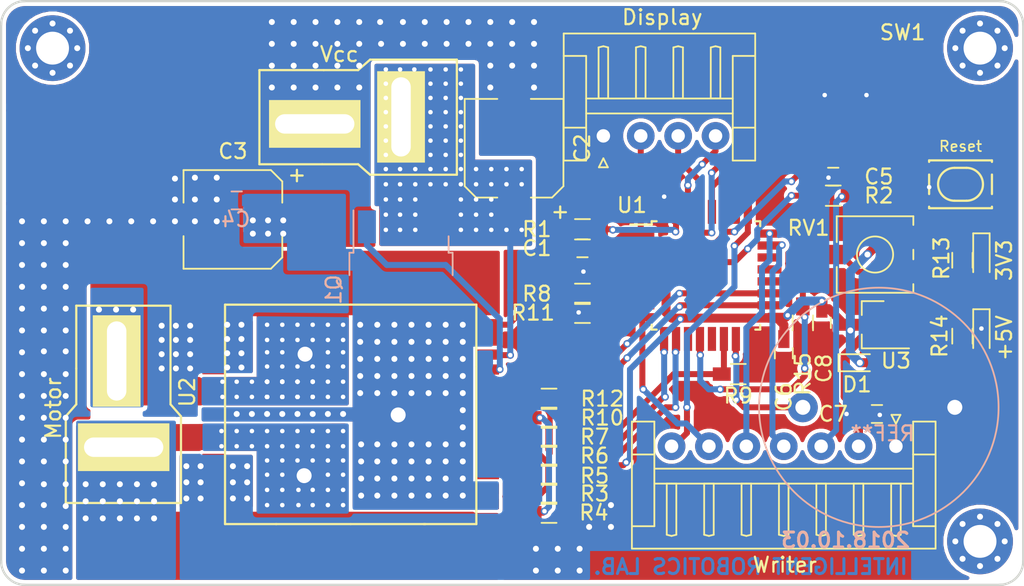
<source format=kicad_pcb>
(kicad_pcb (version 4) (host pcbnew 4.0.7-e2-6376~58~ubuntu16.04.1)
  (layers (0 F.Cu signal hide) (31 B.Cu signal) (34 B.Paste user) (35 F.Paste user hide) (36 B.SilkS user) (37 F.SilkS user hide) (38 B.Mask user) (39 F.Mask user hide) (44 Edge.Cuts user))
  (net 0 "")
  (net 1 GND)
  (net 2 +3V3)
  (net 3 VCC)
  (net 4 Vout)
  (net 5 RESET)
  (net 6 +5V)
  (net 7 "Net-(D2-Pad2)")
  (net 8 "Net-(D3-Pad2)")
  (net 9 OUTB)
  (net 10 OUTA)
  (net 11 SCL)
  (net 12 SDA)
  (net 13 SWDIO)
  (net 14 SWCLK)
  (net 15 VCP_TX)
  (net 16 VCP_RX)
  (net 17 CP)
  (net 18 "Net-(R1-Pad2)")
  (net 19 "Net-(R2-Pad1)")
  (net 20 "Net-(R3-Pad1)")
  (net 21 "Net-(R10-Pad1)")
  (net 22 "Net-(R5-Pad1)")
  (net 23 INA)
  (net 24 ENA)
  (net 25 "Net-(R7-Pad1)")
  (net 26 PWM)
  (net 27 "Net-(R11-Pad2)")
  (net 28 ENB)
  (net 29 "Net-(R12-Pad1)")
  (net 30 INB)
  (net 31 "Net-(R15-Pad2)")
  (net 32 16_Code0)
  (net 33 16_Code1)
  (net 34 16_Code2)
  (net 35 16_Code3)
  (net 36 "Net-(U1-Pad7)")
  (net 37 "Net-(U1-Pad13)")
  (net 38 "Net-(LS1-Pad1)")
  (net 39 "Net-(U1-Pad20)")
  (net 40 "Net-(U1-Pad21)")
  (net 41 "Net-(U1-Pad22)")
  (net 42 "Net-(U1-Pad26)")
  (net 43 "Net-(U2-Pad6)")
  (net 44 "Net-(U2-Pad8)")
  (net 45 "Net-(U1-Pad11)")
  (module md:VNH5019 (layer F.Cu) (at 74.93 69.342 90)
    (fp_text reference U2 (at 8.8265 -10.922 90) (layer F.SilkS))
    (fp_text value VNH5019A)
    (pad 13 smd rect (at 12.3317 4.953 90) (size 0.68 9) (layers F.Cu F.Paste F.Mask) (net 4 Vout))
    (pad 23 smd rect (at 7.34 -4 90) (size 0.68 9) (layers F.Cu F.Paste F.Mask) (net 4 Vout))
    (pad 25 smd rect (at 5.33 -7.03 90) (size 0.68 4.5) (layers F.Cu F.Paste F.Mask) (net 10 OUTA))
    (pad 21 smd rect (at 9.36 -7.22 90) (size 0.68 4.5) (layers F.Cu F.Paste F.Mask) (net 9 OUTB))
    (pad 16 smd rect (at 14.34 -6.83 90) (size 0.68 4.5) (layers F.Cu F.Paste F.Mask) (net 9 OUTB))
    (pad 30 smd rect (at 0.36 -7.23 90) (size 0.68 4.5) (layers F.Cu F.Paste F.Mask) (net 10 OUTA))
    (pad 15 smd rect (at 14.34 3.95 90) (size 0.68 9) (layers F.Cu F.Paste F.Mask) (net 9 OUTB))
    (pad 1 smd rect (at 0.35 3.97 90) (size 0.68 9) (layers F.Cu F.Paste F.Mask) (net 10 OUTA))
    (pad 1 smd rect (at 0.35 9.15 90) (size 0.68 1.524) (layers F.Cu F.Paste F.Mask) (net 10 OUTA))
    (pad 2 smd rect (at 1.34 9.15 90) (size 0.68 1.524) (layers F.Cu F.Paste F.Mask) (net 4 Vout))
    (pad 3 smd rect (at 2.34 9.15 90) (size 0.68 1.524) (layers F.Cu F.Paste F.Mask) (net 4 Vout))
    (pad 4 smd rect (at 3.34 9.15 90) (size 0.68 1.524) (layers F.Cu F.Paste F.Mask) (net 22 "Net-(R5-Pad1)"))
    (pad 5 smd rect (at 4.34 9.15 90) (size 0.68 1.524) (layers F.Cu F.Paste F.Mask) (net 20 "Net-(R3-Pad1)"))
    (pad 6 smd rect (at 5.34 9.15 90) (size 0.68 1.524) (layers F.Cu F.Paste F.Mask) (net 43 "Net-(U2-Pad6)"))
    (pad 7 smd rect (at 6.34 9.15 90) (size 0.68 1.524) (layers F.Cu F.Paste F.Mask) (net 25 "Net-(R7-Pad1)"))
    (pad 8 smd rect (at 7.34 9.15 90) (size 0.68 1.524) (layers F.Cu F.Paste F.Mask) (net 44 "Net-(U2-Pad8)"))
    (pad 9 smd rect (at 8.34 9.15 90) (size 0.68 1.524) (layers F.Cu F.Paste F.Mask) (net 21 "Net-(R10-Pad1)"))
    (pad 10 smd rect (at 9.34 9.15 90) (size 0.68 1.524) (layers F.Cu F.Paste F.Mask) (net 29 "Net-(R12-Pad1)"))
    (pad 11 smd rect (at 10.34 9.15 90) (size 0.68 1.524) (layers F.Cu F.Paste F.Mask) (net 17 CP))
    (pad 12 smd rect (at 11.34 9.15 90) (size 0.68 1.524) (layers F.Cu F.Paste F.Mask) (net 3 VCC))
    (pad 13 smd rect (at 12.34 9.15 90) (size 0.68 1.524) (layers F.Cu F.Paste F.Mask) (net 4 Vout))
    (pad 14 smd rect (at 13.34 9.15 90) (size 0.68 1.524) (layers F.Cu F.Paste F.Mask) (net 4 Vout))
    (pad 15 smd rect (at 14.34 9.15 90) (size 0.68 1.524) (layers F.Cu F.Paste F.Mask) (net 9 OUTB))
    (pad 16 smd rect (at 14.35 -9.15 90) (size 0.68 1.524) (layers F.Cu F.Paste F.Mask) (net 9 OUTB))
    (pad 18 smd rect (at 12.35 -9.15 90) (size 0.68 1.524) (layers F.Cu F.Paste F.Mask) (net 1 GND))
    (pad 19 smd rect (at 11.35 -9.15 90) (size 0.68 1.524) (layers F.Cu F.Paste F.Mask) (net 1 GND))
    (pad 20 smd rect (at 10.36 -9.15 90) (size 0.68 1.524) (layers F.Cu F.Paste F.Mask) (net 1 GND))
    (pad 21 smd rect (at 9.36 -9.15 90) (size 0.68 1.524) (layers F.Cu F.Paste F.Mask) (net 9 OUTB))
    (pad 22 smd rect (at 8.36 -9.15 90) (size 0.68 1.524) (layers F.Cu F.Paste F.Mask) (net 9 OUTB))
    (pad 23 smd rect (at 7.36 -9.15 90) (size 0.68 1.524) (layers F.Cu F.Paste F.Mask) (net 4 Vout))
    (pad 24 smd rect (at 6.36 -9.15 90) (size 0.68 1.524) (layers F.Cu F.Paste F.Mask) (net 10 OUTA))
    (pad 25 smd rect (at 5.36 -9.15 90) (size 0.68 1.524) (layers F.Cu F.Paste F.Mask) (net 10 OUTA))
    (pad 26 smd rect (at 4.36 -9.15 90) (size 0.68 1.524) (layers F.Cu F.Paste F.Mask) (net 1 GND))
    (pad 27 smd rect (at 3.36 -9.15 90) (size 0.68 1.524) (layers F.Cu F.Paste F.Mask) (net 1 GND))
    (pad 28 smd rect (at 2.36 -9.15 90) (size 0.68 1.524) (layers F.Cu F.Paste F.Mask) (net 1 GND))
    (pad 29 smd rect (at 1.36 -9.15 90) (size 0.68 1.524) (layers F.Cu F.Paste F.Mask) (net 1 GND))
    (pad 30 smd rect (at 0.36 -9.15 90) (size 0.68 1.524) (layers F.Cu F.Paste F.Mask) (net 10 OUTA))
    (pad 31 smd rect (at 3.18 -3.06 90) (size 6.23 5.25) (layers F.Cu F.Paste F.Mask) (net 10 OUTA))
    (pad 32 smd rect (at 11.51 -3.06 90) (size 6.23 5.25) (layers F.Cu F.Paste F.Mask) (net 9 OUTB))
    (pad 33 smd rect (at 7.31 3.09 90) (size 10.3 5.25) (layers F.Cu F.Paste F.Mask) (net 4 Vout))
    (pad 17 smd rect (at 13.35 -9.15 90) (size 0.68 1.524) (layers F.Cu F.Paste F.Mask) (net 1 GND))
    (pad 3 smd rect (at 2.3368 4.953 90) (size 0.68 9) (layers F.Cu F.Paste F.Mask) (net 4 Vout))
  )
  (module Mounting_Holes:MountingHole_2.2mm_M2_Pad_Via (layer F.Cu) (at 117 37.5)
    (fp_text reference REF** hide)
    (fp_text value MountingHole_2.2mm_M2_Pad_Via hide)
    (pad 1 thru_hole circle (at 0 0) (size 4.4 4.4) (drill 2.2) (layers *.Cu *.Mask))
    (pad 1 thru_hole circle (at 1.65 0) (size 0.7 0.7) (drill 0.4) (layers *.Cu *.Mask))
    (pad 1 thru_hole circle (at 1.166726 1.166726) (size 0.7 0.7) (drill 0.4) (layers *.Cu *.Mask))
    (pad 1 thru_hole circle (at 0 1.65) (size 0.7 0.7) (drill 0.4) (layers *.Cu *.Mask))
    (pad 1 thru_hole circle (at -1.166726 1.166726) (size 0.7 0.7) (drill 0.4) (layers *.Cu *.Mask))
    (pad 1 thru_hole circle (at -1.65 0) (size 0.7 0.7) (drill 0.4) (layers *.Cu *.Mask))
    (pad 1 thru_hole circle (at -1.166726 -1.166726) (size 0.7 0.7) (drill 0.4) (layers *.Cu *.Mask))
    (pad 1 thru_hole circle (at 0 -1.65) (size 0.7 0.7) (drill 0.4) (layers *.Cu *.Mask))
    (pad 1 thru_hole circle (at 1.166726 -1.166726) (size 0.7 0.7) (drill 0.4) (layers *.Cu *.Mask))
  )
  (module Mounting_Holes:MountingHole_2.2mm_M2_Pad_Via (layer F.Cu) (at 117 70.5)
    (fp_text reference REF** hide)
    (fp_text value MountingHole_2.2mm_M2_Pad_Via hide)
    (pad 1 thru_hole circle (at 0 0) (size 4.4 4.4) (drill 2.2) (layers *.Cu *.Mask))
    (pad 1 thru_hole circle (at 1.65 0) (size 0.7 0.7) (drill 0.4) (layers *.Cu *.Mask))
    (pad 1 thru_hole circle (at 1.166726 1.166726) (size 0.7 0.7) (drill 0.4) (layers *.Cu *.Mask))
    (pad 1 thru_hole circle (at 0 1.65) (size 0.7 0.7) (drill 0.4) (layers *.Cu *.Mask))
    (pad 1 thru_hole circle (at -1.166726 1.166726) (size 0.7 0.7) (drill 0.4) (layers *.Cu *.Mask))
    (pad 1 thru_hole circle (at -1.65 0) (size 0.7 0.7) (drill 0.4) (layers *.Cu *.Mask))
    (pad 1 thru_hole circle (at -1.166726 -1.166726) (size 0.7 0.7) (drill 0.4) (layers *.Cu *.Mask))
    (pad 1 thru_hole circle (at 0 -1.65) (size 0.7 0.7) (drill 0.4) (layers *.Cu *.Mask))
    (pad 1 thru_hole circle (at 1.166726 -1.166726) (size 0.7 0.7) (drill 0.4) (layers *.Cu *.Mask))
  )
  (module Capacitors_SMD:C_0603_HandSoldering (layer F.Cu) (at 90.424 50.8889)
    (fp_text reference C1 (at -3.048 0) (layer F.SilkS))
    (fp_text value 0.1uF)
    (pad 1 smd rect (at -0.95 0) (size 1.2 0.75) (layers F.Cu F.Paste F.Mask) (net 1 GND))
    (pad 2 smd rect (at 0.95 0) (size 1.2 0.75) (layers F.Cu F.Paste F.Mask) (net 2 +3V3))
  )
  (module Capacitors_SMD:C_0603_HandSoldering (layer B.Cu) (at 67.31 47.6885 180)
    (fp_text reference C4 (at 0.0635 -1.27 180) (layer B.SilkS) (effects (justify mirror)))
    (fp_text value 0.1uF)
    (pad 1 smd rect (at -0.95 0 180) (size 1.2 0.75) (layers B.Cu B.Paste B.Mask) (net 4 Vout))
    (pad 2 smd rect (at 0.95 0 180) (size 1.2 0.75) (layers B.Cu B.Paste B.Mask) (net 1 GND))
  )
  (module Capacitors_SMD:C_0603_HandSoldering (layer F.Cu) (at 107.188 46.101 180)
    (fp_text reference C5 (at -3.048 0 180) (layer F.SilkS))
    (fp_text value 0.1uF)
    (pad 1 smd rect (at -0.95 0 180) (size 1.2 0.75) (layers F.Cu F.Paste F.Mask) (net 5 RESET))
    (pad 2 smd rect (at 0.95 0 180) (size 1.2 0.75) (layers F.Cu F.Paste F.Mask) (net 1 GND))
  )
  (module Capacitors_SMD:C_0603_HandSoldering (layer F.Cu) (at 103.886 57.912 270)
    (fp_text reference C6 (at 2.921 0 270) (layer F.SilkS))
    (fp_text value 0.1uF)
    (pad 1 smd rect (at -0.95 0 270) (size 1.2 0.75) (layers F.Cu F.Paste F.Mask) (net 2 +3V3))
    (pad 2 smd rect (at 0.95 0 270) (size 1.2 0.75) (layers F.Cu F.Paste F.Mask) (net 1 GND))
  )
  (module Capacitors_SMD:C_0603_HandSoldering (layer F.Cu) (at 110.109 61.976)
    (fp_text reference C7 (at -2.921 0) (layer F.SilkS))
    (fp_text value 0.1uF)
    (pad 1 smd rect (at -0.95 0) (size 1.2 0.75) (layers F.Cu F.Paste F.Mask) (net 6 +5V))
    (pad 2 smd rect (at 0.95 0) (size 1.2 0.75) (layers F.Cu F.Paste F.Mask) (net 1 GND))
  )
  (module Capacitors_SMD:C_0603_HandSoldering (layer F.Cu) (at 106.426 55.88 270)
    (fp_text reference C8 (at 3.048 -0.127 270) (layer F.SilkS))
    (fp_text value 10uF)
    (pad 1 smd rect (at -0.95 0 270) (size 1.2 0.75) (layers F.Cu F.Paste F.Mask) (net 2 +3V3))
    (pad 2 smd rect (at 0.95 0 270) (size 1.2 0.75) (layers F.Cu F.Paste F.Mask) (net 1 GND))
  )
  (module LEDs:LED_0603_HandSoldering (layer F.Cu) (at 117.094 51.689 270)
    (fp_text reference 3V3 (at 0 -1.524 270) (layer F.SilkS))
    (fp_text value LED)
    (pad 1 smd rect (at -1.1 0 270) (size 1.2 0.9) (layers F.Cu F.Paste F.Mask) (net 1 GND))
    (pad 2 smd rect (at 1.1 0 270) (size 1.2 0.9) (layers F.Cu F.Paste F.Mask) (net 7 "Net-(D2-Pad2)"))
  )
  (module LEDs:LED_0603_HandSoldering (layer F.Cu) (at 117.094 56.769 270)
    (fp_text reference +5V (at 0.127 -1.524 270) (layer F.SilkS))
    (fp_text value LED)
    (pad 1 smd rect (at -1.1 0 270) (size 1.2 0.9) (layers F.Cu F.Paste F.Mask) (net 1 GND))
    (pad 2 smd rect (at 1.1 0 270) (size 1.2 0.9) (layers F.Cu F.Paste F.Mask) (net 8 "Net-(D3-Pad2)"))
  )
  (module Connectors_JST:JST_EH_S04B-EH_04x2.50mm_Angled (layer F.Cu) (at 91.821 43.3705)
    (fp_text reference Display (at 3.937 -7.9375) (layer F.SilkS))
    (fp_text value display hide)
    (pad 1 thru_hole rect (at 0 0) (size 1.85 1.85) (drill 0.9) (layers *.Cu *.Mask) (net 1 GND))
    (pad 2 thru_hole circle (at 2.5 0) (size 1.85 1.85) (drill 0.9) (layers *.Cu *.Mask) (net 2 +3V3))
    (pad 3 thru_hole circle (at 5 0) (size 1.85 1.85) (drill 0.9) (layers *.Cu *.Mask) (net 11 SCL))
    (pad 4 thru_hole circle (at 7.5 0) (size 1.85 1.85) (drill 0.9) (layers *.Cu *.Mask) (net 12 SDA))
  )
  (module Connectors_JST:JST_EH_S07B-EH_07x2.50mm_Angled (layer F.Cu) (at 111.379 64.135 180)
    (fp_text reference Writer (at 7.4295 -7.9375 180) (layer F.SilkS))
    (fp_text value CONN_01X07 hide)
    (pad 1 thru_hole rect (at 0 0 180) (size 1.85 1.85) (drill 0.9) (layers *.Cu *.Mask) (net 1 GND))
    (pad 2 thru_hole circle (at 2.5 0 180) (size 1.85 1.85) (drill 0.9) (layers *.Cu *.Mask) (net 6 +5V))
    (pad 3 thru_hole circle (at 5 0 180) (size 1.85 1.85) (drill 0.9) (layers *.Cu *.Mask) (net 5 RESET))
    (pad 4 thru_hole circle (at 7.5 0 180) (size 1.85 1.85) (drill 0.9) (layers *.Cu *.Mask) (net 13 SWDIO))
    (pad 5 thru_hole circle (at 10 0 180) (size 1.85 1.85) (drill 0.9) (layers *.Cu *.Mask) (net 14 SWCLK))
    (pad 6 thru_hole circle (at 12.5 0 180) (size 1.85 1.85) (drill 0.9) (layers *.Cu *.Mask) (net 15 VCP_TX))
    (pad 7 thru_hole circle (at 15 0 180) (size 1.85 1.85) (drill 0.9) (layers *.Cu *.Mask) (net 16 VCP_RX))
  )
  (module TO_SOT_Packages_SMD:TO-252-2 (layer B.Cu) (at 78.2955 53.6575 270)
    (fp_text reference Q1 (at 0 4.5 270) (layer B.SilkS) (effects (justify mirror)))
    (fp_text value Q_NMOS_GDS)
    (pad 1 smd rect (at -4.2 2.28 270) (size 2.2 1.2) (layers B.Cu B.Paste B.Mask) (net 17 CP))
    (pad 3 smd rect (at -4.2 -2.28 270) (size 2.2 1.2) (layers B.Cu B.Paste B.Mask) (net 3 VCC))
    (pad 2 smd rect (at 2.1 0 270) (size 6.4 5.8) (layers B.Cu B.Mask) (net 4 Vout))
    (pad 2 smd rect (at 3.775 -1.525 270) (size 3.05 2.75) (layers B.Cu B.Paste) (net 4 Vout))
    (pad 2 smd rect (at 0.425 1.525 270) (size 3.05 2.75) (layers B.Cu B.Paste) (net 4 Vout))
    (pad 2 smd rect (at 3.775 1.525 270) (size 3.05 2.75) (layers B.Cu B.Paste) (net 4 Vout))
    (pad 2 smd rect (at 0.425 -1.525 270) (size 3.05 2.75) (layers B.Cu B.Paste) (net 4 Vout))
  )
  (module Resistors_SMD:R_0603_HandSoldering (layer F.Cu) (at 90.424 49.6189)
    (fp_text reference R1 (at -3.048 0) (layer F.SilkS))
    (fp_text value 10k)
    (pad 1 smd rect (at -1.1 0) (size 1.2 0.9) (layers F.Cu F.Paste F.Mask) (net 1 GND))
    (pad 2 smd rect (at 1.1 0) (size 1.2 0.9) (layers F.Cu F.Paste F.Mask) (net 18 "Net-(R1-Pad2)"))
  )
  (module Resistors_SMD:R_0603_HandSoldering (layer F.Cu) (at 107.188 47.371)
    (fp_text reference R2 (at 3.048 0) (layer F.SilkS))
    (fp_text value 100)
    (pad 1 smd rect (at -1.1 0) (size 1.2 0.9) (layers F.Cu F.Paste F.Mask) (net 19 "Net-(R2-Pad1)"))
    (pad 2 smd rect (at 1.1 0) (size 1.2 0.9) (layers F.Cu F.Paste F.Mask) (net 5 RESET))
  )
  (module Resistors_SMD:R_0603_HandSoldering (layer F.Cu) (at 88.1888 67.31)
    (fp_text reference R3 (at 3.048 0) (layer F.SilkS))
    (fp_text value 2k2)
    (pad 1 smd rect (at -1.1 0) (size 1.2 0.9) (layers F.Cu F.Paste F.Mask) (net 20 "Net-(R3-Pad1)"))
    (pad 2 smd rect (at 1.1 0) (size 1.2 0.9) (layers F.Cu F.Paste F.Mask) (net 2 +3V3))
  )
  (module Resistors_SMD:R_0603_HandSoldering (layer F.Cu) (at 88.1888 68.58)
    (fp_text reference R4 (at 2.9972 0) (layer F.SilkS))
    (fp_text value 2k2)
    (pad 1 smd rect (at -1.1 0) (size 1.2 0.9) (layers F.Cu F.Paste F.Mask) (net 21 "Net-(R10-Pad1)"))
    (pad 2 smd rect (at 1.1 0) (size 1.2 0.9) (layers F.Cu F.Paste F.Mask) (net 2 +3V3))
  )
  (module Resistors_SMD:R_0603_HandSoldering (layer F.Cu) (at 88.1888 66.04)
    (fp_text reference R5 (at 3.048 0.0762) (layer F.SilkS))
    (fp_text value 1k)
    (pad 1 smd rect (at -1.1 0) (size 1.2 0.9) (layers F.Cu F.Paste F.Mask) (net 22 "Net-(R5-Pad1)"))
    (pad 2 smd rect (at 1.1 0) (size 1.2 0.9) (layers F.Cu F.Paste F.Mask) (net 23 INA))
  )
  (module Resistors_SMD:R_0603_HandSoldering (layer F.Cu) (at 88.1888 64.77)
    (fp_text reference R6 (at 3.048 0) (layer F.SilkS))
    (fp_text value 1k)
    (pad 1 smd rect (at -1.1 0) (size 1.2 0.9) (layers F.Cu F.Paste F.Mask) (net 20 "Net-(R3-Pad1)"))
    (pad 2 smd rect (at 1.1 0) (size 1.2 0.9) (layers F.Cu F.Paste F.Mask) (net 24 ENA))
  )
  (module Resistors_SMD:R_0603_HandSoldering (layer F.Cu) (at 88.1888 63.5)
    (fp_text reference R7 (at 3.048 0) (layer F.SilkS))
    (fp_text value 1k)
    (pad 1 smd rect (at -1.1 0) (size 1.2 0.9) (layers F.Cu F.Paste F.Mask) (net 25 "Net-(R7-Pad1)"))
    (pad 2 smd rect (at 1.1 0) (size 1.2 0.9) (layers F.Cu F.Paste F.Mask) (net 26 PWM))
  )
  (module Resistors_SMD:R_0603_HandSoldering (layer F.Cu) (at 90.424 53.9369 180)
    (fp_text reference R8 (at 3.048 0 180) (layer F.SilkS))
    (fp_text value 1k)
    (pad 1 smd rect (at -1.1 0 180) (size 1.2 0.9) (layers F.Cu F.Paste F.Mask) (net 27 "Net-(R11-Pad2)"))
    (pad 2 smd rect (at 1.1 0 180) (size 1.2 0.9) (layers F.Cu F.Paste F.Mask) (net 4 Vout))
  )
  (module Resistors_SMD:R_0603_HandSoldering (layer F.Cu) (at 100.838 59.309 180)
    (fp_text reference R9 (at 0 -1.45 180) (layer F.SilkS))
    (fp_text value 10k)
    (pad 1 smd rect (at -1.1 0 180) (size 1.2 0.9) (layers F.Cu F.Paste F.Mask) (net 1 GND))
    (pad 2 smd rect (at 1.1 0 180) (size 1.2 0.9) (layers F.Cu F.Paste F.Mask) (net 26 PWM))
  )
  (module Resistors_SMD:R_0603_HandSoldering (layer F.Cu) (at 88.1888 62.23)
    (fp_text reference R10 (at 3.556 0) (layer F.SilkS))
    (fp_text value 1k)
    (pad 1 smd rect (at -1.1 0) (size 1.2 0.9) (layers F.Cu F.Paste F.Mask) (net 21 "Net-(R10-Pad1)"))
    (pad 2 smd rect (at 1.1 0) (size 1.2 0.9) (layers F.Cu F.Paste F.Mask) (net 28 ENB))
  )
  (module Resistors_SMD:R_0603_HandSoldering (layer F.Cu) (at 90.424 55.2069)
    (fp_text reference R11 (at -3.302 0) (layer F.SilkS))
    (fp_text value 560)
    (pad 1 smd rect (at -1.1 0) (size 1.2 0.9) (layers F.Cu F.Paste F.Mask) (net 1 GND))
    (pad 2 smd rect (at 1.1 0) (size 1.2 0.9) (layers F.Cu F.Paste F.Mask) (net 27 "Net-(R11-Pad2)"))
  )
  (module Resistors_SMD:R_0603_HandSoldering (layer F.Cu) (at 88.1888 60.96)
    (fp_text reference R12 (at 3.556 0) (layer F.SilkS))
    (fp_text value 1k)
    (pad 1 smd rect (at -1.1 0) (size 1.2 0.9) (layers F.Cu F.Paste F.Mask) (net 29 "Net-(R12-Pad1)"))
    (pad 2 smd rect (at 1.1 0) (size 1.2 0.9) (layers F.Cu F.Paste F.Mask) (net 30 INB))
  )
  (module Resistors_SMD:R_0603_HandSoldering (layer F.Cu) (at 115.824 51.689 90)
    (fp_text reference R13 (at 0.127 -1.397 90) (layer F.SilkS))
    (fp_text value 1k)
    (pad 1 smd rect (at -1.1 0 90) (size 1.2 0.9) (layers F.Cu F.Paste F.Mask) (net 7 "Net-(D2-Pad2)"))
    (pad 2 smd rect (at 1.1 0 90) (size 1.2 0.9) (layers F.Cu F.Paste F.Mask) (net 2 +3V3))
  )
  (module Resistors_SMD:R_0603_HandSoldering (layer F.Cu) (at 115.824 56.769 90)
    (fp_text reference R14 (at 0 -1.524 90) (layer F.SilkS))
    (fp_text value 1k)
    (pad 1 smd rect (at -1.1 0 90) (size 1.2 0.9) (layers F.Cu F.Paste F.Mask) (net 8 "Net-(D3-Pad2)"))
    (pad 2 smd rect (at 1.1 0 90) (size 1.2 0.9) (layers F.Cu F.Paste F.Mask) (net 6 +5V))
  )
  (module Resistors_SMD:R_0603_HandSoldering (layer F.Cu) (at 105.156 55.88 90)
    (fp_text reference R15 (at -3.429 0 90) (layer F.SilkS))
    (fp_text value 1k)
    (pad 1 smd rect (at -1.1 0 90) (size 1.2 0.9) (layers F.Cu F.Paste F.Mask) (net 1 GND))
    (pad 2 smd rect (at 1.1 0 90) (size 1.2 0.9) (layers F.Cu F.Paste F.Mask) (net 31 "Net-(R15-Pad2)"))
  )
  (module Potentiometers:Potentiometer_Trimmer_Vishay_TS53YL (layer F.Cu) (at 109.982 51.308)
    (fp_text reference RV1 (at -4.445 -1.778) (layer F.SilkS))
    (fp_text value POT)
    (pad 1 smd rect (at 2.75 -1.15) (size 1.3 1.3) (layers F.Cu F.Mask) (net 2 +3V3))
    (pad 2 smd rect (at -2.75 0) (size 2 1.3) (layers F.Cu F.Mask) (net 31 "Net-(R15-Pad2)"))
    (pad 3 smd rect (at 2.75 1.15) (size 1.3 1.3) (layers F.Cu F.Mask) (net 31 "Net-(R15-Pad2)"))
  )
  (module zisaku:Rotary-switch (layer F.Cu) (at 107.95 40.64)
    (fp_text reference SW1 (at 3.8735 -4.191) (layer F.SilkS))
    (fp_text value SW_Coded)
    (pad 2 smd rect (at -3.8 -2.5) (size 3.2 1.524) (layers F.Cu F.Paste F.Mask) (net 32 16_Code0))
    (pad 3 smd rect (at 3.8 2.55) (size 3.2 1.524) (layers F.Cu F.Paste F.Mask) (net 33 16_Code1))
    (pad 4 smd rect (at -3.75 2.55) (size 3.2 1.524) (layers F.Cu F.Paste F.Mask) (net 34 16_Code2))
    (pad 5 smd rect (at 3.75 -2.55) (size 3.2 1.524) (layers F.Cu F.Paste F.Mask) (net 35 16_Code3))
    (pad 1 smd rect (at 3.8 0) (size 3.2 1.524) (layers F.Cu F.Paste F.Mask) (net 1 GND))
    (pad 1 smd rect (at -3.8 0) (size 3.2 1.524) (layers F.Cu F.Paste F.Mask) (net 1 GND))
  )
  (module Housings_QFP:TQFP-32_7x7mm_Pitch0.8mm (layer F.Cu) (at 98.679 52.705)
    (fp_text reference U1 (at -4.953 -4.699) (layer F.SilkS))
    (fp_text value STM303K8T6)
    (pad 1 smd rect (at -4.25 -2.8) (size 1.6 0.55) (layers F.Cu F.Paste F.Mask) (net 2 +3V3))
    (pad 2 smd rect (at -4.25 -2) (size 1.6 0.55) (layers F.Cu F.Paste F.Mask) (net 32 16_Code0))
    (pad 3 smd rect (at -4.25 -1.2) (size 1.6 0.55) (layers F.Cu F.Paste F.Mask) (net 33 16_Code1))
    (pad 4 smd rect (at -4.25 -0.4) (size 1.6 0.55) (layers F.Cu F.Paste F.Mask) (net 19 "Net-(R2-Pad1)"))
    (pad 5 smd rect (at -4.25 0.4) (size 1.6 0.55) (layers F.Cu F.Paste F.Mask) (net 2 +3V3))
    (pad 6 smd rect (at -4.25 1.2) (size 1.6 0.55) (layers F.Cu F.Paste F.Mask) (net 27 "Net-(R11-Pad2)"))
    (pad 7 smd rect (at -4.25 2) (size 1.6 0.55) (layers F.Cu F.Paste F.Mask) (net 36 "Net-(U1-Pad7)"))
    (pad 8 smd rect (at -4.25 2.8) (size 1.6 0.55) (layers F.Cu F.Paste F.Mask) (net 15 VCP_TX))
    (pad 9 smd rect (at -2.8 4.25 90) (size 1.6 0.55) (layers F.Cu F.Paste F.Mask) (net 24 ENA))
    (pad 10 smd rect (at -2 4.25 90) (size 1.6 0.55) (layers F.Cu F.Paste F.Mask) (net 23 INA))
    (pad 11 smd rect (at -1.2 4.25 90) (size 1.6 0.55) (layers F.Cu F.Paste F.Mask) (net 45 "Net-(U1-Pad11)"))
    (pad 12 smd rect (at -0.4 4.25 90) (size 1.6 0.55) (layers F.Cu F.Paste F.Mask) (net 31 "Net-(R15-Pad2)"))
    (pad 13 smd rect (at 0.4 4.25 90) (size 1.6 0.55) (layers F.Cu F.Paste F.Mask) (net 37 "Net-(U1-Pad13)"))
    (pad 14 smd rect (at 1.2 4.25 90) (size 1.6 0.55) (layers F.Cu F.Paste F.Mask) (net 26 PWM))
    (pad 15 smd rect (at 2 4.25 90) (size 1.6 0.55) (layers F.Cu F.Paste F.Mask) (net 38 "Net-(LS1-Pad1)"))
    (pad 16 smd rect (at 2.8 4.25 90) (size 1.6 0.55) (layers F.Cu F.Paste F.Mask) (net 1 GND))
    (pad 17 smd rect (at 4.25 2.8) (size 1.6 0.55) (layers F.Cu F.Paste F.Mask) (net 2 +3V3))
    (pad 18 smd rect (at 4.25 2) (size 1.6 0.55) (layers F.Cu F.Paste F.Mask) (net 28 ENB))
    (pad 19 smd rect (at 4.25 1.2) (size 1.6 0.55) (layers F.Cu F.Paste F.Mask) (net 30 INB))
    (pad 20 smd rect (at 4.25 0.4) (size 1.6 0.55) (layers F.Cu F.Paste F.Mask) (net 39 "Net-(U1-Pad20)"))
    (pad 21 smd rect (at 4.25 -0.4) (size 1.6 0.55) (layers F.Cu F.Paste F.Mask) (net 40 "Net-(U1-Pad21)"))
    (pad 22 smd rect (at 4.25 -1.2) (size 1.6 0.55) (layers F.Cu F.Paste F.Mask) (net 41 "Net-(U1-Pad22)"))
    (pad 23 smd rect (at 4.25 -2) (size 1.6 0.55) (layers F.Cu F.Paste F.Mask) (net 13 SWDIO))
    (pad 24 smd rect (at 4.25 -2.8) (size 1.6 0.55) (layers F.Cu F.Paste F.Mask) (net 14 SWCLK))
    (pad 25 smd rect (at 2.8 -4.25 90) (size 1.6 0.55) (layers F.Cu F.Paste F.Mask) (net 16 VCP_RX))
    (pad 26 smd rect (at 2 -4.25 90) (size 1.6 0.55) (layers F.Cu F.Paste F.Mask) (net 42 "Net-(U1-Pad26)"))
    (pad 27 smd rect (at 1.2 -4.25 90) (size 1.6 0.55) (layers F.Cu F.Paste F.Mask) (net 34 16_Code2))
    (pad 28 smd rect (at 0.4 -4.25 90) (size 1.6 0.55) (layers F.Cu F.Paste F.Mask) (net 35 16_Code3))
    (pad 29 smd rect (at -0.4 -4.25 90) (size 1.6 0.55) (layers F.Cu F.Paste F.Mask) (net 11 SCL))
    (pad 30 smd rect (at -1.2 -4.25 90) (size 1.6 0.55) (layers F.Cu F.Paste F.Mask) (net 12 SDA))
    (pad 31 smd rect (at -2 -4.25 90) (size 1.6 0.55) (layers F.Cu F.Paste F.Mask) (net 18 "Net-(R1-Pad2)"))
    (pad 32 smd rect (at -2.8 -4.25 90) (size 1.6 0.55) (layers F.Cu F.Paste F.Mask) (net 1 GND))
  )
  (module TO_SOT_Packages_SMD:SOT-23_Handsoldering (layer F.Cu) (at 109.855 56.007 180)
    (fp_text reference U3 (at -1.524 -2.413 180) (layer F.SilkS))
    (fp_text value L7805)
    (pad 1 smd rect (at -1.5 -0.95 180) (size 1.9 0.8) (layers F.Cu F.Paste F.Mask) (net 6 +5V))
    (pad 2 smd rect (at -1.5 0.95 180) (size 1.9 0.8) (layers F.Cu F.Paste F.Mask) (net 1 GND))
    (pad 3 smd rect (at 1.5 0 180) (size 1.9 0.8) (layers F.Cu F.Paste F.Mask) (net 2 +3V3))
  )
  (module zisaku:SW_SKRPACE010 (layer F.Cu) (at 115.697 46.609 180)
    (fp_text reference Reset (at 0 2.54 180) (layer F.SilkS) (effects (font (size 0.7 0.7) (thickness 0.11))))
    (fp_text value SW)
    (pad 1 smd rect (at 2.075 -1.075) (size 1.05 0.65) (layers F.Cu F.Paste F.Mask) (net 1 GND))
    (pad 2 smd rect (at 2.075 1.075) (size 1.05 0.65) (layers F.Cu F.Paste F.Mask) (net 5 RESET))
    (pad 2 smd rect (at -2.075 1.075 180) (size 1.05 0.65) (layers F.Cu F.Paste F.Mask) (net 5 RESET))
    (pad 1 smd rect (at -2.075 -1.075 180) (size 1.05 0.65) (layers F.Cu F.Paste F.Mask) (net 1 GND))
  )
  (module Diodes_SMD:D_0603 (layer F.Cu) (at 108.839 58.547)
    (fp_text reference D1 (at -0.0635 1.4605) (layer F.SilkS))
    (fp_text value D_Schottky)
    (pad 1 smd rect (at -0.85 0) (size 0.6 0.8) (layers F.Cu F.Paste F.Mask) (net 6 +5V))
    (pad 2 smd rect (at 0.85 0) (size 0.6 0.8) (layers F.Cu F.Paste F.Mask) (net 2 +3V3))
  )
  (module md:1pin-hole (layer F.Cu) (at 78.105 62.0395)
    (fp_text reference REF** hide)
    (fp_text value 1pin hide)
    (pad 1 thru_hole circle (at 0 0) (size 3 3) (drill 1) (layers *.Cu *.Mask) (net 4 Vout))
  )
  (module md:1pin-hole (layer F.Cu) (at 71.8185 66.1035)
    (fp_text reference REF** hide)
    (fp_text value 1pin hide)
    (pad 1 thru_hole circle (at 0 0) (size 3 3) (drill 1) (layers *.Cu *.Mask) (net 10 OUTA))
  )
  (module md:1pin-hole (layer F.Cu) (at 71.882 57.9755)
    (fp_text reference REF** hide)
    (fp_text value 1pin hide)
    (pad 1 thru_hole circle (at 0 0) (size 3 3) (drill 1) (layers *.Cu *.Mask) (net 9 OUTB))
  )
  (module Buzzers_Beepers:BUZZER (layer B.Cu) (at 110.236 61.5315)
    (fp_text reference REF** (at 0.24892 1.75006) (layer B.SilkS) (effects (justify mirror)))
    (fp_text value BUZZER)
    (pad 2 thru_hole circle (at 5.08 0) (size 2 2) (drill 1.00076) (layers *.Cu *.Mask) (net 1 GND))
    (pad 1 thru_hole circle (at -5.08 0) (size 2 2) (drill 1.00076) (layers *.Cu *.Mask) (net 38 "Net-(LS1-Pad1)"))
  )
  (module Mounting_Holes:MountingHole_2.2mm_M2_Pad_Via (layer F.Cu) (at 55 37.5)
    (fp_text reference REF** hide)
    (fp_text value MountingHole_2.2mm_M2_Pad_Via hide)
    (pad 1 thru_hole circle (at 0 0) (size 4.4 4.4) (drill 2.2) (layers *.Cu *.Mask))
    (pad 1 thru_hole circle (at 1.65 0) (size 0.7 0.7) (drill 0.4) (layers *.Cu *.Mask))
    (pad 1 thru_hole circle (at 1.166726 1.166726) (size 0.7 0.7) (drill 0.4) (layers *.Cu *.Mask))
    (pad 1 thru_hole circle (at 0 1.65) (size 0.7 0.7) (drill 0.4) (layers *.Cu *.Mask))
    (pad 1 thru_hole circle (at -1.166726 1.166726) (size 0.7 0.7) (drill 0.4) (layers *.Cu *.Mask))
    (pad 1 thru_hole circle (at -1.65 0) (size 0.7 0.7) (drill 0.4) (layers *.Cu *.Mask))
    (pad 1 thru_hole circle (at -1.166726 -1.166726) (size 0.7 0.7) (drill 0.4) (layers *.Cu *.Mask))
    (pad 1 thru_hole circle (at 0 -1.65) (size 0.7 0.7) (drill 0.4) (layers *.Cu *.Mask))
    (pad 1 thru_hole circle (at 1.166726 -1.166726) (size 0.7 0.7) (drill 0.4) (layers *.Cu *.Mask))
  )
  (module zisaku:Ultra_conn (layer F.Cu) (at 80.3275 40.0685 270)
    (fp_text reference Vcc (at -2.159 6.1595 360) (layer F.SilkS))
    (fp_text value "From Vcc" hide)
    (pad 2 thru_hole rect (at 2.5 7.8 270) (size 3.1938 6.1148) (drill oval 1.3 5.3) (layers *.Cu *.Mask F.SilkS) (net 1 GND))
    (pad 1 thru_hole rect (at 2.032 2.032 270) (size 6.1148 3.1938) (drill oval 5.3 1.3) (layers *.Cu *.Mask F.SilkS) (net 3 VCC))
  )
  (module zisaku:Ultra_conn (layer F.Cu) (at 61.7855 66.2305 180)
    (fp_text reference Motor (at 6.731 4.6355 270) (layer F.SilkS))
    (fp_text value Motor hide)
    (pad 2 thru_hole rect (at 2.5 7.8 180) (size 3.1938 6.1148) (drill oval 1.3 5.3) (layers *.Cu *.Mask F.SilkS) (net 9 OUTB))
    (pad 1 thru_hole rect (at 2.032 2.032 180) (size 6.1148 3.1938) (drill oval 5.3 1.3) (layers *.Cu *.Mask F.SilkS) (net 10 OUTA))
  )
  (module Capacitors_SMD:CP_Elec_6.3x5.8 (layer F.Cu) (at 67.056 48.9585 180)
    (fp_text reference C3 (at 0 4.56 180) (layer F.SilkS))
    (fp_text value 100uF)
    (fp_text user + (at -4.28 3.01 180) (layer F.SilkS))
    (pad 1 smd rect (at -2.7 0) (size 3.5 1.6) (layers F.Cu F.Paste F.Mask) (net 4 Vout))
    (pad 2 smd rect (at 2.7 0) (size 3.5 1.6) (layers F.Cu F.Paste F.Mask) (net 1 GND))
  )
  (module Capacitors_SMD:CP_Elec_6.3x5.8 (layer F.Cu) (at 85.852 44.196 90)
    (fp_text reference C2 (at 0 4.56 90) (layer F.SilkS))
    (fp_text value 100uF)
    (fp_text user + (at -4.28 3.01 90) (layer F.SilkS))
    (pad 1 smd rect (at -2.7 0 270) (size 3.5 1.6) (layers F.Cu F.Paste F.Mask) (net 3 VCC))
    (pad 2 smd rect (at 2.7 0 270) (size 3.5 1.6) (layers F.Cu F.Paste F.Mask) (net 1 GND))
  )
  (gr_text 2018.10.03 (at 108.0135 70.4215) (layer B.SilkS) (effects (font (size 1 1) (thickness 0.2)) (justify mirror)))
  (gr_text "INTELLIGENT ROBOTICS LAB." (at 101.6635 72.1995) (layer B.Cu) (effects (font (size 1 1) (thickness 0.2)) (justify mirror)))
  (gr_text "Designed by\nN.NAKAMOTO" (at 52.1335 45.72) (layer F.Cu) (effects (font (size 1 1) (thickness 0.2)) (justify left)))
  (gr_text MD&Sub-CPU (at 58.3565 43.053) (layer F.Cu) (effects (font (size 1.2 1.2) (thickness 0.3) italic)))
  (gr_line (start 52.959 34.3535) (end 118.5545 34.3535) (angle 90) (layer Edge.Cuts) (width 0.15))
  (gr_line (start 52.959 73.406) (end 118.5545 73.406) (angle 90) (layer Edge.Cuts) (width 0.15))
  (gr_line (start 51.562 71.9455) (end 51.562 35.7505) (angle 90) (layer Edge.Cuts) (width 0.15))
  (gr_line (start 119.888 35.8775) (end 119.888 71.882) (angle 90) (layer Edge.Cuts) (width 0.15))
  (gr_arc (start 118.3005 35.941) (end 118.3005 34.3535) (angle 90) (layer Edge.Cuts) (width 0.15))
  (gr_arc (start 118.3005 71.8185) (end 119.888 71.8185) (angle 90) (layer Edge.Cuts) (width 0.15))
  (gr_arc (start 53.1495 71.8185) (end 53.1495 73.406) (angle 90) (layer Edge.Cuts) (width 0.15))
  (gr_arc (start 53.1495 35.941) (end 51.562 35.941) (angle 90) (layer Edge.Cuts) (width 0.15))
  (segment (start 111.379 64.135) (end 111.379 64.8335) (width 0.4) (layer B.Cu) (net 1))
  (segment (start 111.379 64.8335) (end 108.1405 68.072) (width 0.4) (layer B.Cu) (net 1))
  (via (at 88.773 70.993) (size 0.6) (drill 0.4) (layers F.Cu B.Cu) (net 1))
  (segment (start 87.3125 70.993) (end 88.773 70.993) (width 0.4) (layer B.Cu) (net 1))
  (via (at 87.3125 70.993) (size 0.6) (drill 0.4) (layers F.Cu B.Cu) (net 1))
  (segment (start 87.3125 72.4535) (end 87.3125 70.993) (width 0.4) (layer F.Cu) (net 1))
  (via (at 87.3125 72.4535) (size 0.6) (drill 0.4) (layers F.Cu B.Cu) (net 1))
  (segment (start 88.773 72.4535) (end 87.3125 72.4535) (width 0.4) (layer B.Cu) (net 1))
  (via (at 88.773 72.4535) (size 0.6) (drill 0.4) (layers F.Cu B.Cu) (net 1))
  (segment (start 90.2335 72.4535) (end 88.773 72.4535) (width 0.4) (layer F.Cu) (net 1))
  (via (at 90.2335 72.4535) (size 0.6) (drill 0.4) (layers F.Cu B.Cu) (net 1))
  (segment (start 90.2335 70.993) (end 90.2335 72.4535) (width 0.4) (layer B.Cu) (net 1))
  (via (at 90.2335 70.993) (size 0.6) (drill 0.4) (layers F.Cu B.Cu) (net 1))
  (segment (start 90.2335 70.1675) (end 90.2335 70.993) (width 0.4) (layer F.Cu) (net 1))
  (segment (start 90.8685 69.5325) (end 90.2335 70.1675) (width 0.4) (layer F.Cu) (net 1))
  (via (at 90.8685 69.5325) (size 0.6) (drill 0.4) (layers F.Cu B.Cu) (net 1))
  (segment (start 92.329 69.5325) (end 90.8685 69.5325) (width 0.4) (layer B.Cu) (net 1))
  (via (at 92.329 69.5325) (size 0.6) (drill 0.4) (layers F.Cu B.Cu) (net 1))
  (segment (start 92.329 68.072) (end 92.329 69.5325) (width 0.4) (layer F.Cu) (net 1))
  (via (at 92.329 68.072) (size 0.6) (drill 0.4) (layers F.Cu B.Cu) (net 1))
  (segment (start 108.1405 68.072) (end 92.329 68.072) (width 0.4) (layer B.Cu) (net 1))
  (segment (start 63.1825 49.0855) (end 63.1825 47.625) (width 0.4) (layer B.Cu) (net 1))
  (via (at 63.1825 46.228) (size 0.6) (drill 0.4) (layers F.Cu B.Cu) (net 1))
  (segment (start 63.1825 47.625) (end 63.1825 46.228) (width 0.4) (layer F.Cu) (net 1))
  (via (at 63.1825 47.625) (size 0.6) (drill 0.4) (layers F.Cu B.Cu) (net 1))
  (segment (start 84.2645 38.6715) (end 85.725 38.6715) (width 0.4) (layer B.Cu) (net 1))
  (via (at 87.1855 40.132) (size 0.6) (drill 0.4) (layers F.Cu B.Cu) (net 1))
  (segment (start 87.1855 38.6715) (end 87.1855 40.132) (width 0.4) (layer B.Cu) (net 1))
  (via (at 87.1855 38.6715) (size 0.6) (drill 0.4) (layers F.Cu B.Cu) (net 1))
  (segment (start 87.1855 37.211) (end 87.1855 38.6715) (width 0.4) (layer F.Cu) (net 1))
  (via (at 87.1855 37.211) (size 0.6) (drill 0.4) (layers F.Cu B.Cu) (net 1))
  (segment (start 87.1855 35.7505) (end 87.1855 37.211) (width 0.4) (layer B.Cu) (net 1))
  (via (at 87.1855 35.7505) (size 0.6) (drill 0.4) (layers F.Cu B.Cu) (net 1))
  (segment (start 85.725 35.7505) (end 87.1855 35.7505) (width 0.4) (layer F.Cu) (net 1))
  (via (at 85.725 35.7505) (size 0.6) (drill 0.4) (layers F.Cu B.Cu) (net 1))
  (segment (start 85.725 37.211) (end 85.725 35.7505) (width 0.4) (layer B.Cu) (net 1))
  (via (at 85.725 37.211) (size 0.6) (drill 0.4) (layers F.Cu B.Cu) (net 1))
  (segment (start 85.725 38.6715) (end 85.725 37.211) (width 0.4) (layer F.Cu) (net 1))
  (via (at 85.725 38.6715) (size 0.6) (drill 0.4) (layers F.Cu B.Cu) (net 1))
  (segment (start 82.804 37.211) (end 82.804 35.7505) (width 0.4) (layer F.Cu) (net 1))
  (via (at 76.962 37.211) (size 0.6) (drill 0.4) (layers F.Cu B.Cu) (net 1))
  (segment (start 76.962 37.211) (end 76.8985 37.1475) (width 0.4) (layer F.Cu) (net 1))
  (segment (start 76.8985 37.1475) (end 76.8985 35.7505) (width 0.4) (layer F.Cu) (net 1))
  (via (at 76.8985 35.7505) (size 0.6) (drill 0.4) (layers F.Cu B.Cu) (net 1))
  (segment (start 76.8985 35.7505) (end 78.4225 35.7505) (width 0.4) (layer B.Cu) (net 1))
  (via (at 78.4225 35.7505) (size 0.6) (drill 0.4) (layers F.Cu B.Cu) (net 1))
  (segment (start 78.4225 35.7505) (end 78.4225 37.211) (width 0.4) (layer F.Cu) (net 1))
  (via (at 78.4225 37.211) (size 0.6) (drill 0.4) (layers F.Cu B.Cu) (net 1))
  (segment (start 78.4225 37.211) (end 79.883 37.211) (width 0.4) (layer B.Cu) (net 1))
  (via (at 79.883 37.211) (size 0.6) (drill 0.4) (layers F.Cu B.Cu) (net 1))
  (segment (start 79.883 37.211) (end 79.883 35.7505) (width 0.4) (layer F.Cu) (net 1))
  (via (at 79.883 35.7505) (size 0.6) (drill 0.4) (layers F.Cu B.Cu) (net 1))
  (segment (start 79.883 35.7505) (end 81.3435 35.7505) (width 0.4) (layer B.Cu) (net 1))
  (via (at 81.3435 35.7505) (size 0.6) (drill 0.4) (layers F.Cu B.Cu) (net 1))
  (segment (start 81.3435 35.7505) (end 81.3435 37.211) (width 0.4) (layer F.Cu) (net 1))
  (via (at 81.3435 37.211) (size 0.6) (drill 0.4) (layers F.Cu B.Cu) (net 1))
  (segment (start 81.3435 37.211) (end 82.804 37.211) (width 0.4) (layer B.Cu) (net 1))
  (via (at 82.804 37.211) (size 0.6) (drill 0.4) (layers F.Cu B.Cu) (net 1))
  (segment (start 75.5015 37.211) (end 76.962 37.211) (width 0.4) (layer B.Cu) (net 1))
  (via (at 84.2645 40.132) (size 0.6) (drill 0.4) (layers F.Cu B.Cu) (net 1))
  (segment (start 84.2645 38.6715) (end 84.2645 40.132) (width 0.4) (layer F.Cu) (net 1))
  (via (at 84.2645 38.6715) (size 0.6) (drill 0.4) (layers F.Cu B.Cu) (net 1))
  (segment (start 84.2645 37.211) (end 84.2645 38.6715) (width 0.4) (layer B.Cu) (net 1))
  (via (at 84.2645 37.211) (size 0.6) (drill 0.4) (layers F.Cu B.Cu) (net 1))
  (segment (start 84.2645 35.7505) (end 84.2645 37.211) (width 0.4) (layer F.Cu) (net 1))
  (via (at 84.2645 35.7505) (size 0.6) (drill 0.4) (layers F.Cu B.Cu) (net 1))
  (segment (start 82.804 35.7505) (end 84.2645 35.7505) (width 0.4) (layer B.Cu) (net 1))
  (via (at 82.804 35.7505) (size 0.6) (drill 0.4) (layers F.Cu B.Cu) (net 1))
  (segment (start 72.5805 37.211) (end 72.5805 35.7505) (width 0.4) (layer F.Cu) (net 1))
  (via (at 72.5805 38.6715) (size 0.6) (drill 0.4) (layers F.Cu B.Cu) (net 1))
  (segment (start 72.5805 38.6715) (end 71.12 38.6715) (width 0.4) (layer B.Cu) (net 1))
  (via (at 71.12 38.6715) (size 0.6) (drill 0.4) (layers F.Cu B.Cu) (net 1))
  (segment (start 71.12 38.6715) (end 69.6595 38.6715) (width 0.4) (layer F.Cu) (net 1))
  (via (at 69.6595 38.6715) (size 0.6) (drill 0.4) (layers F.Cu B.Cu) (net 1))
  (segment (start 69.6595 38.6715) (end 69.6595 37.211) (width 0.4) (layer B.Cu) (net 1))
  (via (at 69.6595 37.211) (size 0.6) (drill 0.4) (layers F.Cu B.Cu) (net 1))
  (segment (start 69.6595 37.211) (end 69.6595 35.7505) (width 0.4) (layer F.Cu) (net 1))
  (via (at 69.6595 35.7505) (size 0.6) (drill 0.4) (layers F.Cu B.Cu) (net 1))
  (segment (start 69.6595 35.7505) (end 71.12 35.7505) (width 0.4) (layer B.Cu) (net 1))
  (via (at 71.12 35.7505) (size 0.6) (drill 0.4) (layers F.Cu B.Cu) (net 1))
  (segment (start 71.12 35.7505) (end 71.12 37.211) (width 0.4) (layer F.Cu) (net 1))
  (via (at 71.12 37.211) (size 0.6) (drill 0.4) (layers F.Cu B.Cu) (net 1))
  (segment (start 71.12 37.211) (end 72.5805 37.211) (width 0.4) (layer B.Cu) (net 1))
  (via (at 72.5805 37.211) (size 0.6) (drill 0.4) (layers F.Cu B.Cu) (net 1))
  (segment (start 72.096 42.5685) (end 69.6595 40.132) (width 0.4) (layer B.Cu) (net 1))
  (via (at 69.6595 40.132) (size 0.6) (drill 0.4) (layers F.Cu B.Cu) (net 1))
  (segment (start 69.6595 40.132) (end 71.12 40.132) (width 0.4) (layer F.Cu) (net 1))
  (via (at 71.12 40.132) (size 0.6) (drill 0.4) (layers F.Cu B.Cu) (net 1))
  (segment (start 71.12 40.132) (end 72.5805 40.132) (width 0.4) (layer B.Cu) (net 1))
  (via (at 72.5805 40.132) (size 0.6) (drill 0.4) (layers F.Cu B.Cu) (net 1))
  (segment (start 72.5805 40.132) (end 74.041 40.132) (width 0.4) (layer F.Cu) (net 1))
  (via (at 74.041 40.132) (size 0.6) (drill 0.4) (layers F.Cu B.Cu) (net 1))
  (segment (start 74.041 40.132) (end 75.5015 40.132) (width 0.4) (layer B.Cu) (net 1))
  (via (at 75.5015 40.132) (size 0.6) (drill 0.4) (layers F.Cu B.Cu) (net 1))
  (segment (start 75.5015 40.132) (end 75.5015 38.6715) (width 0.4) (layer F.Cu) (net 1))
  (via (at 75.5015 38.6715) (size 0.6) (drill 0.4) (layers F.Cu B.Cu) (net 1))
  (segment (start 75.5015 38.6715) (end 74.041 38.6715) (width 0.4) (layer B.Cu) (net 1))
  (via (at 74.041 38.6715) (size 0.6) (drill 0.4) (layers F.Cu B.Cu) (net 1))
  (segment (start 74.041 38.6715) (end 72.5805 38.6715) (width 0.4) (layer F.Cu) (net 1))
  (via (at 75.5015 35.7505) (size 0.6) (drill 0.4) (layers F.Cu B.Cu) (net 1))
  (segment (start 75.5015 37.211) (end 75.5015 35.7505) (width 0.4) (layer F.Cu) (net 1))
  (via (at 75.5015 37.211) (size 0.6) (drill 0.4) (layers F.Cu B.Cu) (net 1))
  (segment (start 74.041 37.211) (end 75.5015 37.211) (width 0.4) (layer B.Cu) (net 1))
  (via (at 74.041 37.211) (size 0.6) (drill 0.4) (layers F.Cu B.Cu) (net 1))
  (segment (start 74.041 35.7505) (end 74.041 37.211) (width 0.4) (layer F.Cu) (net 1))
  (via (at 74.041 35.7505) (size 0.6) (drill 0.4) (layers F.Cu B.Cu) (net 1))
  (segment (start 72.5805 35.7505) (end 74.041 35.7505) (width 0.4) (layer B.Cu) (net 1))
  (via (at 72.5805 35.7505) (size 0.6) (drill 0.4) (layers F.Cu B.Cu) (net 1))
  (segment (start 72.5275 42.5685) (end 72.096 42.5685) (width 0.4) (layer B.Cu) (net 1))
  (segment (start 64.3 49.5) (end 64.3 47.841) (width 0.4) (layer F.Cu) (net 1))
  (via (at 64.516 46.1645) (size 0.6) (drill 0.4) (layers F.Cu B.Cu) (net 1))
  (segment (start 64.516 47.625) (end 64.516 46.1645) (width 0.4) (layer B.Cu) (net 1))
  (via (at 64.516 47.625) (size 0.6) (drill 0.4) (layers F.Cu B.Cu) (net 1))
  (segment (start 64.3 47.841) (end 64.516 47.625) (width 0.4) (layer F.Cu) (net 1))
  (segment (start 61.722 49.0855) (end 63.1825 49.0855) (width 0.4) (layer B.Cu) (net 1))
  (via (at 57.3405 49.0855) (size 0.6) (drill 0.4) (layers F.Cu B.Cu) (net 1))
  (segment (start 57.3405 49.0855) (end 58.801 49.0855) (width 0.4) (layer F.Cu) (net 1))
  (via (at 58.801 49.0855) (size 0.6) (drill 0.4) (layers F.Cu B.Cu) (net 1))
  (segment (start 58.801 49.0855) (end 60.2615 49.0855) (width 0.4) (layer B.Cu) (net 1))
  (via (at 60.2615 49.0855) (size 0.6) (drill 0.4) (layers F.Cu B.Cu) (net 1))
  (segment (start 60.2615 49.0855) (end 61.722 49.0855) (width 0.4) (layer F.Cu) (net 1))
  (via (at 61.722 49.0855) (size 0.6) (drill 0.4) (layers F.Cu B.Cu) (net 1))
  (segment (start 52.959 56.388) (end 52.959 54.9275) (width 0.4) (layer F.Cu) (net 1))
  (via (at 52.959 66.6115) (size 0.6) (drill 0.4) (layers F.Cu B.Cu) (net 1))
  (segment (start 52.959 66.6115) (end 52.959 65.151) (width 0.4) (layer B.Cu) (net 1))
  (via (at 52.959 65.151) (size 0.6) (drill 0.4) (layers F.Cu B.Cu) (net 1))
  (segment (start 52.959 65.151) (end 52.959 63.6905) (width 0.4) (layer F.Cu) (net 1))
  (via (at 52.959 63.6905) (size 0.6) (drill 0.4) (layers F.Cu B.Cu) (net 1))
  (segment (start 52.959 63.6905) (end 52.959 62.23) (width 0.4) (layer B.Cu) (net 1))
  (via (at 52.959 62.23) (size 0.6) (drill 0.4) (layers F.Cu B.Cu) (net 1))
  (segment (start 52.959 62.23) (end 52.959 60.7695) (width 0.4) (layer F.Cu) (net 1))
  (via (at 52.959 60.7695) (size 0.6) (drill 0.4) (layers F.Cu B.Cu) (net 1))
  (segment (start 52.959 60.7695) (end 52.959 59.309) (width 0.4) (layer B.Cu) (net 1))
  (via (at 52.959 59.309) (size 0.6) (drill 0.4) (layers F.Cu B.Cu) (net 1))
  (segment (start 52.959 59.309) (end 52.959 57.8485) (width 0.4) (layer F.Cu) (net 1))
  (via (at 52.959 57.8485) (size 0.6) (drill 0.4) (layers F.Cu B.Cu) (net 1))
  (segment (start 52.959 57.8485) (end 52.959 56.388) (width 0.4) (layer B.Cu) (net 1))
  (via (at 52.959 56.388) (size 0.6) (drill 0.4) (layers F.Cu B.Cu) (net 1))
  (via (at 52.959 68.072) (size 0.6) (drill 0.4) (layers F.Cu B.Cu) (net 1))
  (segment (start 52.959 69.5325) (end 52.959 68.072) (width 0.4) (layer B.Cu) (net 1))
  (via (at 52.959 69.5325) (size 0.6) (drill 0.4) (layers F.Cu B.Cu) (net 1))
  (segment (start 52.959 70.993) (end 52.959 69.5325) (width 0.4) (layer F.Cu) (net 1))
  (via (at 52.959 70.993) (size 0.6) (drill 0.4) (layers F.Cu B.Cu) (net 1))
  (segment (start 52.959 72.4535) (end 52.959 70.993) (width 0.4) (layer B.Cu) (net 1))
  (via (at 52.959 72.4535) (size 0.6) (drill 0.4) (layers F.Cu B.Cu) (net 1))
  (segment (start 54.4195 72.4535) (end 52.959 72.4535) (width 0.4) (layer F.Cu) (net 1))
  (segment (start 52.959 68.072) (end 52.959 66.6115) (width 0.4) (layer F.Cu) (net 1))
  (via (at 55.88 49.0855) (size 0.6) (drill 0.4) (layers F.Cu B.Cu) (net 1))
  (segment (start 54.4195 49.0855) (end 55.88 49.0855) (width 0.4) (layer F.Cu) (net 1))
  (via (at 54.4195 49.0855) (size 0.6) (drill 0.4) (layers F.Cu B.Cu) (net 1))
  (segment (start 52.959 49.0855) (end 54.4195 49.0855) (width 0.4) (layer B.Cu) (net 1))
  (via (at 52.959 49.0855) (size 0.6) (drill 0.4) (layers F.Cu B.Cu) (net 1))
  (segment (start 52.959 50.546) (end 52.959 49.0855) (width 0.4) (layer F.Cu) (net 1))
  (via (at 52.959 50.546) (size 0.6) (drill 0.4) (layers F.Cu B.Cu) (net 1))
  (segment (start 52.959 52.0065) (end 52.959 50.546) (width 0.4) (layer B.Cu) (net 1))
  (via (at 52.959 52.0065) (size 0.6) (drill 0.4) (layers F.Cu B.Cu) (net 1))
  (segment (start 52.959 53.467) (end 52.959 52.0065) (width 0.4) (layer F.Cu) (net 1))
  (via (at 52.959 53.467) (size 0.6) (drill 0.4) (layers F.Cu B.Cu) (net 1))
  (segment (start 52.959 54.9275) (end 52.959 53.467) (width 0.4) (layer B.Cu) (net 1))
  (via (at 52.959 54.9275) (size 0.6) (drill 0.4) (layers F.Cu B.Cu) (net 1))
  (segment (start 55.88 49.0855) (end 57.3405 49.0855) (width 0.4) (layer B.Cu) (net 1))
  (segment (start 63.1825 49.0855) (end 64.516 49.0855) (width 0.4) (layer F.Cu) (net 1))
  (via (at 65.9765 46.1645) (size 0.6) (drill 0.4) (layers F.Cu B.Cu) (net 1))
  (segment (start 65.9765 47.625) (end 65.9765 46.1645) (width 0.4) (layer B.Cu) (net 1))
  (via (at 65.9765 47.625) (size 0.6) (drill 0.4) (layers F.Cu B.Cu) (net 1))
  (segment (start 65.9765 49.0855) (end 65.9765 47.625) (width 0.4) (layer F.Cu) (net 1))
  (via (at 65.9765 49.0855) (size 0.6) (drill 0.4) (layers F.Cu B.Cu) (net 1))
  (segment (start 64.516 49.0855) (end 65.9765 49.0855) (width 0.4) (layer B.Cu) (net 1))
  (via (at 64.516 49.0855) (size 0.6) (drill 0.4) (layers F.Cu B.Cu) (net 1))
  (via (at 63.1825 49.0855) (size 0.6) (drill 0.4) (layers F.Cu B.Cu) (net 1))
  (segment (start 55.88 52.0065) (end 55.88 50.546) (width 0.4) (layer B.Cu) (net 1))
  (via (at 55.88 57.785) (size 0.6) (drill 0.4) (layers F.Cu B.Cu) (net 1))
  (segment (start 55.88 57.785) (end 55.88 56.388) (width 0.4) (layer B.Cu) (net 1))
  (via (at 55.88 56.388) (size 0.6) (drill 0.4) (layers F.Cu B.Cu) (net 1))
  (segment (start 55.88 56.388) (end 55.88 54.9275) (width 0.4) (layer F.Cu) (net 1))
  (via (at 55.88 54.9275) (size 0.6) (drill 0.4) (layers F.Cu B.Cu) (net 1))
  (segment (start 55.88 54.9275) (end 55.88 53.467) (width 0.4) (layer B.Cu) (net 1))
  (via (at 55.88 53.467) (size 0.6) (drill 0.4) (layers F.Cu B.Cu) (net 1))
  (segment (start 55.88 53.467) (end 55.88 52.0065) (width 0.4) (layer F.Cu) (net 1))
  (via (at 55.88 52.0065) (size 0.6) (drill 0.4) (layers F.Cu B.Cu) (net 1))
  (segment (start 55.88 59.309) (end 55.88 57.785) (width 0.4) (layer F.Cu) (net 1))
  (via (at 54.4195 50.546) (size 0.6) (drill 0.4) (layers F.Cu B.Cu) (net 1))
  (segment (start 55.88 50.546) (end 54.4195 50.546) (width 0.4) (layer F.Cu) (net 1))
  (via (at 55.88 50.546) (size 0.6) (drill 0.4) (layers F.Cu B.Cu) (net 1))
  (segment (start 54.4195 59.309) (end 54.4195 57.785) (width 0.4) (layer B.Cu) (net 1))
  (via (at 55.88 62.23) (size 0.6) (drill 0.4) (layers F.Cu B.Cu) (net 1))
  (segment (start 55.88 62.23) (end 54.4195 62.23) (width 0.4) (layer F.Cu) (net 1))
  (via (at 54.4195 62.23) (size 0.6) (drill 0.4) (layers F.Cu B.Cu) (net 1))
  (segment (start 54.4195 62.23) (end 54.4195 60.7695) (width 0.4) (layer B.Cu) (net 1))
  (via (at 54.4195 60.7695) (size 0.6) (drill 0.4) (layers F.Cu B.Cu) (net 1))
  (segment (start 54.4195 60.7695) (end 55.88 60.7695) (width 0.4) (layer F.Cu) (net 1))
  (via (at 55.88 60.7695) (size 0.6) (drill 0.4) (layers F.Cu B.Cu) (net 1))
  (segment (start 55.88 60.7695) (end 55.88 59.309) (width 0.4) (layer B.Cu) (net 1))
  (via (at 55.88 59.309) (size 0.6) (drill 0.4) (layers F.Cu B.Cu) (net 1))
  (segment (start 55.88 59.309) (end 54.4195 59.309) (width 0.4) (layer F.Cu) (net 1))
  (via (at 54.4195 59.309) (size 0.6) (drill 0.4) (layers F.Cu B.Cu) (net 1))
  (segment (start 55.88 63.6905) (end 55.88 62.23) (width 0.4) (layer B.Cu) (net 1))
  (via (at 54.4195 52.0065) (size 0.6) (drill 0.4) (layers F.Cu B.Cu) (net 1))
  (segment (start 54.4195 53.467) (end 54.4195 52.0065) (width 0.4) (layer B.Cu) (net 1))
  (via (at 54.4195 53.467) (size 0.6) (drill 0.4) (layers F.Cu B.Cu) (net 1))
  (segment (start 54.4195 54.9275) (end 54.4195 53.467) (width 0.4) (layer F.Cu) (net 1))
  (via (at 54.4195 54.9275) (size 0.6) (drill 0.4) (layers F.Cu B.Cu) (net 1))
  (segment (start 54.4195 56.388) (end 54.4195 54.9275) (width 0.4) (layer B.Cu) (net 1))
  (via (at 54.4195 56.388) (size 0.6) (drill 0.4) (layers F.Cu B.Cu) (net 1))
  (segment (start 54.4195 57.785) (end 54.4195 56.388) (width 0.4) (layer F.Cu) (net 1))
  (via (at 54.4195 57.785) (size 0.6) (drill 0.4) (layers F.Cu B.Cu) (net 1))
  (segment (start 55.88 71.0565) (end 55.88 70.993) (width 0.4) (layer F.Cu) (net 1))
  (via (at 54.4195 72.4535) (size 0.6) (drill 0.4) (layers F.Cu B.Cu) (net 1))
  (segment (start 55.88 72.4535) (end 54.4195 72.4535) (width 0.4) (layer B.Cu) (net 1))
  (via (at 55.88 72.4535) (size 0.6) (drill 0.4) (layers F.Cu B.Cu) (net 1))
  (segment (start 55.88 71.0565) (end 55.88 72.4535) (width 0.4) (layer F.Cu) (net 1))
  (segment (start 55.88 62.738) (end 55.88 63.6905) (width 0.4) (layer F.Cu) (net 1))
  (via (at 55.88 70.993) (size 0.6) (drill 0.4) (layers F.Cu B.Cu) (net 1))
  (segment (start 55.88 70.993) (end 55.88 69.5325) (width 0.4) (layer B.Cu) (net 1))
  (via (at 55.88 69.5325) (size 0.6) (drill 0.4) (layers F.Cu B.Cu) (net 1))
  (segment (start 55.88 69.5325) (end 55.88 68.1355) (width 0.4) (layer F.Cu) (net 1))
  (via (at 55.88 68.1355) (size 0.6) (drill 0.4) (layers F.Cu B.Cu) (net 1))
  (segment (start 55.88 68.1355) (end 55.88 66.675) (width 0.4) (layer B.Cu) (net 1))
  (via (at 55.88 66.675) (size 0.6) (drill 0.4) (layers F.Cu B.Cu) (net 1))
  (segment (start 55.88 66.675) (end 55.88 65.151) (width 0.4) (layer F.Cu) (net 1))
  (via (at 55.88 65.151) (size 0.6) (drill 0.4) (layers F.Cu B.Cu) (net 1))
  (segment (start 55.88 65.151) (end 55.88 63.6905) (width 0.4) (layer B.Cu) (net 1))
  (via (at 55.88 63.6905) (size 0.6) (drill 0.4) (layers F.Cu B.Cu) (net 1))
  (segment (start 54.4195 72.4535) (end 54.4195 70.993) (width 0.4) (layer F.Cu) (net 1))
  (via (at 54.4195 63.6905) (size 0.6) (drill 0.4) (layers F.Cu B.Cu) (net 1))
  (segment (start 54.4195 65.151) (end 54.4195 63.6905) (width 0.4) (layer B.Cu) (net 1))
  (via (at 54.4195 65.151) (size 0.6) (drill 0.4) (layers F.Cu B.Cu) (net 1))
  (segment (start 54.4195 66.675) (end 54.4195 65.151) (width 0.4) (layer F.Cu) (net 1))
  (via (at 54.4195 66.675) (size 0.6) (drill 0.4) (layers F.Cu B.Cu) (net 1))
  (segment (start 54.4195 68.072) (end 54.4195 66.675) (width 0.4) (layer B.Cu) (net 1))
  (via (at 54.4195 68.072) (size 0.6) (drill 0.4) (layers F.Cu B.Cu) (net 1))
  (segment (start 54.4195 69.5325) (end 54.4195 68.072) (width 0.4) (layer F.Cu) (net 1))
  (via (at 54.4195 69.5325) (size 0.6) (drill 0.4) (layers F.Cu B.Cu) (net 1))
  (segment (start 54.4195 70.993) (end 54.4195 69.5325) (width 0.4) (layer B.Cu) (net 1))
  (via (at 54.4195 70.993) (size 0.6) (drill 0.4) (layers F.Cu B.Cu) (net 1))
  (segment (start 65.78 64.982) (end 66.633 64.982) (width 0.25) (layer F.Cu) (net 1))
  (via (at 68.0085 65.4685) (size 0.6) (drill 0.4) (layers F.Cu B.Cu) (net 1))
  (segment (start 68.0085 66.548) (end 68.0085 65.4685) (width 0.25) (layer B.Cu) (net 1))
  (via (at 68.0085 66.548) (size 0.6) (drill 0.4) (layers F.Cu B.Cu) (net 1))
  (segment (start 68.0085 67.6275) (end 68.0085 66.548) (width 0.25) (layer F.Cu) (net 1))
  (via (at 68.0085 67.6275) (size 0.6) (drill 0.4) (layers F.Cu B.Cu) (net 1))
  (segment (start 67.056 67.6275) (end 68.0085 67.6275) (width 0.25) (layer B.Cu) (net 1))
  (via (at 67.056 67.6275) (size 0.6) (drill 0.4) (layers F.Cu B.Cu) (net 1))
  (segment (start 67.056 66.548) (end 67.056 67.6275) (width 0.25) (layer F.Cu) (net 1))
  (via (at 67.056 66.548) (size 0.6) (drill 0.4) (layers F.Cu B.Cu) (net 1))
  (segment (start 67.056 65.4685) (end 67.056 66.548) (width 0.25) (layer B.Cu) (net 1))
  (via (at 67.056 65.4685) (size 0.6) (drill 0.4) (layers F.Cu B.Cu) (net 1))
  (segment (start 67.056 65.405) (end 67.056 65.4685) (width 0.25) (layer F.Cu) (net 1))
  (segment (start 66.633 64.982) (end 67.056 65.405) (width 0.25) (layer F.Cu) (net 1))
  (segment (start 65.78 64.982) (end 64.1135 64.982) (width 0.25) (layer F.Cu) (net 1))
  (segment (start 64.1135 64.982) (end 63.9445 65.151) (width 0.25) (layer F.Cu) (net 1))
  (segment (start 65.78 55.992) (end 66.66 55.992) (width 0.25) (layer F.Cu) (net 1))
  (via (at 66.675 56.9595) (size 0.6) (drill 0.4) (layers F.Cu B.Cu) (net 1))
  (segment (start 66.675 57.912) (end 66.675 56.9595) (width 0.25) (layer B.Cu) (net 1))
  (via (at 66.675 57.912) (size 0.6) (drill 0.4) (layers F.Cu B.Cu) (net 1))
  (segment (start 66.675 58.8645) (end 66.675 57.912) (width 0.25) (layer F.Cu) (net 1))
  (via (at 66.675 58.8645) (size 0.6) (drill 0.4) (layers F.Cu B.Cu) (net 1))
  (segment (start 67.6275 58.8645) (end 66.675 58.8645) (width 0.25) (layer B.Cu) (net 1))
  (via (at 67.6275 58.8645) (size 0.6) (drill 0.4) (layers F.Cu B.Cu) (net 1))
  (segment (start 67.6275 57.912) (end 67.6275 58.8645) (width 0.25) (layer F.Cu) (net 1))
  (via (at 67.6275 57.912) (size 0.6) (drill 0.4) (layers F.Cu B.Cu) (net 1))
  (segment (start 67.6275 56.9595) (end 67.6275 57.912) (width 0.25) (layer B.Cu) (net 1))
  (via (at 67.6275 56.9595) (size 0.6) (drill 0.4) (layers F.Cu B.Cu) (net 1))
  (segment (start 67.6275 56.007) (end 67.6275 56.9595) (width 0.25) (layer F.Cu) (net 1))
  (via (at 67.6275 56.007) (size 0.6) (drill 0.4) (layers F.Cu B.Cu) (net 1))
  (segment (start 66.675 56.007) (end 67.6275 56.007) (width 0.25) (layer B.Cu) (net 1))
  (via (at 66.675 56.007) (size 0.6) (drill 0.4) (layers F.Cu B.Cu) (net 1))
  (segment (start 66.66 55.992) (end 66.675 56.007) (width 0.25) (layer F.Cu) (net 1))
  (segment (start 63.246 58.928) (end 63.246 57.9755) (width 0.25) (layer F.Cu) (net 1))
  (via (at 64.1985 57.9755) (size 0.6) (drill 0.4) (layers F.Cu B.Cu) (net 1))
  (segment (start 64.1985 57.023) (end 64.1985 57.9755) (width 0.25) (layer B.Cu) (net 1))
  (via (at 64.1985 57.023) (size 0.6) (drill 0.4) (layers F.Cu B.Cu) (net 1))
  (segment (start 64.1985 56.0705) (end 64.1985 57.023) (width 0.25) (layer F.Cu) (net 1))
  (via (at 64.1985 56.0705) (size 0.6) (drill 0.4) (layers F.Cu B.Cu) (net 1))
  (segment (start 63.246 56.0705) (end 64.1985 56.0705) (width 0.25) (layer B.Cu) (net 1))
  (via (at 63.246 56.0705) (size 0.6) (drill 0.4) (layers F.Cu B.Cu) (net 1))
  (segment (start 63.246 56.007) (end 63.246 56.0705) (width 0.25) (layer F.Cu) (net 1))
  (segment (start 63.246 57.023) (end 63.246 56.007) (width 0.25) (layer F.Cu) (net 1))
  (via (at 63.246 57.023) (size 0.6) (drill 0.4) (layers F.Cu B.Cu) (net 1))
  (segment (start 63.246 57.9755) (end 63.246 57.023) (width 0.25) (layer B.Cu) (net 1))
  (via (at 63.246 57.9755) (size 0.6) (drill 0.4) (layers F.Cu B.Cu) (net 1))
  (segment (start 65.78 55.992) (end 62.372 55.992) (width 0.25) (layer F.Cu) (net 1))
  (via (at 64.1985 58.928) (size 0.6) (drill 0.4) (layers F.Cu B.Cu) (net 1))
  (segment (start 63.246 58.928) (end 64.1985 58.928) (width 0.25) (layer B.Cu) (net 1))
  (via (at 63.246 58.928) (size 0.6) (drill 0.4) (layers F.Cu B.Cu) (net 1))
  (segment (start 62.2935 58.928) (end 63.246 58.928) (width 0.25) (layer F.Cu) (net 1))
  (via (at 62.2935 58.928) (size 0.6) (drill 0.4) (layers F.Cu B.Cu) (net 1))
  (segment (start 62.2935 57.9755) (end 62.2935 58.928) (width 0.25) (layer B.Cu) (net 1))
  (via (at 62.2935 57.9755) (size 0.6) (drill 0.4) (layers F.Cu B.Cu) (net 1))
  (segment (start 62.2935 57.023) (end 62.2935 57.9755) (width 0.25) (layer F.Cu) (net 1))
  (via (at 62.2935 57.023) (size 0.6) (drill 0.4) (layers F.Cu B.Cu) (net 1))
  (segment (start 62.2935 56.0705) (end 62.2935 57.023) (width 0.25) (layer B.Cu) (net 1))
  (via (at 62.2935 56.0705) (size 0.6) (drill 0.4) (layers F.Cu B.Cu) (net 1))
  (segment (start 62.372 55.992) (end 62.2935 56.0705) (width 0.25) (layer F.Cu) (net 1))
  (segment (start 65.78 64.982) (end 65.78 65.4685) (width 0.6) (layer F.Cu) (net 1))
  (segment (start 65.78 65.4685) (end 65.78 65.982) (width 0.6) (layer F.Cu) (net 1))
  (segment (start 65.78 65.982) (end 65.78 66.982) (width 0.6) (layer F.Cu) (net 1))
  (segment (start 65.78 66.982) (end 65.78 67.982) (width 0.6) (layer F.Cu) (net 1))
  (segment (start 65.78 57.992) (end 65.78 56.992) (width 0.4) (layer F.Cu) (net 1))
  (segment (start 65.78 58.982) (end 65.78 57.992) (width 0.4) (layer F.Cu) (net 1))
  (segment (start 65.78 55.992) (end 65.78 56.992) (width 0.6) (layer F.Cu) (net 1))
  (segment (start 95.879 48.455) (end 95.879 47.4405) (width 0.4) (layer F.Cu) (net 1))
  (segment (start 95.885 47.4345) (end 91.821 43.3705) (width 0.4) (layer B.Cu) (net 1))
  (via (at 95.885 47.4345) (size 0.5) (drill 0.3) (layers F.Cu B.Cu) (net 1))
  (segment (start 95.879 47.4405) (end 95.885 47.4345) (width 0.4) (layer F.Cu) (net 1))
  (segment (start 106.6165 40.64) (end 106.6165 45.9105) (width 0.4) (layer B.Cu) (net 1))
  (segment (start 106.8705 46.1645) (end 106.2355 46.1645) (width 0.4) (layer F.Cu) (net 1))
  (via (at 106.8705 46.1645) (size 0.5) (drill 0.3) (layers F.Cu B.Cu) (net 1))
  (segment (start 106.6165 45.9105) (end 106.8705 46.1645) (width 0.4) (layer B.Cu) (net 1))
  (segment (start 106.2355 46.1645) (end 106.238 46.101) (width 0.4) (layer F.Cu) (net 1))
  (segment (start 91.821 43.3705) (end 91.821 42.9895) (width 0.4) (layer B.Cu) (net 1))
  (segment (start 91.821 42.9895) (end 94.1705 40.64) (width 0.4) (layer B.Cu) (net 1))
  (segment (start 94.1705 40.64) (end 106.6165 40.64) (width 0.4) (layer B.Cu) (net 1))
  (segment (start 106.426 56.83) (end 106.426 60.325) (width 0.4) (layer F.Cu) (net 1))
  (segment (start 110.2995 62.0395) (end 111.0615 62.0395) (width 0.4) (layer F.Cu) (net 1))
  (via (at 110.2995 62.0395) (size 0.5) (drill 0.3) (layers F.Cu B.Cu) (net 1))
  (segment (start 108.1405 62.0395) (end 110.2995 62.0395) (width 0.4) (layer B.Cu) (net 1))
  (segment (start 108.077 61.976) (end 108.1405 62.0395) (width 0.4) (layer B.Cu) (net 1))
  (via (at 108.077 61.976) (size 0.5) (drill 0.3) (layers F.Cu B.Cu) (net 1))
  (segment (start 106.426 60.325) (end 108.077 61.976) (width 0.4) (layer F.Cu) (net 1))
  (segment (start 111.0615 62.0395) (end 111.059 61.976) (width 0.4) (layer F.Cu) (net 1))
  (segment (start 115.316 61.5315) (end 115.316 58.039) (width 0.4) (layer B.Cu) (net 1))
  (segment (start 117.094 56.261) (end 117.094 55.753) (width 0.4) (layer F.Cu) (net 1))
  (via (at 117.094 56.261) (size 0.5) (drill 0.3) (layers F.Cu B.Cu) (net 1))
  (segment (start 115.316 58.039) (end 117.094 56.261) (width 0.4) (layer B.Cu) (net 1))
  (segment (start 117.094 55.753) (end 117.094 55.669) (width 0.4) (layer F.Cu) (net 1))
  (segment (start 113.622 47.684) (end 113.622 46.82) (width 0.4) (layer F.Cu) (net 1))
  (segment (start 110.998 40.64) (end 109.4105 40.64) (width 0.4) (layer B.Cu) (net 1))
  (segment (start 113.6015 43.2435) (end 110.998 40.64) (width 0.4) (layer B.Cu) (net 1))
  (segment (start 113.6015 46.7995) (end 113.6015 43.2435) (width 0.4) (layer B.Cu) (net 1))
  (via (at 113.6015 46.7995) (size 0.5) (drill 0.3) (layers F.Cu B.Cu) (net 1))
  (segment (start 113.622 46.82) (end 113.6015 46.7995) (width 0.4) (layer F.Cu) (net 1))
  (segment (start 104.15 40.64) (end 106.6165 40.64) (width 0.4) (layer F.Cu) (net 1))
  (via (at 106.6165 40.64) (size 0.5) (drill 0.3) (layers F.Cu B.Cu) (net 1))
  (segment (start 106.6165 40.64) (end 109.4105 40.64) (width 0.4) (layer B.Cu) (net 1))
  (segment (start 109.4105 40.64) (end 111.76 40.64) (width 0.4) (layer F.Cu) (net 1))
  (via (at 109.4105 40.64) (size 0.5) (drill 0.3) (layers F.Cu B.Cu) (net 1))
  (segment (start 111.76 40.64) (end 111.6965 40.64) (width 0.4) (layer F.Cu) (net 1))
  (segment (start 111.6965 40.64) (end 111.75 40.64) (width 0.4) (layer F.Cu) (net 1))
  (segment (start 89.324 55.2069) (end 90.1446 55.2069) (width 0.4) (layer F.Cu) (net 1))
  (segment (start 90.4875 51.562) (end 89.789 50.8635) (width 0.4) (layer F.Cu) (net 1))
  (segment (start 90.4875 52.451) (end 90.4875 51.562) (width 0.4) (layer F.Cu) (net 1))
  (via (at 90.4875 52.451) (size 0.5) (drill 0.3) (layers F.Cu B.Cu) (net 1))
  (segment (start 90.4875 54.864) (end 90.4875 52.451) (width 0.4) (layer B.Cu) (net 1))
  (segment (start 90.17 55.1815) (end 90.4875 54.864) (width 0.4) (layer B.Cu) (net 1))
  (via (at 90.17 55.1815) (size 0.5) (drill 0.3) (layers F.Cu B.Cu) (net 1))
  (segment (start 90.1446 55.2069) (end 90.17 55.1815) (width 0.4) (layer F.Cu) (net 1))
  (segment (start 89.789 50.8635) (end 89.4715 50.8635) (width 0.4) (layer F.Cu) (net 1))
  (segment (start 89.4715 50.8635) (end 89.474 50.8889) (width 0.4) (layer F.Cu) (net 1))
  (segment (start 111.059 61.976) (end 114.935 61.976) (width 0.4) (layer F.Cu) (net 1))
  (segment (start 114.935 61.976) (end 115.316 61.595) (width 0.4) (layer F.Cu) (net 1))
  (segment (start 115.316 61.595) (end 115.316 61.5315) (width 0.4) (layer F.Cu) (net 1))
  (segment (start 89.324 49.6189) (end 89.324 49.5505) (width 0.4) (layer F.Cu) (net 1))
  (segment (start 89.324 49.5505) (end 91.821 47.0535) (width 0.4) (layer F.Cu) (net 1))
  (segment (start 91.821 47.0535) (end 91.821 43.434) (width 0.4) (layer F.Cu) (net 1))
  (segment (start 91.821 43.434) (end 91.821 43.3705) (width 0.4) (layer F.Cu) (net 1))
  (segment (start 89.324 49.6189) (end 89.324 49.446) (width 0.4) (layer F.Cu) (net 1))
  (segment (start 117.094 54.737) (end 117.348 54.483) (width 0.4) (layer F.Cu) (net 1))
  (segment (start 118.11 51.605) (end 117.094 50.589) (width 0.4) (layer F.Cu) (net 1))
  (segment (start 118.11 53.721) (end 118.11 51.605) (width 0.4) (layer F.Cu) (net 1))
  (segment (start 117.348 54.483) (end 118.11 53.721) (width 0.4) (layer F.Cu) (net 1))
  (segment (start 111.355 55.057) (end 113.726 55.057) (width 0.4) (layer F.Cu) (net 1))
  (segment (start 117.094 54.737) (end 117.094 55.669) (width 0.4) (layer F.Cu) (net 1))
  (segment (start 116.84 54.483) (end 117.094 54.737) (width 0.4) (layer F.Cu) (net 1))
  (segment (start 114.3 54.483) (end 116.84 54.483) (width 0.4) (layer F.Cu) (net 1))
  (segment (start 113.726 55.057) (end 114.3 54.483) (width 0.4) (layer F.Cu) (net 1))
  (segment (start 117.094 50.589) (end 117.391 50.589) (width 0.4) (layer F.Cu) (net 1))
  (segment (start 117.094 55.118) (end 117.094 54.991) (width 0.4) (layer F.Cu) (net 1))
  (segment (start 117.094 54.991) (end 117.094 55.669) (width 0.4) (layer F.Cu) (net 1))
  (segment (start 117.094 50.589) (end 117.094 47.684) (width 0.4) (layer F.Cu) (net 1))
  (segment (start 117.094 47.684) (end 117.094 47.879) (width 0.4) (layer F.Cu) (net 1))
  (segment (start 117.094 47.879) (end 117.094 47.684) (width 0.4) (layer F.Cu) (net 1))
  (segment (start 113.622 47.684) (end 117.094 47.684) (width 0.4) (layer F.Cu) (net 1))
  (segment (start 117.094 47.684) (end 117.772 47.684) (width 0.4) (layer F.Cu) (net 1))
  (segment (start 89.324 49.6189) (end 89.324 50.7389) (width 0.4) (layer F.Cu) (net 1))
  (segment (start 89.324 50.7389) (end 89.474 50.8889) (width 0.4) (layer F.Cu) (net 1))
  (segment (start 101.938 59.309) (end 102.235 59.309) (width 0.4) (layer F.Cu) (net 1))
  (segment (start 102.235 59.309) (end 102.682 58.862) (width 0.4) (layer F.Cu) (net 1))
  (segment (start 102.682 58.862) (end 103.886 58.862) (width 0.4) (layer F.Cu) (net 1))
  (segment (start 101.479 56.955) (end 101.479 58.85) (width 0.4) (layer F.Cu) (net 1))
  (segment (start 101.479 58.85) (end 101.938 59.309) (width 0.4) (layer F.Cu) (net 1))
  (segment (start 105.156 56.98) (end 106.276 56.98) (width 0.4) (layer F.Cu) (net 1))
  (segment (start 106.276 56.98) (end 106.426 56.83) (width 0.4) (layer F.Cu) (net 1))
  (segment (start 103.886 58.862) (end 104.206 58.862) (width 0.4) (layer F.Cu) (net 1))
  (segment (start 104.206 58.862) (end 105.156 57.912) (width 0.4) (layer F.Cu) (net 1))
  (segment (start 105.156 57.912) (end 105.156 56.98) (width 0.4) (layer F.Cu) (net 1))
  (segment (start 111.379 64.135) (end 111.379 62.296) (width 0.4) (layer F.Cu) (net 1))
  (segment (start 111.379 62.296) (end 111.059 61.976) (width 0.4) (layer F.Cu) (net 1))
  (segment (start 63.9445 65.151) (end 63.9445 65.4685) (width 0.25) (layer F.Cu) (net 1))
  (via (at 64.897 65.4685) (size 0.6) (drill 0.4) (layers F.Cu B.Cu) (net 1))
  (segment (start 64.897 66.548) (end 64.897 65.4685) (width 0.25) (layer B.Cu) (net 1))
  (via (at 64.897 66.548) (size 0.6) (drill 0.4) (layers F.Cu B.Cu) (net 1))
  (segment (start 64.897 67.6275) (end 64.897 66.548) (width 0.25) (layer F.Cu) (net 1))
  (via (at 64.897 67.6275) (size 0.6) (drill 0.4) (layers F.Cu B.Cu) (net 1))
  (segment (start 63.9445 67.6275) (end 64.897 67.6275) (width 0.25) (layer B.Cu) (net 1))
  (via (at 63.9445 67.6275) (size 0.6) (drill 0.4) (layers F.Cu B.Cu) (net 1))
  (segment (start 63.9445 66.548) (end 63.9445 67.6275) (width 0.25) (layer F.Cu) (net 1))
  (via (at 63.9445 66.548) (size 0.6) (drill 0.4) (layers F.Cu B.Cu) (net 1))
  (segment (start 63.9445 65.4685) (end 63.9445 66.548) (width 0.25) (layer B.Cu) (net 1))
  (via (at 63.9445 65.4685) (size 0.6) (drill 0.4) (layers F.Cu B.Cu) (net 1))
  (segment (start 94.321 43.3705) (end 94.321 49.8875) (width 0.4) (layer F.Cu) (net 2))
  (segment (start 94.321 49.8875) (end 94.2975 49.911) (width 0.4) (layer F.Cu) (net 2))
  (segment (start 94.2975 49.911) (end 94.429 49.905) (width 0.4) (layer F.Cu) (net 2))
  (segment (start 96.9645 55.626) (end 94.9325 57.658) (width 0.4) (layer B.Cu) (net 2))
  (segment (start 91.6305 65.405) (end 89.7255 67.31) (width 0.4) (layer F.Cu) (net 2))
  (segment (start 93.599 58.9915) (end 94.9325 57.658) (width 0.4) (layer B.Cu) (net 2))
  (segment (start 93.599 64.9605) (end 93.599 58.9915) (width 0.4) (layer B.Cu) (net 2))
  (segment (start 93.345 65.2145) (end 93.599 64.9605) (width 0.4) (layer B.Cu) (net 2))
  (via (at 93.345 65.2145) (size 0.5) (drill 0.3) (layers F.Cu B.Cu) (net 2))
  (segment (start 93.1545 65.405) (end 93.345 65.2145) (width 0.4) (layer F.Cu) (net 2))
  (segment (start 91.6305 65.405) (end 93.1545 65.405) (width 0.4) (layer F.Cu) (net 2))
  (via (at 96.9645 55.626) (size 0.5) (drill 0.3) (layers F.Cu B.Cu) (net 2))
  (segment (start 96.9645 55.626) (end 96.9645 55.5625) (width 0.4) (layer F.Cu) (net 2))
  (segment (start 96.9645 55.5625) (end 96.9645 55.626) (width 0.4) (layer F.Cu) (net 2))
  (segment (start 96.9645 55.626) (end 96.9645 55.5625) (width 0.4) (layer F.Cu) (net 2))
  (segment (start 89.2888 67.31) (end 89.7255 67.31) (width 0.4) (layer F.Cu) (net 2))
  (segment (start 102.929 55.505) (end 104.007 55.505) (width 0.6) (layer F.Cu) (net 2))
  (segment (start 106.426 54.4195) (end 106.426 54.93) (width 0.6) (layer F.Cu) (net 2))
  (via (at 106.426 54.4195) (size 0.5) (drill 0.3) (layers F.Cu B.Cu) (net 2))
  (segment (start 105.0925 54.4195) (end 106.426 54.4195) (width 0.6) (layer B.Cu) (net 2))
  (segment (start 104.14 55.372) (end 105.0925 54.4195) (width 0.6) (layer B.Cu) (net 2))
  (via (at 104.14 55.372) (size 0.5) (drill 0.3) (layers F.Cu B.Cu) (net 2))
  (segment (start 104.007 55.505) (end 104.14 55.372) (width 0.6) (layer F.Cu) (net 2))
  (segment (start 94.429 53.105) (end 95.65 53.105) (width 0.6) (layer F.Cu) (net 2))
  (segment (start 96.393 55.5625) (end 96.9645 55.5625) (width 0.6) (layer F.Cu) (net 2))
  (segment (start 96.9645 55.5625) (end 102.8715 55.5625) (width 0.6) (layer F.Cu) (net 2))
  (segment (start 96.012 55.1815) (end 96.393 55.5625) (width 0.6) (layer F.Cu) (net 2))
  (segment (start 96.012 53.467) (end 96.012 55.1815) (width 0.6) (layer F.Cu) (net 2))
  (segment (start 95.65 53.105) (end 96.012 53.467) (width 0.6) (layer F.Cu) (net 2))
  (segment (start 102.8715 55.5625) (end 102.929 55.505) (width 0.6) (layer F.Cu) (net 2))
  (segment (start 94.429 49.905) (end 93.2875 49.905) (width 0.6) (layer F.Cu) (net 2))
  (segment (start 92.3036 50.8889) (end 91.374 50.8889) (width 0.6) (layer F.Cu) (net 2))
  (segment (start 93.2875 49.905) (end 92.3036 50.8889) (width 0.6) (layer F.Cu) (net 2))
  (segment (start 94.429 53.105) (end 93.237 53.105) (width 0.6) (layer F.Cu) (net 2))
  (segment (start 92.1004 50.8889) (end 91.374 50.8889) (width 0.6) (layer F.Cu) (net 2))
  (segment (start 92.202 50.9905) (end 92.1004 50.8889) (width 0.6) (layer F.Cu) (net 2))
  (segment (start 92.202 52.07) (end 92.202 50.9905) (width 0.6) (layer F.Cu) (net 2))
  (segment (start 93.237 53.105) (end 92.202 52.07) (width 0.6) (layer F.Cu) (net 2))
  (segment (start 112.732 50.158) (end 110.624 50.158) (width 0.6) (layer F.Cu) (net 2))
  (segment (start 108.331 52.451) (end 108.331 56.388) (width 0.6) (layer B.Cu) (net 2))
  (segment (start 109.474 51.308) (end 108.331 52.451) (width 0.6) (layer B.Cu) (net 2))
  (via (at 109.474 51.308) (size 0.6) (drill 0.4) (layers F.Cu B.Cu) (net 2))
  (segment (start 110.624 50.158) (end 109.474 51.308) (width 0.6) (layer F.Cu) (net 2))
  (segment (start 109.689 58.547) (end 108.966 58.547) (width 0.6) (layer F.Cu) (net 2))
  (via (at 108.966 58.547) (size 0.6) (drill 0.4) (layers F.Cu B.Cu) (net 2))
  (segment (start 108.966 58.547) (end 108.331 57.912) (width 0.6) (layer B.Cu) (net 2))
  (segment (start 108.331 57.912) (end 108.331 56.388) (width 0.6) (layer B.Cu) (net 2))
  (segment (start 108.331 56.388) (end 108.355 56.364) (width 0.6) (layer F.Cu) (net 2))
  (via (at 108.331 56.388) (size 0.6) (drill 0.4) (layers F.Cu B.Cu) (net 2))
  (segment (start 108.355 56.364) (end 108.355 56.007) (width 0.6) (layer F.Cu) (net 2))
  (segment (start 108.331 56.007) (end 108.355 56.007) (width 0.6) (layer F.Cu) (net 2))
  (segment (start 106.426 54.93) (end 106.873 54.93) (width 0.6) (layer F.Cu) (net 2))
  (segment (start 106.873 54.93) (end 107.95 56.007) (width 0.6) (layer F.Cu) (net 2))
  (segment (start 107.95 56.007) (end 108.355 56.007) (width 0.6) (layer F.Cu) (net 2))
  (segment (start 103.384 55.505) (end 103.886 56.007) (width 0.6) (layer F.Cu) (net 2))
  (segment (start 103.886 56.007) (end 103.886 56.962) (width 0.6) (layer F.Cu) (net 2))
  (segment (start 102.929 55.505) (end 103.257 55.505) (width 0.4) (layer F.Cu) (net 2))
  (segment (start 108.331 56.007) (end 108.355 56.007) (width 0.4) (layer F.Cu) (net 2))
  (segment (start 106.426 54.93) (end 106.619 54.93) (width 0.4) (layer F.Cu) (net 2))
  (segment (start 107.696 56.007) (end 108.355 56.007) (width 0.4) (layer F.Cu) (net 2))
  (segment (start 112.732 50.158) (end 115.393 50.158) (width 0.4) (layer F.Cu) (net 2))
  (segment (start 115.393 50.158) (end 115.824 50.589) (width 0.4) (layer F.Cu) (net 2))
  (segment (start 102.929 55.505) (end 103.511 55.505) (width 0.4) (layer F.Cu) (net 2))
  (segment (start 107.823 56.007) (end 108.355 56.007) (width 0.4) (layer F.Cu) (net 2))
  (segment (start 89.2888 68.58) (end 89.2888 67.31) (width 0.4) (layer F.Cu) (net 2))
  (segment (start 82.296 45.593) (end 82.296 44.6405) (width 0.4) (layer B.Cu) (net 3))
  (via (at 82.296 38.9255) (size 0.5) (drill 0.3) (layers F.Cu B.Cu) (net 3))
  (segment (start 82.296 39.878) (end 82.296 38.9255) (width 0.4) (layer B.Cu) (net 3))
  (via (at 82.296 39.878) (size 0.5) (drill 0.3) (layers F.Cu B.Cu) (net 3))
  (segment (start 82.296 40.8305) (end 82.296 39.878) (width 0.4) (layer F.Cu) (net 3))
  (via (at 82.296 40.8305) (size 0.5) (drill 0.3) (layers F.Cu B.Cu) (net 3))
  (segment (start 82.296 41.783) (end 82.296 40.8305) (width 0.4) (layer B.Cu) (net 3))
  (via (at 82.296 41.783) (size 0.5) (drill 0.3) (layers F.Cu B.Cu) (net 3))
  (segment (start 82.296 42.7355) (end 82.296 41.783) (width 0.4) (layer F.Cu) (net 3))
  (via (at 82.296 42.7355) (size 0.5) (drill 0.3) (layers F.Cu B.Cu) (net 3))
  (segment (start 82.296 43.688) (end 82.296 42.7355) (width 0.4) (layer B.Cu) (net 3))
  (via (at 82.296 43.688) (size 0.5) (drill 0.3) (layers F.Cu B.Cu) (net 3))
  (segment (start 82.296 44.6405) (end 82.296 43.688) (width 0.4) (layer F.Cu) (net 3))
  (via (at 82.296 44.6405) (size 0.5) (drill 0.3) (layers F.Cu B.Cu) (net 3))
  (segment (start 81.28 45.593) (end 81.28 44.6405) (width 0.4) (layer F.Cu) (net 3))
  (via (at 81.28 38.9255) (size 0.5) (drill 0.3) (layers F.Cu B.Cu) (net 3))
  (segment (start 81.28 39.878) (end 81.28 38.9255) (width 0.4) (layer F.Cu) (net 3))
  (via (at 81.28 39.878) (size 0.5) (drill 0.3) (layers F.Cu B.Cu) (net 3))
  (segment (start 81.28 40.8305) (end 81.28 39.878) (width 0.4) (layer B.Cu) (net 3))
  (via (at 81.28 40.8305) (size 0.5) (drill 0.3) (layers F.Cu B.Cu) (net 3))
  (segment (start 81.28 41.783) (end 81.28 40.8305) (width 0.4) (layer F.Cu) (net 3))
  (via (at 81.28 41.783) (size 0.5) (drill 0.3) (layers F.Cu B.Cu) (net 3))
  (segment (start 81.28 42.7355) (end 81.28 41.783) (width 0.4) (layer B.Cu) (net 3))
  (via (at 81.28 42.7355) (size 0.5) (drill 0.3) (layers F.Cu B.Cu) (net 3))
  (segment (start 81.28 43.688) (end 81.28 42.7355) (width 0.4) (layer F.Cu) (net 3))
  (via (at 81.28 43.688) (size 0.5) (drill 0.3) (layers F.Cu B.Cu) (net 3))
  (segment (start 81.28 44.6405) (end 81.28 43.688) (width 0.4) (layer B.Cu) (net 3))
  (via (at 81.28 44.6405) (size 0.5) (drill 0.3) (layers F.Cu B.Cu) (net 3))
  (segment (start 80.264 45.593) (end 80.264 44.6405) (width 0.4) (layer B.Cu) (net 3))
  (via (at 80.264 45.593) (size 0.5) (drill 0.3) (layers F.Cu B.Cu) (net 3))
  (via (at 80.264 38.9255) (size 0.5) (drill 0.3) (layers F.Cu B.Cu) (net 3))
  (segment (start 80.264 39.878) (end 80.264 38.9255) (width 0.4) (layer B.Cu) (net 3))
  (via (at 80.264 39.878) (size 0.5) (drill 0.3) (layers F.Cu B.Cu) (net 3))
  (segment (start 80.264 40.8305) (end 80.264 39.878) (width 0.4) (layer F.Cu) (net 3))
  (via (at 80.264 40.8305) (size 0.5) (drill 0.3) (layers F.Cu B.Cu) (net 3))
  (segment (start 80.264 41.783) (end 80.264 40.8305) (width 0.4) (layer B.Cu) (net 3))
  (via (at 80.264 41.783) (size 0.5) (drill 0.3) (layers F.Cu B.Cu) (net 3))
  (segment (start 80.264 42.7355) (end 80.264 41.783) (width 0.4) (layer F.Cu) (net 3))
  (via (at 80.264 42.7355) (size 0.5) (drill 0.3) (layers F.Cu B.Cu) (net 3))
  (segment (start 80.264 43.688) (end 80.264 42.7355) (width 0.4) (layer B.Cu) (net 3))
  (via (at 80.264 43.688) (size 0.5) (drill 0.3) (layers F.Cu B.Cu) (net 3))
  (segment (start 80.264 44.6405) (end 80.264 43.688) (width 0.4) (layer F.Cu) (net 3))
  (via (at 80.264 44.6405) (size 0.5) (drill 0.3) (layers F.Cu B.Cu) (net 3))
  (segment (start 77.2795 44.6405) (end 77.2795 45.593) (width 0.4) (layer B.Cu) (net 3))
  (via (at 77.2795 49.657) (size 0.5) (drill 0.3) (layers F.Cu B.Cu) (net 3))
  (segment (start 77.2795 49.657) (end 77.2795 48.641) (width 0.4) (layer B.Cu) (net 3))
  (via (at 77.2795 48.641) (size 0.5) (drill 0.3) (layers F.Cu B.Cu) (net 3))
  (segment (start 77.2795 48.641) (end 77.2795 47.625) (width 0.4) (layer F.Cu) (net 3))
  (via (at 77.2795 47.625) (size 0.5) (drill 0.3) (layers F.Cu B.Cu) (net 3))
  (segment (start 77.2795 47.625) (end 77.2795 46.609) (width 0.4) (layer B.Cu) (net 3))
  (via (at 77.2795 46.609) (size 0.5) (drill 0.3) (layers F.Cu B.Cu) (net 3))
  (segment (start 77.2795 46.609) (end 77.2795 45.593) (width 0.4) (layer F.Cu) (net 3))
  (via (at 77.2795 45.593) (size 0.5) (drill 0.3) (layers F.Cu B.Cu) (net 3))
  (segment (start 77.2795 49.657) (end 78.232 49.657) (width 0.4) (layer F.Cu) (net 3))
  (via (at 77.2795 44.6405) (size 0.5) (drill 0.3) (layers F.Cu B.Cu) (net 3))
  (segment (start 77.2795 44.6405) (end 77.2795 43.688) (width 0.4) (layer F.Cu) (net 3))
  (via (at 77.2795 43.688) (size 0.5) (drill 0.3) (layers F.Cu B.Cu) (net 3))
  (segment (start 77.2795 43.688) (end 77.2795 42.7355) (width 0.4) (layer B.Cu) (net 3))
  (via (at 77.2795 42.7355) (size 0.5) (drill 0.3) (layers F.Cu B.Cu) (net 3))
  (segment (start 77.2795 42.7355) (end 77.2795 41.783) (width 0.4) (layer F.Cu) (net 3))
  (via (at 77.2795 41.783) (size 0.5) (drill 0.3) (layers F.Cu B.Cu) (net 3))
  (segment (start 77.2795 41.783) (end 77.2795 40.8305) (width 0.4) (layer B.Cu) (net 3))
  (via (at 77.2795 40.8305) (size 0.5) (drill 0.3) (layers F.Cu B.Cu) (net 3))
  (segment (start 77.2795 40.8305) (end 77.2795 39.878) (width 0.4) (layer F.Cu) (net 3))
  (via (at 77.2795 39.878) (size 0.5) (drill 0.3) (layers F.Cu B.Cu) (net 3))
  (segment (start 77.2795 39.878) (end 77.2795 38.9255) (width 0.4) (layer B.Cu) (net 3))
  (via (at 77.2795 38.9255) (size 0.5) (drill 0.3) (layers F.Cu B.Cu) (net 3))
  (segment (start 77.2795 38.9255) (end 78.232 38.9255) (width 0.4) (layer F.Cu) (net 3))
  (via (at 78.232 38.9255) (size 0.5) (drill 0.3) (layers F.Cu B.Cu) (net 3))
  (segment (start 78.232 38.9255) (end 79.1845 38.9255) (width 0.4) (layer B.Cu) (net 3))
  (via (at 79.1845 38.9255) (size 0.5) (drill 0.3) (layers F.Cu B.Cu) (net 3))
  (segment (start 85.598 53.6575) (end 85.598 48.3235) (width 0.4) (layer B.Cu) (net 3))
  (segment (start 84.1375 58.039) (end 85.598 58.039) (width 0.4) (layer F.Cu) (net 3))
  (via (at 85.598 58.039) (size 0.5) (drill 0.3) (layers F.Cu B.Cu) (net 3))
  (segment (start 85.598 54.6735) (end 85.598 58.039) (width 0.4) (layer B.Cu) (net 3))
  (segment (start 85.598 53.721) (end 85.598 54.6735) (width 0.4) (layer B.Cu) (net 3))
  (segment (start 85.598 53.6575) (end 85.598 53.721) (width 0.4) (layer B.Cu) (net 3))
  (segment (start 85.598 48.3235) (end 84.7725 47.498) (width 0.4) (layer B.Cu) (net 3))
  (segment (start 84.1375 58.039) (end 84.08 58.002) (width 0.4) (layer F.Cu) (net 3))
  (segment (start 84.1375 57.9755) (end 84.08 58.002) (width 0.4) (layer F.Cu) (net 3))
  (segment (start 84.08 58.002) (end 83.5925 58.002) (width 0.4) (layer F.Cu) (net 3))
  (segment (start 82.296 48.641) (end 82.296 49.657) (width 0.4) (layer B.Cu) (net 3))
  (via (at 86.36 49.657) (size 0.5) (drill 0.3) (layers F.Cu B.Cu) (net 3))
  (segment (start 85.344 49.657) (end 86.36 49.657) (width 0.4) (layer B.Cu) (net 3))
  (via (at 85.344 49.657) (size 0.5) (drill 0.3) (layers F.Cu B.Cu) (net 3))
  (segment (start 84.328 49.657) (end 85.344 49.657) (width 0.4) (layer F.Cu) (net 3))
  (via (at 84.328 49.657) (size 0.5) (drill 0.3) (layers F.Cu B.Cu) (net 3))
  (segment (start 83.312 49.657) (end 84.328 49.657) (width 0.4) (layer B.Cu) (net 3))
  (via (at 83.312 49.657) (size 0.5) (drill 0.3) (layers F.Cu B.Cu) (net 3))
  (segment (start 82.296 49.657) (end 83.312 49.657) (width 0.4) (layer F.Cu) (net 3))
  (via (at 82.296 49.657) (size 0.5) (drill 0.3) (layers F.Cu B.Cu) (net 3))
  (segment (start 78.232 48.641) (end 78.232 49.657) (width 0.4) (layer F.Cu) (net 3))
  (via (at 78.232 49.657) (size 0.5) (drill 0.3) (layers F.Cu B.Cu) (net 3))
  (segment (start 78.232 49.657) (end 79.248 49.657) (width 0.4) (layer B.Cu) (net 3))
  (via (at 79.248 49.657) (size 0.5) (drill 0.3) (layers F.Cu B.Cu) (net 3))
  (segment (start 82.296 46.609) (end 82.296 47.625) (width 0.4) (layer F.Cu) (net 3))
  (via (at 83.312 47.625) (size 0.5) (drill 0.3) (layers F.Cu B.Cu) (net 3))
  (segment (start 84.328 47.625) (end 83.312 47.625) (width 0.4) (layer B.Cu) (net 3))
  (via (at 84.328 47.625) (size 0.5) (drill 0.3) (layers F.Cu B.Cu) (net 3))
  (segment (start 84.328 48.641) (end 84.328 47.625) (width 0.4) (layer F.Cu) (net 3))
  (via (at 84.328 48.641) (size 0.5) (drill 0.3) (layers F.Cu B.Cu) (net 3))
  (segment (start 83.312 48.641) (end 84.328 48.641) (width 0.4) (layer B.Cu) (net 3))
  (via (at 83.312 48.641) (size 0.5) (drill 0.3) (layers F.Cu B.Cu) (net 3))
  (segment (start 82.296 48.641) (end 83.312 48.641) (width 0.4) (layer F.Cu) (net 3))
  (via (at 82.296 48.641) (size 0.5) (drill 0.3) (layers F.Cu B.Cu) (net 3))
  (segment (start 82.296 47.625) (end 82.296 48.641) (width 0.4) (layer B.Cu) (net 3))
  (via (at 82.296 47.625) (size 0.5) (drill 0.3) (layers F.Cu B.Cu) (net 3))
  (segment (start 79.248 46.609) (end 80.264 46.609) (width 0.4) (layer B.Cu) (net 3))
  (via (at 78.232 46.609) (size 0.5) (drill 0.3) (layers F.Cu B.Cu) (net 3))
  (segment (start 78.232 46.609) (end 78.232 47.625) (width 0.4) (layer F.Cu) (net 3))
  (via (at 78.232 47.625) (size 0.5) (drill 0.3) (layers F.Cu B.Cu) (net 3))
  (segment (start 78.232 47.625) (end 78.232 48.641) (width 0.4) (layer B.Cu) (net 3))
  (via (at 78.232 48.641) (size 0.5) (drill 0.3) (layers F.Cu B.Cu) (net 3))
  (segment (start 78.232 48.641) (end 79.248 48.641) (width 0.4) (layer F.Cu) (net 3))
  (via (at 79.248 48.641) (size 0.5) (drill 0.3) (layers F.Cu B.Cu) (net 3))
  (segment (start 79.248 48.641) (end 79.248 47.625) (width 0.4) (layer B.Cu) (net 3))
  (via (at 79.248 47.625) (size 0.5) (drill 0.3) (layers F.Cu B.Cu) (net 3))
  (segment (start 79.248 47.625) (end 79.248 46.609) (width 0.4) (layer F.Cu) (net 3))
  (via (at 79.248 46.609) (size 0.5) (drill 0.3) (layers F.Cu B.Cu) (net 3))
  (segment (start 80.264 45.593) (end 80.264 45.593) (width 0.4) (layer B.Cu) (net 3))
  (segment (start 80.264 45.593) (end 79.248 45.593) (width 0.4) (layer B.Cu) (net 3))
  (segment (start 86.36 45.593) (end 85.344 45.593) (width 0.4) (layer F.Cu) (net 3))
  (via (at 85.344 45.593) (size 0.5) (drill 0.3) (layers F.Cu B.Cu) (net 3))
  (segment (start 85.344 45.593) (end 84.328 45.593) (width 0.4) (layer B.Cu) (net 3))
  (via (at 84.328 45.593) (size 0.5) (drill 0.3) (layers F.Cu B.Cu) (net 3))
  (segment (start 84.328 45.593) (end 83.312 45.593) (width 0.4) (layer F.Cu) (net 3))
  (via (at 83.312 45.593) (size 0.5) (drill 0.3) (layers F.Cu B.Cu) (net 3))
  (segment (start 83.312 45.593) (end 82.296 45.593) (width 0.4) (layer B.Cu) (net 3))
  (via (at 82.296 45.593) (size 0.5) (drill 0.3) (layers F.Cu B.Cu) (net 3))
  (segment (start 82.296 45.593) (end 81.28 45.593) (width 0.4) (layer F.Cu) (net 3))
  (via (at 81.28 45.593) (size 0.5) (drill 0.3) (layers F.Cu B.Cu) (net 3))
  (segment (start 80.264 45.593) (end 81.28 45.593) (width 0.4) (layer B.Cu) (net 3))
  (via (at 86.36 45.593) (size 0.5) (drill 0.3) (layers F.Cu B.Cu) (net 3))
  (via (at 78.232 45.593) (size 0.5) (drill 0.3) (layers F.Cu B.Cu) (net 3))
  (segment (start 79.248 45.593) (end 78.232 45.593) (width 0.4) (layer F.Cu) (net 3))
  (via (at 79.248 45.593) (size 0.5) (drill 0.3) (layers F.Cu B.Cu) (net 3))
  (segment (start 78.232 45.593) (end 78.232 46.609) (width 0.4) (layer B.Cu) (net 3))
  (segment (start 84.328 46.609) (end 85.344 46.609) (width 0.4) (layer F.Cu) (net 3))
  (via (at 84.328 46.609) (size 0.5) (drill 0.3) (layers F.Cu B.Cu) (net 3))
  (segment (start 83.312 46.609) (end 84.328 46.609) (width 0.4) (layer B.Cu) (net 3))
  (via (at 83.312 46.609) (size 0.5) (drill 0.3) (layers F.Cu B.Cu) (net 3))
  (segment (start 82.296 46.609) (end 83.312 46.609) (width 0.4) (layer F.Cu) (net 3))
  (via (at 82.296 46.609) (size 0.5) (drill 0.3) (layers F.Cu B.Cu) (net 3))
  (segment (start 81.28 46.609) (end 82.296 46.609) (width 0.4) (layer B.Cu) (net 3))
  (via (at 81.28 46.609) (size 0.5) (drill 0.3) (layers F.Cu B.Cu) (net 3))
  (segment (start 80.264 46.609) (end 81.28 46.609) (width 0.4) (layer F.Cu) (net 3))
  (via (at 80.264 46.609) (size 0.5) (drill 0.3) (layers F.Cu B.Cu) (net 3))
  (via (at 85.344 46.609) (size 0.5) (drill 0.3) (layers F.Cu B.Cu) (net 3))
  (segment (start 85.344 46.609) (end 86.36 46.609) (width 0.4) (layer B.Cu) (net 3))
  (via (at 86.36 46.609) (size 0.5) (drill 0.3) (layers F.Cu B.Cu) (net 3))
  (segment (start 86.36 46.609) (end 86.0425 47.158) (width 0.4) (layer F.Cu) (net 3))
  (segment (start 69.4055 49.911) (end 70.358 49.911) (width 0.4) (layer F.Cu) (net 4))
  (via (at 70.4215 49.911) (size 0.6) (drill 0.4) (layers F.Cu B.Cu) (net 4))
  (segment (start 70.4215 49.911) (end 70.4215 49.022) (width 0.4) (layer F.Cu) (net 4))
  (segment (start 70.4215 49.911) (end 70.4215 49.022) (width 0.4) (layer F.Cu) (net 4))
  (segment (start 70.4215 49.911) (end 70.4215 49.911) (width 0.4) (layer F.Cu) (net 4))
  (segment (start 70.358 49.911) (end 70.4215 49.911) (width 0.4) (layer F.Cu) (net 4))
  (segment (start 70.4215 49.022) (end 69.756 48.9585) (width 0.4) (layer F.Cu) (net 4))
  (via (at 68.3895 49.911) (size 0.6) (drill 0.4) (layers F.Cu B.Cu) (net 4))
  (via (at 69.4055 49.911) (size 0.6) (drill 0.4) (layers F.Cu B.Cu) (net 4))
  (segment (start 69.4055 49.911) (end 68.3895 49.911) (width 0.4) (layer F.Cu) (net 4))
  (via (at 69.4055 49.022) (size 0.6) (drill 0.4) (layers F.Cu B.Cu) (net 4))
  (segment (start 69.4055 49.022) (end 70.4215 49.022) (width 0.4) (layer B.Cu) (net 4))
  (via (at 70.4215 49.022) (size 0.6) (drill 0.4) (layers F.Cu B.Cu) (net 4))
  (segment (start 69.4055 49.022) (end 69.4055 49.911) (width 0.4) (layer B.Cu) (net 4))
  (via (at 68.3895 49.022) (size 0.6) (drill 0.4) (layers F.Cu B.Cu) (net 4))
  (segment (start 72.39 61.976) (end 73.406 61.976) (width 0.25) (layer B.Cu) (net 4))
  (via (at 72.39 61.976) (size 0.6) (drill 0.4) (layers F.Cu B.Cu) (net 4))
  (segment (start 71.374 61.976) (end 72.39 61.976) (width 0.25) (layer F.Cu) (net 4))
  (segment (start 73.406 61.976) (end 74.422 61.976) (width 0.25) (layer F.Cu) (net 4))
  (via (at 73.406 61.976) (size 0.6) (drill 0.4) (layers F.Cu B.Cu) (net 4))
  (via (at 74.422 61.976) (size 0.6) (drill 0.4) (layers F.Cu B.Cu) (net 4))
  (segment (start 67.31 61.976) (end 68.326 61.976) (width 0.25) (layer B.Cu) (net 4))
  (via (at 67.31 61.976) (size 0.6) (drill 0.4) (layers F.Cu B.Cu) (net 4))
  (segment (start 68.326 61.976) (end 69.342 61.976) (width 0.25) (layer F.Cu) (net 4))
  (via (at 68.326 61.976) (size 0.6) (drill 0.4) (layers F.Cu B.Cu) (net 4))
  (via (at 69.342 61.976) (size 0.6) (drill 0.4) (layers F.Cu B.Cu) (net 4))
  (via (at 70.358 61.976) (size 0.6) (drill 0.4) (layers F.Cu B.Cu) (net 4))
  (segment (start 70.358 61.976) (end 71.374 61.976) (width 0.25) (layer B.Cu) (net 4))
  (via (at 71.374 61.976) (size 0.6) (drill 0.4) (layers F.Cu B.Cu) (net 4))
  (segment (start 77.851 59.436) (end 78.994 59.436) (width 0.25) (layer B.Cu) (net 4))
  (segment (start 75.565 59.436) (end 76.708 59.436) (width 0.25) (layer F.Cu) (net 4))
  (via (at 76.708 59.436) (size 0.6) (drill 0.4) (layers F.Cu B.Cu) (net 4))
  (segment (start 77.851 59.436) (end 76.708 59.436) (width 0.25) (layer B.Cu) (net 4))
  (via (at 77.851 59.436) (size 0.6) (drill 0.4) (layers F.Cu B.Cu) (net 4))
  (segment (start 78.994 59.436) (end 80.137 59.436) (width 0.25) (layer F.Cu) (net 4))
  (via (at 81.28 59.436) (size 0.6) (drill 0.4) (layers F.Cu B.Cu) (net 4))
  (segment (start 80.137 59.436) (end 81.28 59.436) (width 0.25) (layer B.Cu) (net 4))
  (via (at 80.137 59.436) (size 0.6) (drill 0.4) (layers F.Cu B.Cu) (net 4))
  (via (at 78.994 59.436) (size 0.6) (drill 0.4) (layers F.Cu B.Cu) (net 4))
  (via (at 75.565 59.436) (size 0.6) (drill 0.4) (layers F.Cu B.Cu) (net 4))
  (segment (start 82.423 67.437) (end 81.28 67.437) (width 0.25) (layer F.Cu) (net 4))
  (segment (start 82.423 66.294) (end 82.423 67.437) (width 0.25) (layer F.Cu) (net 4))
  (via (at 82.423 67.437) (size 0.6) (drill 0.4) (layers F.Cu B.Cu) (net 4))
  (via (at 75.6285 67.437) (size 0.6) (drill 0.4) (layers F.Cu B.Cu) (net 4))
  (segment (start 76.708 67.437) (end 75.6285 67.437) (width 0.25) (layer B.Cu) (net 4))
  (via (at 76.708 67.437) (size 0.6) (drill 0.4) (layers F.Cu B.Cu) (net 4))
  (segment (start 77.851 67.437) (end 76.708 67.437) (width 0.25) (layer F.Cu) (net 4))
  (via (at 77.851 67.437) (size 0.6) (drill 0.4) (layers F.Cu B.Cu) (net 4))
  (segment (start 78.994 67.437) (end 77.851 67.437) (width 0.25) (layer B.Cu) (net 4))
  (via (at 78.994 67.437) (size 0.6) (drill 0.4) (layers F.Cu B.Cu) (net 4))
  (segment (start 80.137 67.437) (end 78.994 67.437) (width 0.25) (layer F.Cu) (net 4))
  (via (at 80.137 67.437) (size 0.6) (drill 0.4) (layers F.Cu B.Cu) (net 4))
  (segment (start 81.28 67.437) (end 80.137 67.437) (width 0.25) (layer B.Cu) (net 4))
  (via (at 81.28 67.437) (size 0.6) (drill 0.4) (layers F.Cu B.Cu) (net 4))
  (segment (start 82.423 66.294) (end 81.28 66.294) (width 0.25) (layer F.Cu) (net 4))
  (segment (start 80.137 66.294) (end 78.994 66.294) (width 0.25) (layer F.Cu) (net 4))
  (segment (start 77.851 66.294) (end 76.708 66.294) (width 0.25) (layer F.Cu) (net 4))
  (via (at 77.851 66.294) (size 0.6) (drill 0.4) (layers F.Cu B.Cu) (net 4))
  (segment (start 78.994 66.294) (end 77.851 66.294) (width 0.25) (layer B.Cu) (net 4))
  (via (at 78.994 66.294) (size 0.6) (drill 0.4) (layers F.Cu B.Cu) (net 4))
  (via (at 80.137 66.294) (size 0.6) (drill 0.4) (layers F.Cu B.Cu) (net 4))
  (segment (start 81.28 66.294) (end 80.137 66.294) (width 0.25) (layer B.Cu) (net 4))
  (via (at 81.28 66.294) (size 0.6) (drill 0.4) (layers F.Cu B.Cu) (net 4))
  (via (at 76.708 66.294) (size 0.6) (drill 0.4) (layers F.Cu B.Cu) (net 4))
  (segment (start 76.708 66.294) (end 75.6285 66.294) (width 0.25) (layer B.Cu) (net 4))
  (via (at 75.6285 66.294) (size 0.6) (drill 0.4) (layers F.Cu B.Cu) (net 4))
  (segment (start 75.6285 66.294) (end 78.02 62.032) (width 0.25) (layer F.Cu) (net 4))
  (segment (start 82.423 65.151) (end 81.28 65.151) (width 0.25) (layer F.Cu) (net 4))
  (segment (start 80.137 65.151) (end 78.994 65.151) (width 0.25) (layer F.Cu) (net 4))
  (segment (start 77.851 65.151) (end 76.708 65.151) (width 0.25) (layer F.Cu) (net 4))
  (via (at 77.851 65.151) (size 0.6) (drill 0.4) (layers F.Cu B.Cu) (net 4))
  (segment (start 78.994 65.151) (end 77.851 65.151) (width 0.25) (layer B.Cu) (net 4))
  (via (at 78.994 65.151) (size 0.6) (drill 0.4) (layers F.Cu B.Cu) (net 4))
  (via (at 80.137 65.151) (size 0.6) (drill 0.4) (layers F.Cu B.Cu) (net 4))
  (segment (start 81.28 65.151) (end 80.137 65.151) (width 0.25) (layer B.Cu) (net 4))
  (via (at 81.28 65.151) (size 0.6) (drill 0.4) (layers F.Cu B.Cu) (net 4))
  (via (at 76.708 65.151) (size 0.6) (drill 0.4) (layers F.Cu B.Cu) (net 4))
  (segment (start 76.708 65.151) (end 75.6285 65.151) (width 0.25) (layer B.Cu) (net 4))
  (via (at 75.6285 65.151) (size 0.6) (drill 0.4) (layers F.Cu B.Cu) (net 4))
  (segment (start 75.6285 65.151) (end 78.02 62.032) (width 0.25) (layer F.Cu) (net 4))
  (segment (start 82.423 64.008) (end 81.28 64.008) (width 0.25) (layer F.Cu) (net 4))
  (segment (start 80.137 64.008) (end 78.994 64.008) (width 0.25) (layer F.Cu) (net 4))
  (segment (start 77.851 64.008) (end 76.708 64.008) (width 0.25) (layer F.Cu) (net 4))
  (via (at 77.851 64.008) (size 0.6) (drill 0.4) (layers F.Cu B.Cu) (net 4))
  (segment (start 78.994 64.008) (end 77.851 64.008) (width 0.25) (layer B.Cu) (net 4))
  (via (at 78.994 64.008) (size 0.6) (drill 0.4) (layers F.Cu B.Cu) (net 4))
  (via (at 80.137 64.008) (size 0.6) (drill 0.4) (layers F.Cu B.Cu) (net 4))
  (segment (start 81.28 64.008) (end 80.137 64.008) (width 0.25) (layer B.Cu) (net 4))
  (via (at 81.28 64.008) (size 0.6) (drill 0.4) (layers F.Cu B.Cu) (net 4))
  (via (at 76.708 64.008) (size 0.6) (drill 0.4) (layers F.Cu B.Cu) (net 4))
  (segment (start 76.708 64.008) (end 75.6285 64.008) (width 0.25) (layer B.Cu) (net 4))
  (via (at 75.6285 64.008) (size 0.6) (drill 0.4) (layers F.Cu B.Cu) (net 4))
  (segment (start 75.6285 64.008) (end 78.02 62.032) (width 0.25) (layer F.Cu) (net 4))
  (segment (start 82.423 60.579) (end 81.28 60.579) (width 0.25) (layer F.Cu) (net 4))
  (segment (start 80.137 60.579) (end 78.994 60.579) (width 0.25) (layer F.Cu) (net 4))
  (segment (start 78.994 60.579) (end 77.851 60.579) (width 0.25) (layer B.Cu) (net 4))
  (via (at 78.994 60.579) (size 0.6) (drill 0.4) (layers F.Cu B.Cu) (net 4))
  (via (at 80.137 60.579) (size 0.6) (drill 0.4) (layers F.Cu B.Cu) (net 4))
  (segment (start 81.28 60.579) (end 80.137 60.579) (width 0.25) (layer B.Cu) (net 4))
  (via (at 81.28 60.579) (size 0.6) (drill 0.4) (layers F.Cu B.Cu) (net 4))
  (via (at 77.851 60.579) (size 0.6) (drill 0.4) (layers F.Cu B.Cu) (net 4))
  (segment (start 77.851 60.579) (end 76.708 60.579) (width 0.25) (layer F.Cu) (net 4))
  (via (at 76.708 60.579) (size 0.6) (drill 0.4) (layers F.Cu B.Cu) (net 4))
  (segment (start 76.708 60.579) (end 75.565 60.579) (width 0.25) (layer B.Cu) (net 4))
  (via (at 75.565 60.579) (size 0.6) (drill 0.4) (layers F.Cu B.Cu) (net 4))
  (segment (start 75.565 60.579) (end 78.02 62.032) (width 0.25) (layer F.Cu) (net 4))
  (segment (start 82.423 58.293) (end 81.28 58.293) (width 0.25) (layer B.Cu) (net 4))
  (segment (start 81.28 58.293) (end 80.137 58.293) (width 0.25) (layer F.Cu) (net 4))
  (via (at 81.28 58.293) (size 0.6) (drill 0.4) (layers F.Cu B.Cu) (net 4))
  (via (at 80.137 58.293) (size 0.6) (drill 0.4) (layers F.Cu B.Cu) (net 4))
  (segment (start 80.137 58.293) (end 78.994 58.293) (width 0.25) (layer B.Cu) (net 4))
  (via (at 78.994 58.293) (size 0.6) (drill 0.4) (layers F.Cu B.Cu) (net 4))
  (segment (start 78.994 58.293) (end 77.851 58.293) (width 0.25) (layer F.Cu) (net 4))
  (via (at 77.851 58.293) (size 0.6) (drill 0.4) (layers F.Cu B.Cu) (net 4))
  (segment (start 77.851 58.293) (end 76.708 58.293) (width 0.25) (layer B.Cu) (net 4))
  (via (at 76.708 58.293) (size 0.6) (drill 0.4) (layers F.Cu B.Cu) (net 4))
  (segment (start 76.708 58.293) (end 75.565 58.293) (width 0.25) (layer F.Cu) (net 4))
  (via (at 75.565 58.293) (size 0.6) (drill 0.4) (layers F.Cu B.Cu) (net 4))
  (segment (start 75.565 58.293) (end 78.2955 55.7575) (width 0.25) (layer B.Cu) (net 4))
  (segment (start 82.423 65.151) (end 82.423 66.294) (width 0.25) (layer B.Cu) (net 4))
  (via (at 82.423 59.436) (size 0.6) (drill 0.4) (layers F.Cu B.Cu) (net 4))
  (segment (start 82.423 59.436) (end 82.423 60.579) (width 0.25) (layer F.Cu) (net 4))
  (via (at 82.423 60.579) (size 0.6) (drill 0.4) (layers F.Cu B.Cu) (net 4))
  (segment (start 82.423 60.579) (end 82.423 61.722) (width 0.25) (layer B.Cu) (net 4))
  (via (at 82.423 61.722) (size 0.6) (drill 0.4) (layers F.Cu B.Cu) (net 4))
  (segment (start 82.423 61.722) (end 82.423 62.865) (width 0.25) (layer F.Cu) (net 4))
  (via (at 82.423 62.865) (size 0.6) (drill 0.4) (layers F.Cu B.Cu) (net 4))
  (segment (start 82.423 62.865) (end 82.423 64.008) (width 0.25) (layer B.Cu) (net 4))
  (via (at 82.423 64.008) (size 0.6) (drill 0.4) (layers F.Cu B.Cu) (net 4))
  (segment (start 82.423 64.008) (end 82.423 65.151) (width 0.25) (layer F.Cu) (net 4))
  (via (at 82.423 65.151) (size 0.6) (drill 0.4) (layers F.Cu B.Cu) (net 4))
  (segment (start 82.423 57.15) (end 82.423 58.293) (width 0.25) (layer F.Cu) (net 4))
  (via (at 82.423 58.293) (size 0.6) (drill 0.4) (layers F.Cu B.Cu) (net 4))
  (segment (start 82.423 58.293) (end 82.423 59.436) (width 0.25) (layer B.Cu) (net 4))
  (via (at 82.423 66.294) (size 0.6) (drill 0.4) (layers F.Cu B.Cu) (net 4))
  (segment (start 82.423 57.15) (end 81.28 57.15) (width 0.25) (layer B.Cu) (net 4))
  (segment (start 81.28 57.15) (end 80.137 57.15) (width 0.25) (layer F.Cu) (net 4))
  (via (at 81.28 57.15) (size 0.6) (drill 0.4) (layers F.Cu B.Cu) (net 4))
  (via (at 80.137 57.15) (size 0.6) (drill 0.4) (layers F.Cu B.Cu) (net 4))
  (segment (start 80.137 57.15) (end 78.994 57.15) (width 0.25) (layer B.Cu) (net 4))
  (via (at 78.994 57.15) (size 0.6) (drill 0.4) (layers F.Cu B.Cu) (net 4))
  (segment (start 78.994 57.15) (end 77.851 57.15) (width 0.25) (layer F.Cu) (net 4))
  (via (at 77.851 57.15) (size 0.6) (drill 0.4) (layers F.Cu B.Cu) (net 4))
  (segment (start 77.851 57.15) (end 76.708 57.15) (width 0.25) (layer B.Cu) (net 4))
  (via (at 76.708 57.15) (size 0.6) (drill 0.4) (layers F.Cu B.Cu) (net 4))
  (segment (start 76.708 57.15) (end 75.565 57.15) (width 0.25) (layer F.Cu) (net 4))
  (via (at 75.565 57.15) (size 0.6) (drill 0.4) (layers F.Cu B.Cu) (net 4))
  (segment (start 75.565 57.15) (end 78.2955 55.7575) (width 0.25) (layer B.Cu) (net 4))
  (segment (start 78.2955 55.7575) (end 76.9575 55.7575) (width 0.25) (layer B.Cu) (net 4))
  (segment (start 76.9575 55.7575) (end 76.708 56.007) (width 0.25) (layer B.Cu) (net 4))
  (via (at 76.708 56.007) (size 0.6) (drill 0.4) (layers F.Cu B.Cu) (net 4))
  (segment (start 76.708 56.007) (end 77.851 56.007) (width 0.25) (layer F.Cu) (net 4))
  (via (at 77.851 56.007) (size 0.6) (drill 0.4) (layers F.Cu B.Cu) (net 4))
  (segment (start 77.851 56.007) (end 78.2955 55.7575) (width 0.25) (layer B.Cu) (net 4))
  (via (at 75.565 56.007) (size 0.6) (drill 0.4) (layers F.Cu B.Cu) (net 4))
  (via (at 78.994 56.007) (size 0.6) (drill 0.4) (layers F.Cu B.Cu) (net 4))
  (segment (start 78.994 56.007) (end 80.137 56.007) (width 0.25) (layer F.Cu) (net 4))
  (via (at 80.137 56.007) (size 0.6) (drill 0.4) (layers F.Cu B.Cu) (net 4))
  (segment (start 80.137 56.007) (end 81.28 56.007) (width 0.25) (layer B.Cu) (net 4))
  (via (at 81.28 56.007) (size 0.6) (drill 0.4) (layers F.Cu B.Cu) (net 4))
  (segment (start 81.28 56.007) (end 82.423 56.007) (width 0.25) (layer F.Cu) (net 4))
  (via (at 82.423 56.007) (size 0.6) (drill 0.4) (layers F.Cu B.Cu) (net 4))
  (segment (start 82.423 56.007) (end 82.423 57.15) (width 0.25) (layer B.Cu) (net 4))
  (via (at 82.423 57.15) (size 0.6) (drill 0.4) (layers F.Cu B.Cu) (net 4))
  (segment (start 84.08 57.002) (end 84.08 56.002) (width 0.6) (layer F.Cu) (net 4))
  (segment (start 84.08 56.002) (end 85.476 56.002) (width 0.4) (layer F.Cu) (net 4))
  (segment (start 87.5411 53.9369) (end 89.324 53.9369) (width 0.4) (layer F.Cu) (net 4))
  (segment (start 85.476 56.002) (end 87.5411 53.9369) (width 0.4) (layer F.Cu) (net 4))
  (segment (start 81.1 57.012) (end 76.7605 57.012) (width 0.4) (layer F.Cu) (net 4))
  (segment (start 76.7605 57.012) (end 78.02 58.2715) (width 0.4) (layer F.Cu) (net 4))
  (segment (start 78.02 58.2715) (end 78.02 62.032) (width 0.4) (layer F.Cu) (net 4))
  (segment (start 84.08 57.002) (end 81.11 57.002) (width 0.4) (layer F.Cu) (net 4))
  (segment (start 81.11 57.002) (end 81.1 57.012) (width 0.4) (layer F.Cu) (net 4))
  (segment (start 81.18 67.002) (end 76.3175 67.002) (width 0.4) (layer F.Cu) (net 4))
  (segment (start 76.3175 67.002) (end 78.02 65.2995) (width 0.4) (layer F.Cu) (net 4))
  (segment (start 78.02 65.2995) (end 78.02 62.032) (width 0.4) (layer F.Cu) (net 4))
  (segment (start 81.18 67.002) (end 84.08 67.002) (width 0.4) (layer F.Cu) (net 4))
  (segment (start 65.78 61.982) (end 77.97 61.982) (width 0.4) (layer F.Cu) (net 4))
  (segment (start 77.97 61.982) (end 78.02 62.032) (width 0.4) (layer F.Cu) (net 4))
  (segment (start 84.08 68.002) (end 84.08 67.002) (width 0.6) (layer F.Cu) (net 4))
  (segment (start 106.379 64.135) (end 106.379 64.055) (width 0.4) (layer B.Cu) (net 5))
  (segment (start 106.379 64.055) (end 107.3785 63.0555) (width 0.4) (layer B.Cu) (net 5))
  (segment (start 107.3785 63.0555) (end 107.3785 47.8155) (width 0.4) (layer B.Cu) (net 5))
  (segment (start 107.3785 47.8155) (end 107.7595 47.4345) (width 0.4) (layer B.Cu) (net 5))
  (via (at 107.7595 47.4345) (size 0.5) (drill 0.3) (layers F.Cu B.Cu) (net 5))
  (segment (start 107.7595 47.4345) (end 107.823 47.371) (width 0.4) (layer F.Cu) (net 5))
  (segment (start 107.823 47.371) (end 108.288 47.371) (width 0.4) (layer F.Cu) (net 5))
  (segment (start 108.138 46.101) (end 113.055 46.101) (width 0.4) (layer F.Cu) (net 5))
  (segment (start 113.055 46.101) (end 113.622 45.534) (width 0.4) (layer F.Cu) (net 5))
  (segment (start 108.288 47.371) (end 108.288 46.251) (width 0.4) (layer F.Cu) (net 5))
  (segment (start 108.288 46.251) (end 108.138 46.101) (width 0.4) (layer F.Cu) (net 5))
  (segment (start 117.772 45.534) (end 113.622 45.534) (width 0.4) (layer F.Cu) (net 5))
  (segment (start 107.989 58.547) (end 107.989 60.806) (width 0.6) (layer F.Cu) (net 6))
  (segment (start 107.989 60.806) (end 109.159 61.976) (width 0.6) (layer F.Cu) (net 6))
  (segment (start 108.879 64.135) (end 108.879 62.256) (width 0.6) (layer F.Cu) (net 6))
  (segment (start 108.879 62.256) (end 109.159 61.976) (width 0.6) (layer F.Cu) (net 6))
  (segment (start 107.989 58.547) (end 107.989 58) (width 0.6) (layer F.Cu) (net 6))
  (segment (start 109.032 56.957) (end 111.355 56.957) (width 0.6) (layer F.Cu) (net 6))
  (segment (start 107.989 58) (end 109.032 56.957) (width 0.6) (layer F.Cu) (net 6))
  (segment (start 111.355 56.957) (end 112.842 56.957) (width 0.4) (layer F.Cu) (net 6))
  (segment (start 112.842 56.957) (end 114.13 55.669) (width 0.4) (layer F.Cu) (net 6))
  (segment (start 114.13 55.669) (end 115.824 55.669) (width 0.4) (layer F.Cu) (net 6))
  (segment (start 108.879 62.256) (end 109.159 61.976) (width 0.4) (layer F.Cu) (net 6))
  (segment (start 117.094 52.789) (end 115.824 52.789) (width 0.4) (layer F.Cu) (net 7))
  (segment (start 115.824 57.869) (end 117.094 57.869) (width 0.4) (layer F.Cu) (net 8))
  (segment (start 59.2855 58.4305) (end 59.2855 56.174) (width 0.4) (layer F.Cu) (net 9))
  (segment (start 59.2855 56.174) (end 58.1025 54.991) (width 0.4) (layer F.Cu) (net 9))
  (via (at 58.1025 54.991) (size 0.6) (drill 0.4) (layers F.Cu B.Cu) (net 9))
  (segment (start 58.1025 54.991) (end 59.2455 54.991) (width 0.4) (layer B.Cu) (net 9))
  (via (at 59.2455 54.991) (size 0.6) (drill 0.4) (layers F.Cu B.Cu) (net 9))
  (segment (start 59.2455 54.991) (end 60.3885 54.991) (width 0.4) (layer F.Cu) (net 9))
  (via (at 60.3885 54.991) (size 0.6) (drill 0.4) (layers F.Cu B.Cu) (net 9))
  (segment (start 67.71 59.982) (end 69.72 59.982) (width 0.4) (layer F.Cu) (net 9))
  (segment (start 67.71 59.982) (end 69.72 59.982) (width 0.4) (layer F.Cu) (net 9))
  (segment (start 67.71 59.982) (end 69.72 59.982) (width 0.4) (layer F.Cu) (net 9))
  (segment (start 67.71 59.982) (end 69.72 59.982) (width 0.4) (layer F.Cu) (net 9))
  (segment (start 67.71 59.982) (end 69.72 59.982) (width 0.4) (layer F.Cu) (net 9))
  (segment (start 67.71 59.982) (end 69.72 59.982) (width 0.4) (layer F.Cu) (net 9))
  (segment (start 67.71 59.982) (end 69.72 59.982) (width 0.4) (layer F.Cu) (net 9))
  (segment (start 69.342 56.007) (end 70.358 56.007) (width 0.4) (layer B.Cu) (net 9))
  (via (at 69.342 56.007) (size 0.5) (drill 0.3) (layers F.Cu B.Cu) (net 9))
  (via (at 70.358 56.007) (size 0.5) (drill 0.3) (layers F.Cu B.Cu) (net 9))
  (segment (start 68.1 55.002) (end 78.88 55.002) (width 0.4) (layer F.Cu) (net 9))
  (segment (start 65.78 54.992) (end 68.09 54.992) (width 0.6) (layer F.Cu) (net 9))
  (segment (start 68.09 54.992) (end 68.1 55.002) (width 0.6) (layer F.Cu) (net 9))
  (segment (start 67.71 59.982) (end 69.72 59.982) (width 0.4) (layer F.Cu) (net 9))
  (segment (start 65.78 60.982) (end 65.78 60.4072) (width 0.6) (layer F.Cu) (net 9))
  (segment (start 65.78 60.3444) (end 65.78 59.982) (width 0.6) (layer F.Cu) (net 9))
  (segment (start 65.786 60.3504) (end 65.78 60.3444) (width 0.6) (layer F.Cu) (net 9))
  (segment (start 65.786 60.4012) (end 65.786 60.3504) (width 0.6) (layer F.Cu) (net 9))
  (segment (start 65.78 60.4072) (end 65.786 60.4012) (width 0.6) (layer F.Cu) (net 9))
  (segment (start 65.78 59.982) (end 67.71 59.982) (width 0.6) (layer F.Cu) (net 9))
  (segment (start 84.08 55.002) (end 78.88 55.002) (width 0.6) (layer F.Cu) (net 9))
  (segment (start 69.342 59.817) (end 68.326 59.817) (width 0.4) (layer B.Cu) (net 9))
  (segment (start 67.31 60.833) (end 66.3575 60.833) (width 0.4) (layer F.Cu) (net 9))
  (segment (start 66.3575 59.817) (end 67.31 59.817) (width 0.4) (layer F.Cu) (net 9))
  (via (at 66.3575 59.817) (size 0.5) (drill 0.3) (layers F.Cu B.Cu) (net 9))
  (segment (start 66.3575 60.833) (end 66.3575 59.817) (width 0.4) (layer B.Cu) (net 9))
  (via (at 66.3575 60.833) (size 0.5) (drill 0.3) (layers F.Cu B.Cu) (net 9))
  (segment (start 68.326 59.817) (end 68.326 60.833) (width 0.4) (layer F.Cu) (net 9))
  (via (at 68.326 60.833) (size 0.5) (drill 0.3) (layers F.Cu B.Cu) (net 9))
  (segment (start 68.326 60.833) (end 67.31 60.833) (width 0.4) (layer B.Cu) (net 9))
  (via (at 67.31 60.833) (size 0.5) (drill 0.3) (layers F.Cu B.Cu) (net 9))
  (via (at 68.326 59.817) (size 0.5) (drill 0.3) (layers F.Cu B.Cu) (net 9))
  (via (at 67.31 59.817) (size 0.5) (drill 0.3) (layers F.Cu B.Cu) (net 9))
  (segment (start 70.358 60.833) (end 71.374 60.833) (width 0.4) (layer F.Cu) (net 9))
  (via (at 70.358 60.833) (size 0.5) (drill 0.3) (layers F.Cu B.Cu) (net 9))
  (segment (start 69.342 60.833) (end 70.358 60.833) (width 0.4) (layer B.Cu) (net 9))
  (via (at 69.342 60.833) (size 0.5) (drill 0.3) (layers F.Cu B.Cu) (net 9))
  (segment (start 69.342 58.801) (end 69.342 59.817) (width 0.4) (layer B.Cu) (net 9))
  (via (at 69.342 59.817) (size 0.5) (drill 0.3) (layers F.Cu B.Cu) (net 9))
  (segment (start 69.342 59.817) (end 69.342 60.833) (width 0.4) (layer F.Cu) (net 9))
  (segment (start 70.358 59.817) (end 71.374 59.817) (width 0.4) (layer B.Cu) (net 9))
  (via (at 70.358 59.817) (size 0.5) (drill 0.3) (layers F.Cu B.Cu) (net 9))
  (segment (start 70.358 58.801) (end 70.358 59.817) (width 0.4) (layer F.Cu) (net 9))
  (segment (start 70.358 58.801) (end 70.358 59.817) (width 0.4) (layer F.Cu) (net 9))
  (via (at 70.358 59.817) (size 0.5) (drill 0.3) (layers F.Cu B.Cu) (net 9))
  (segment (start 70.358 59.817) (end 71.374 59.817) (width 0.4) (layer B.Cu) (net 9))
  (segment (start 69.342 59.817) (end 69.342 60.833) (width 0.4) (layer F.Cu) (net 9))
  (via (at 69.342 59.817) (size 0.5) (drill 0.3) (layers F.Cu B.Cu) (net 9))
  (segment (start 69.342 58.801) (end 69.342 59.817) (width 0.4) (layer B.Cu) (net 9))
  (via (at 69.342 60.833) (size 0.5) (drill 0.3) (layers F.Cu B.Cu) (net 9))
  (segment (start 69.342 60.833) (end 70.358 60.833) (width 0.4) (layer B.Cu) (net 9))
  (via (at 70.358 60.833) (size 0.5) (drill 0.3) (layers F.Cu B.Cu) (net 9))
  (segment (start 70.358 60.833) (end 71.374 60.833) (width 0.4) (layer F.Cu) (net 9))
  (segment (start 70.358 60.833) (end 71.374 60.833) (width 0.4) (layer F.Cu) (net 9))
  (via (at 70.358 60.833) (size 0.5) (drill 0.3) (layers F.Cu B.Cu) (net 9))
  (segment (start 69.342 60.833) (end 70.358 60.833) (width 0.4) (layer B.Cu) (net 9))
  (via (at 69.342 60.833) (size 0.5) (drill 0.3) (layers F.Cu B.Cu) (net 9))
  (segment (start 69.342 58.801) (end 69.342 59.817) (width 0.4) (layer B.Cu) (net 9))
  (via (at 69.342 59.817) (size 0.5) (drill 0.3) (layers F.Cu B.Cu) (net 9))
  (segment (start 69.342 59.817) (end 69.342 60.833) (width 0.4) (layer F.Cu) (net 9))
  (segment (start 70.358 59.817) (end 71.374 59.817) (width 0.4) (layer B.Cu) (net 9))
  (via (at 70.358 59.817) (size 0.5) (drill 0.3) (layers F.Cu B.Cu) (net 9))
  (segment (start 70.358 58.801) (end 70.358 59.817) (width 0.4) (layer F.Cu) (net 9))
  (segment (start 70.358 58.801) (end 70.358 59.817) (width 0.4) (layer F.Cu) (net 9))
  (via (at 70.358 59.817) (size 0.5) (drill 0.3) (layers F.Cu B.Cu) (net 9))
  (segment (start 70.358 59.817) (end 71.374 59.817) (width 0.4) (layer B.Cu) (net 9))
  (segment (start 69.342 59.817) (end 69.342 60.833) (width 0.4) (layer F.Cu) (net 9))
  (via (at 69.342 59.817) (size 0.5) (drill 0.3) (layers F.Cu B.Cu) (net 9))
  (segment (start 69.342 58.801) (end 69.342 59.817) (width 0.4) (layer B.Cu) (net 9))
  (via (at 69.342 60.833) (size 0.5) (drill 0.3) (layers F.Cu B.Cu) (net 9))
  (segment (start 69.342 60.833) (end 70.358 60.833) (width 0.4) (layer B.Cu) (net 9))
  (via (at 70.358 60.833) (size 0.5) (drill 0.3) (layers F.Cu B.Cu) (net 9))
  (segment (start 70.358 60.833) (end 71.374 60.833) (width 0.4) (layer F.Cu) (net 9))
  (segment (start 72.39 60.833) (end 73.406 60.833) (width 0.4) (layer F.Cu) (net 9))
  (via (at 72.39 60.833) (size 0.5) (drill 0.3) (layers F.Cu B.Cu) (net 9))
  (segment (start 71.374 60.833) (end 72.39 60.833) (width 0.4) (layer B.Cu) (net 9))
  (via (at 71.374 60.833) (size 0.5) (drill 0.3) (layers F.Cu B.Cu) (net 9))
  (segment (start 70.358 60.833) (end 71.374 60.833) (width 0.4) (layer F.Cu) (net 9))
  (via (at 70.358 60.833) (size 0.5) (drill 0.3) (layers F.Cu B.Cu) (net 9))
  (segment (start 69.342 60.833) (end 70.358 60.833) (width 0.4) (layer B.Cu) (net 9))
  (via (at 69.342 60.833) (size 0.5) (drill 0.3) (layers F.Cu B.Cu) (net 9))
  (segment (start 69.342 58.801) (end 69.342 59.817) (width 0.4) (layer B.Cu) (net 9))
  (via (at 69.342 59.817) (size 0.5) (drill 0.3) (layers F.Cu B.Cu) (net 9))
  (segment (start 69.342 59.817) (end 69.342 60.833) (width 0.4) (layer F.Cu) (net 9))
  (segment (start 72.39 59.817) (end 73.406 59.817) (width 0.4) (layer B.Cu) (net 9))
  (via (at 72.39 59.817) (size 0.5) (drill 0.3) (layers F.Cu B.Cu) (net 9))
  (segment (start 71.374 59.817) (end 72.39 59.817) (width 0.4) (layer F.Cu) (net 9))
  (via (at 71.374 59.817) (size 0.5) (drill 0.3) (layers F.Cu B.Cu) (net 9))
  (segment (start 70.358 59.817) (end 71.374 59.817) (width 0.4) (layer B.Cu) (net 9))
  (via (at 70.358 59.817) (size 0.5) (drill 0.3) (layers F.Cu B.Cu) (net 9))
  (segment (start 70.358 58.801) (end 70.358 59.817) (width 0.4) (layer F.Cu) (net 9))
  (segment (start 71.374 59.817) (end 71.374 58.801) (width 0.4) (layer B.Cu) (net 9))
  (segment (start 71.374 59.817) (end 71.374 58.801) (width 0.4) (layer B.Cu) (net 9))
  (segment (start 70.358 58.801) (end 70.358 59.817) (width 0.4) (layer F.Cu) (net 9))
  (via (at 70.358 59.817) (size 0.5) (drill 0.3) (layers F.Cu B.Cu) (net 9))
  (segment (start 70.358 59.817) (end 71.374 59.817) (width 0.4) (layer B.Cu) (net 9))
  (via (at 71.374 59.817) (size 0.5) (drill 0.3) (layers F.Cu B.Cu) (net 9))
  (segment (start 71.374 59.817) (end 72.39 59.817) (width 0.4) (layer F.Cu) (net 9))
  (via (at 72.39 59.817) (size 0.5) (drill 0.3) (layers F.Cu B.Cu) (net 9))
  (segment (start 72.39 59.817) (end 73.406 59.817) (width 0.4) (layer B.Cu) (net 9))
  (segment (start 69.342 59.817) (end 69.342 60.833) (width 0.4) (layer F.Cu) (net 9))
  (via (at 69.342 59.817) (size 0.5) (drill 0.3) (layers F.Cu B.Cu) (net 9))
  (segment (start 69.342 58.801) (end 69.342 59.817) (width 0.4) (layer B.Cu) (net 9))
  (via (at 69.342 60.833) (size 0.5) (drill 0.3) (layers F.Cu B.Cu) (net 9))
  (segment (start 69.342 60.833) (end 70.358 60.833) (width 0.4) (layer B.Cu) (net 9))
  (via (at 70.358 60.833) (size 0.5) (drill 0.3) (layers F.Cu B.Cu) (net 9))
  (segment (start 70.358 60.833) (end 71.374 60.833) (width 0.4) (layer F.Cu) (net 9))
  (via (at 71.374 60.833) (size 0.5) (drill 0.3) (layers F.Cu B.Cu) (net 9))
  (segment (start 71.374 60.833) (end 72.39 60.833) (width 0.4) (layer B.Cu) (net 9))
  (via (at 72.39 60.833) (size 0.5) (drill 0.3) (layers F.Cu B.Cu) (net 9))
  (segment (start 72.39 60.833) (end 73.406 60.833) (width 0.4) (layer F.Cu) (net 9))
  (segment (start 72.39 60.833) (end 73.406 60.833) (width 0.4) (layer F.Cu) (net 9))
  (via (at 72.39 60.833) (size 0.5) (drill 0.3) (layers F.Cu B.Cu) (net 9))
  (segment (start 71.374 60.833) (end 72.39 60.833) (width 0.4) (layer B.Cu) (net 9))
  (via (at 71.374 60.833) (size 0.5) (drill 0.3) (layers F.Cu B.Cu) (net 9))
  (segment (start 70.358 60.833) (end 71.374 60.833) (width 0.4) (layer F.Cu) (net 9))
  (via (at 70.358 60.833) (size 0.5) (drill 0.3) (layers F.Cu B.Cu) (net 9))
  (segment (start 69.342 60.833) (end 70.358 60.833) (width 0.4) (layer B.Cu) (net 9))
  (via (at 69.342 60.833) (size 0.5) (drill 0.3) (layers F.Cu B.Cu) (net 9))
  (segment (start 69.342 58.801) (end 69.342 59.817) (width 0.4) (layer B.Cu) (net 9))
  (via (at 69.342 59.817) (size 0.5) (drill 0.3) (layers F.Cu B.Cu) (net 9))
  (segment (start 69.342 59.817) (end 69.342 60.833) (width 0.4) (layer F.Cu) (net 9))
  (segment (start 72.39 59.817) (end 73.406 59.817) (width 0.4) (layer B.Cu) (net 9))
  (via (at 72.39 59.817) (size 0.5) (drill 0.3) (layers F.Cu B.Cu) (net 9))
  (segment (start 71.374 59.817) (end 72.39 59.817) (width 0.4) (layer F.Cu) (net 9))
  (via (at 71.374 59.817) (size 0.5) (drill 0.3) (layers F.Cu B.Cu) (net 9))
  (segment (start 70.358 59.817) (end 71.374 59.817) (width 0.4) (layer B.Cu) (net 9))
  (via (at 70.358 59.817) (size 0.5) (drill 0.3) (layers F.Cu B.Cu) (net 9))
  (segment (start 70.358 58.801) (end 70.358 59.817) (width 0.4) (layer F.Cu) (net 9))
  (segment (start 71.374 59.817) (end 71.374 58.801) (width 0.4) (layer B.Cu) (net 9))
  (segment (start 71.87 57.832) (end 73.3895 57.832) (width 0.4) (layer F.Cu) (net 9))
  (segment (start 73.3895 57.832) (end 73.406 57.8485) (width 0.4) (layer F.Cu) (net 9))
  (via (at 73.406 57.8485) (size 0.5) (drill 0.3) (layers F.Cu B.Cu) (net 9))
  (segment (start 73.406 57.8485) (end 74.422 57.8485) (width 0.4) (layer B.Cu) (net 9))
  (via (at 74.422 57.8485) (size 0.5) (drill 0.3) (layers F.Cu B.Cu) (net 9))
  (segment (start 74.422 57.8485) (end 71.87 57.832) (width 0.4) (layer F.Cu) (net 9))
  (segment (start 71.374 59.817) (end 71.374 58.801) (width 0.4) (layer B.Cu) (net 9))
  (via (at 71.374 58.801) (size 0.5) (drill 0.3) (layers F.Cu B.Cu) (net 9))
  (segment (start 72.3265 58.801) (end 72.39 58.801) (width 0.4) (layer B.Cu) (net 9))
  (via (at 72.39 58.801) (size 0.5) (drill 0.3) (layers F.Cu B.Cu) (net 9))
  (segment (start 72.39 58.801) (end 73.406 58.801) (width 0.4) (layer F.Cu) (net 9))
  (via (at 73.406 58.801) (size 0.5) (drill 0.3) (layers F.Cu B.Cu) (net 9))
  (segment (start 73.406 58.801) (end 74.422 58.801) (width 0.4) (layer B.Cu) (net 9))
  (via (at 74.422 58.801) (size 0.5) (drill 0.3) (layers F.Cu B.Cu) (net 9))
  (segment (start 74.422 58.801) (end 71.87 57.832) (width 0.4) (layer F.Cu) (net 9))
  (segment (start 71.87 57.832) (end 70.3745 57.832) (width 0.4) (layer F.Cu) (net 9))
  (segment (start 70.3745 57.832) (end 70.358 57.8485) (width 0.4) (layer F.Cu) (net 9))
  (via (at 70.358 57.8485) (size 0.5) (drill 0.3) (layers F.Cu B.Cu) (net 9))
  (segment (start 70.358 57.8485) (end 70.358 58.801) (width 0.4) (layer B.Cu) (net 9))
  (via (at 70.358 58.801) (size 0.5) (drill 0.3) (layers F.Cu B.Cu) (net 9))
  (segment (start 70.358 58.801) (end 70.358 59.817) (width 0.4) (layer F.Cu) (net 9))
  (via (at 70.358 59.817) (size 0.5) (drill 0.3) (layers F.Cu B.Cu) (net 9))
  (segment (start 70.358 59.817) (end 71.374 59.817) (width 0.4) (layer B.Cu) (net 9))
  (via (at 71.374 59.817) (size 0.5) (drill 0.3) (layers F.Cu B.Cu) (net 9))
  (segment (start 71.374 59.817) (end 72.39 59.817) (width 0.4) (layer F.Cu) (net 9))
  (via (at 72.39 59.817) (size 0.5) (drill 0.3) (layers F.Cu B.Cu) (net 9))
  (segment (start 72.39 59.817) (end 73.406 59.817) (width 0.4) (layer B.Cu) (net 9))
  (via (at 73.406 59.817) (size 0.5) (drill 0.3) (layers F.Cu B.Cu) (net 9))
  (segment (start 73.406 59.817) (end 74.422 59.817) (width 0.4) (layer F.Cu) (net 9))
  (via (at 74.422 59.817) (size 0.5) (drill 0.3) (layers F.Cu B.Cu) (net 9))
  (segment (start 69.342 57.023) (end 69.342 57.8485) (width 0.4) (layer B.Cu) (net 9))
  (via (at 69.342 57.023) (size 0.5) (drill 0.3) (layers F.Cu B.Cu) (net 9))
  (segment (start 70.358 57.023) (end 69.342 57.023) (width 0.4) (layer F.Cu) (net 9))
  (segment (start 69.342 57.8485) (end 69.342 58.801) (width 0.4) (layer F.Cu) (net 9))
  (segment (start 69.342 59.817) (end 69.342 60.833) (width 0.4) (layer F.Cu) (net 9))
  (via (at 69.342 59.817) (size 0.5) (drill 0.3) (layers F.Cu B.Cu) (net 9))
  (segment (start 69.342 58.801) (end 69.342 59.817) (width 0.4) (layer B.Cu) (net 9))
  (via (at 69.342 58.801) (size 0.5) (drill 0.3) (layers F.Cu B.Cu) (net 9))
  (via (at 69.342 57.8485) (size 0.5) (drill 0.3) (layers F.Cu B.Cu) (net 9))
  (via (at 69.342 60.833) (size 0.5) (drill 0.3) (layers F.Cu B.Cu) (net 9))
  (segment (start 69.342 60.833) (end 70.358 60.833) (width 0.4) (layer B.Cu) (net 9))
  (via (at 70.358 60.833) (size 0.5) (drill 0.3) (layers F.Cu B.Cu) (net 9))
  (segment (start 70.358 60.833) (end 71.374 60.833) (width 0.4) (layer F.Cu) (net 9))
  (via (at 71.374 60.833) (size 0.5) (drill 0.3) (layers F.Cu B.Cu) (net 9))
  (segment (start 71.374 60.833) (end 72.39 60.833) (width 0.4) (layer B.Cu) (net 9))
  (via (at 72.39 60.833) (size 0.5) (drill 0.3) (layers F.Cu B.Cu) (net 9))
  (segment (start 72.39 60.833) (end 73.406 60.833) (width 0.4) (layer F.Cu) (net 9))
  (via (at 73.406 60.833) (size 0.5) (drill 0.3) (layers F.Cu B.Cu) (net 9))
  (segment (start 73.406 60.833) (end 74.422 60.833) (width 0.4) (layer B.Cu) (net 9))
  (via (at 74.422 60.833) (size 0.5) (drill 0.3) (layers F.Cu B.Cu) (net 9))
  (segment (start 74.422 60.833) (end 71.87 57.832) (width 0.4) (layer F.Cu) (net 9))
  (segment (start 71.87 57.832) (end 71.87 56.503) (width 0.4) (layer F.Cu) (net 9))
  (segment (start 71.87 56.503) (end 71.374 56.007) (width 0.4) (layer F.Cu) (net 9))
  (via (at 71.374 56.007) (size 0.5) (drill 0.3) (layers F.Cu B.Cu) (net 9))
  (via (at 72.39 56.007) (size 0.5) (drill 0.3) (layers F.Cu B.Cu) (net 9))
  (segment (start 72.39 56.007) (end 73.406 56.007) (width 0.4) (layer B.Cu) (net 9))
  (via (at 73.406 56.007) (size 0.5) (drill 0.3) (layers F.Cu B.Cu) (net 9))
  (segment (start 73.406 56.007) (end 74.422 56.007) (width 0.4) (layer F.Cu) (net 9))
  (via (at 74.422 56.007) (size 0.5) (drill 0.3) (layers F.Cu B.Cu) (net 9))
  (segment (start 74.422 56.007) (end 74.422 57.023) (width 0.4) (layer B.Cu) (net 9))
  (via (at 74.422 57.023) (size 0.5) (drill 0.3) (layers F.Cu B.Cu) (net 9))
  (segment (start 74.422 57.023) (end 73.406 57.023) (width 0.4) (layer F.Cu) (net 9))
  (via (at 73.406 57.023) (size 0.5) (drill 0.3) (layers F.Cu B.Cu) (net 9))
  (segment (start 73.406 57.023) (end 72.39 57.023) (width 0.4) (layer B.Cu) (net 9))
  (via (at 72.39 57.023) (size 0.5) (drill 0.3) (layers F.Cu B.Cu) (net 9))
  (segment (start 72.39 57.023) (end 71.374 57.023) (width 0.4) (layer F.Cu) (net 9))
  (via (at 71.374 57.023) (size 0.5) (drill 0.3) (layers F.Cu B.Cu) (net 9))
  (segment (start 71.374 57.023) (end 70.358 57.023) (width 0.4) (layer B.Cu) (net 9))
  (via (at 70.358 57.023) (size 0.5) (drill 0.3) (layers F.Cu B.Cu) (net 9))
  (via (at 61.7855 67.818) (size 0.6) (drill 0.4) (layers F.Cu B.Cu) (net 10))
  (segment (start 60.6425 67.818) (end 61.7855 67.818) (width 0.4) (layer F.Cu) (net 10))
  (via (at 60.6425 67.818) (size 0.6) (drill 0.4) (layers F.Cu B.Cu) (net 10))
  (segment (start 59.4995 67.818) (end 60.6425 67.818) (width 0.4) (layer B.Cu) (net 10))
  (via (at 59.4995 67.818) (size 0.6) (drill 0.4) (layers F.Cu B.Cu) (net 10))
  (segment (start 58.3565 67.818) (end 59.4995 67.818) (width 0.4) (layer F.Cu) (net 10))
  (via (at 58.3565 67.818) (size 0.6) (drill 0.4) (layers F.Cu B.Cu) (net 10))
  (segment (start 57.2135 67.818) (end 58.3565 67.818) (width 0.4) (layer B.Cu) (net 10))
  (via (at 61.7855 68.961) (size 0.6) (drill 0.4) (layers F.Cu B.Cu) (net 10))
  (segment (start 60.6425 68.961) (end 61.7855 68.961) (width 0.4) (layer F.Cu) (net 10))
  (via (at 60.6425 68.961) (size 0.6) (drill 0.4) (layers F.Cu B.Cu) (net 10))
  (segment (start 59.4995 68.961) (end 60.6425 68.961) (width 0.4) (layer B.Cu) (net 10))
  (via (at 59.4995 68.961) (size 0.6) (drill 0.4) (layers F.Cu B.Cu) (net 10))
  (segment (start 58.3565 68.961) (end 59.4995 68.961) (width 0.4) (layer F.Cu) (net 10))
  (via (at 58.3565 68.961) (size 0.6) (drill 0.4) (layers F.Cu B.Cu) (net 10))
  (segment (start 57.2135 68.961) (end 58.3565 68.961) (width 0.4) (layer B.Cu) (net 10))
  (via (at 57.2135 68.961) (size 0.6) (drill 0.4) (layers F.Cu B.Cu) (net 10))
  (segment (start 57.2135 67.818) (end 57.2135 68.961) (width 0.4) (layer F.Cu) (net 10))
  (via (at 57.2135 67.818) (size 0.6) (drill 0.4) (layers F.Cu B.Cu) (net 10))
  (segment (start 57.2135 66.675) (end 57.2135 67.818) (width 0.4) (layer B.Cu) (net 10))
  (segment (start 57.2135 66.675) (end 57.2135 66.675) (width 0.4) (layer B.Cu) (net 10))
  (segment (start 59.7535 64.1985) (end 59.69 64.1985) (width 0.4) (layer B.Cu) (net 10))
  (segment (start 59.69 64.1985) (end 57.2135 66.675) (width 0.4) (layer B.Cu) (net 10))
  (via (at 57.2135 66.675) (size 0.6) (drill 0.4) (layers F.Cu B.Cu) (net 10))
  (segment (start 57.2135 66.675) (end 58.3565 66.675) (width 0.4) (layer F.Cu) (net 10))
  (via (at 58.3565 66.675) (size 0.6) (drill 0.4) (layers F.Cu B.Cu) (net 10))
  (segment (start 58.3565 66.675) (end 59.4995 66.675) (width 0.4) (layer B.Cu) (net 10))
  (via (at 59.4995 66.675) (size 0.6) (drill 0.4) (layers F.Cu B.Cu) (net 10))
  (segment (start 59.4995 66.675) (end 60.6425 66.675) (width 0.4) (layer F.Cu) (net 10))
  (via (at 60.6425 66.675) (size 0.6) (drill 0.4) (layers F.Cu B.Cu) (net 10))
  (segment (start 60.6425 66.675) (end 61.7855 66.675) (width 0.4) (layer B.Cu) (net 10))
  (via (at 61.7855 66.675) (size 0.6) (drill 0.4) (layers F.Cu B.Cu) (net 10))
  (segment (start 72.898 68.6435) (end 72.39 68.1355) (width 0.4) (layer F.Cu) (net 10))
  (segment (start 72.39 68.1355) (end 71.87 66.162) (width 0.4) (layer F.Cu) (net 10))
  (segment (start 72.8655 68.992) (end 78.9 68.992) (width 0.4) (layer F.Cu) (net 10))
  (segment (start 84.08 68.992) (end 78.9 68.992) (width 0.4) (layer F.Cu) (net 10))
  (segment (start 69.342 64.135) (end 68.326 64.135) (width 0.4) (layer B.Cu) (net 10))
  (segment (start 68.326 64.135) (end 67.31 64.135) (width 0.4) (layer F.Cu) (net 10))
  (segment (start 66.294 64.135) (end 66.294 63.119) (width 0.4) (layer F.Cu) (net 10))
  (via (at 66.294 64.135) (size 0.5) (drill 0.3) (layers F.Cu B.Cu) (net 10))
  (segment (start 67.31 64.135) (end 66.294 64.135) (width 0.4) (layer B.Cu) (net 10))
  (via (at 67.31 64.135) (size 0.5) (drill 0.3) (layers F.Cu B.Cu) (net 10))
  (via (at 68.326 64.135) (size 0.5) (drill 0.3) (layers F.Cu B.Cu) (net 10))
  (via (at 66.294 63.119) (size 0.5) (drill 0.3) (layers F.Cu B.Cu) (net 10))
  (segment (start 66.294 63.119) (end 67.31 63.119) (width 0.4) (layer B.Cu) (net 10))
  (via (at 67.31 63.119) (size 0.5) (drill 0.3) (layers F.Cu B.Cu) (net 10))
  (segment (start 67.31 63.119) (end 68.326 63.119) (width 0.4) (layer F.Cu) (net 10))
  (via (at 68.326 63.119) (size 0.5) (drill 0.3) (layers F.Cu B.Cu) (net 10))
  (segment (start 71.87 65.908) (end 71.506 65.908) (width 0.4) (layer F.Cu) (net 10))
  (segment (start 71.506 65.908) (end 69.342 68.072) (width 0.4) (layer F.Cu) (net 10))
  (via (at 69.342 68.072) (size 0.5) (drill 0.3) (layers F.Cu B.Cu) (net 10))
  (segment (start 69.342 68.072) (end 70.358 68.072) (width 0.4) (layer B.Cu) (net 10))
  (via (at 70.358 68.072) (size 0.5) (drill 0.3) (layers F.Cu B.Cu) (net 10))
  (segment (start 70.358 68.072) (end 71.4375 68.072) (width 0.4) (layer F.Cu) (net 10))
  (via (at 71.4375 68.072) (size 0.5) (drill 0.3) (layers F.Cu B.Cu) (net 10))
  (segment (start 71.4375 68.072) (end 72.39 68.072) (width 0.4) (layer B.Cu) (net 10))
  (via (at 72.39 68.072) (size 0.5) (drill 0.3) (layers F.Cu B.Cu) (net 10))
  (segment (start 72.39 68.072) (end 73.406 68.072) (width 0.4) (layer F.Cu) (net 10))
  (via (at 73.406 68.072) (size 0.5) (drill 0.3) (layers F.Cu B.Cu) (net 10))
  (segment (start 73.406 68.072) (end 74.422 68.072) (width 0.4) (layer B.Cu) (net 10))
  (via (at 74.422 68.072) (size 0.5) (drill 0.3) (layers F.Cu B.Cu) (net 10))
  (segment (start 74.422 68.072) (end 71.87 65.908) (width 0.4) (layer F.Cu) (net 10))
  (segment (start 71.87 65.908) (end 70.49 65.908) (width 0.4) (layer F.Cu) (net 10))
  (segment (start 70.49 65.908) (end 69.342 67.056) (width 0.4) (layer F.Cu) (net 10))
  (via (at 69.342 67.056) (size 0.5) (drill 0.3) (layers F.Cu B.Cu) (net 10))
  (segment (start 69.342 67.056) (end 70.358 67.056) (width 0.4) (layer B.Cu) (net 10))
  (via (at 70.358 67.056) (size 0.5) (drill 0.3) (layers F.Cu B.Cu) (net 10))
  (segment (start 70.358 67.056) (end 71.4375 67.056) (width 0.4) (layer F.Cu) (net 10))
  (via (at 71.4375 67.056) (size 0.5) (drill 0.3) (layers F.Cu B.Cu) (net 10))
  (segment (start 71.4375 67.056) (end 72.39 67.056) (width 0.4) (layer B.Cu) (net 10))
  (via (at 72.39 67.056) (size 0.5) (drill 0.3) (layers F.Cu B.Cu) (net 10))
  (segment (start 72.39 67.056) (end 73.406 67.056) (width 0.4) (layer F.Cu) (net 10))
  (via (at 73.406 67.056) (size 0.5) (drill 0.3) (layers F.Cu B.Cu) (net 10))
  (segment (start 73.406 67.056) (end 74.422 67.056) (width 0.4) (layer B.Cu) (net 10))
  (via (at 74.422 67.056) (size 0.5) (drill 0.3) (layers F.Cu B.Cu) (net 10))
  (segment (start 74.422 67.056) (end 71.87 65.908) (width 0.4) (layer F.Cu) (net 10))
  (segment (start 71.87 65.908) (end 69.474 65.908) (width 0.4) (layer F.Cu) (net 10))
  (segment (start 69.474 65.908) (end 69.342 66.04) (width 0.4) (layer F.Cu) (net 10))
  (via (at 69.342 66.04) (size 0.5) (drill 0.3) (layers F.Cu B.Cu) (net 10))
  (segment (start 69.342 66.04) (end 70.358 66.04) (width 0.4) (layer B.Cu) (net 10))
  (via (at 70.358 66.04) (size 0.5) (drill 0.3) (layers F.Cu B.Cu) (net 10))
  (segment (start 70.358 66.04) (end 73.406 66.04) (width 0.4) (layer F.Cu) (net 10))
  (via (at 73.406 66.04) (size 0.5) (drill 0.3) (layers F.Cu B.Cu) (net 10))
  (segment (start 73.406 66.04) (end 74.422 66.04) (width 0.4) (layer B.Cu) (net 10))
  (via (at 74.422 66.04) (size 0.5) (drill 0.3) (layers F.Cu B.Cu) (net 10))
  (segment (start 74.422 66.04) (end 71.87 65.908) (width 0.4) (layer F.Cu) (net 10))
  (segment (start 71.8185 65.8495) (end 70.104 65.8495) (width 0.4) (layer F.Cu) (net 10))
  (segment (start 70.104 65.8495) (end 69.342 65.0875) (width 0.4) (layer F.Cu) (net 10))
  (via (at 69.342 65.0875) (size 0.5) (drill 0.3) (layers F.Cu B.Cu) (net 10))
  (segment (start 69.342 65.0875) (end 70.358 65.0875) (width 0.4) (layer B.Cu) (net 10))
  (via (at 70.358 65.0875) (size 0.5) (drill 0.3) (layers F.Cu B.Cu) (net 10))
  (segment (start 70.358 65.0875) (end 71.374 65.0875) (width 0.4) (layer F.Cu) (net 10))
  (via (at 71.374 65.0875) (size 0.5) (drill 0.3) (layers F.Cu B.Cu) (net 10))
  (segment (start 71.374 65.0875) (end 72.39 65.0875) (width 0.4) (layer B.Cu) (net 10))
  (via (at 72.39 65.0875) (size 0.5) (drill 0.3) (layers F.Cu B.Cu) (net 10))
  (segment (start 72.39 65.0875) (end 73.406 65.0875) (width 0.4) (layer F.Cu) (net 10))
  (via (at 73.406 65.0875) (size 0.5) (drill 0.3) (layers F.Cu B.Cu) (net 10))
  (segment (start 73.406 65.0875) (end 74.422 65.0875) (width 0.4) (layer B.Cu) (net 10))
  (via (at 74.422 65.0875) (size 0.5) (drill 0.3) (layers F.Cu B.Cu) (net 10))
  (segment (start 74.422 65.0875) (end 71.87 65.908) (width 0.4) (layer F.Cu) (net 10))
  (segment (start 71.87 65.908) (end 71.115 65.908) (width 0.4) (layer F.Cu) (net 10))
  (segment (start 71.115 65.908) (end 69.342 64.135) (width 0.4) (layer F.Cu) (net 10))
  (via (at 69.342 64.135) (size 0.5) (drill 0.3) (layers F.Cu B.Cu) (net 10))
  (segment (start 69.342 64.135) (end 70.2945 64.135) (width 0.4) (layer B.Cu) (net 10))
  (segment (start 70.2945 64.135) (end 70.358 64.135) (width 0.4) (layer B.Cu) (net 10))
  (via (at 70.358 64.135) (size 0.5) (drill 0.3) (layers F.Cu B.Cu) (net 10))
  (segment (start 70.358 64.135) (end 71.374 64.135) (width 0.4) (layer F.Cu) (net 10))
  (via (at 71.374 64.135) (size 0.5) (drill 0.3) (layers F.Cu B.Cu) (net 10))
  (segment (start 71.374 64.135) (end 72.39 64.135) (width 0.4) (layer B.Cu) (net 10))
  (via (at 72.39 64.135) (size 0.5) (drill 0.3) (layers F.Cu B.Cu) (net 10))
  (segment (start 72.39 64.135) (end 73.406 64.135) (width 0.4) (layer F.Cu) (net 10))
  (via (at 73.406 64.135) (size 0.5) (drill 0.3) (layers F.Cu B.Cu) (net 10))
  (segment (start 73.406 64.135) (end 74.422 64.135) (width 0.4) (layer B.Cu) (net 10))
  (via (at 74.422 64.135) (size 0.5) (drill 0.3) (layers F.Cu B.Cu) (net 10))
  (segment (start 74.422 64.135) (end 71.87 65.908) (width 0.4) (layer F.Cu) (net 10))
  (segment (start 71.87 65.908) (end 71.87 65.52) (width 0.4) (layer F.Cu) (net 10))
  (segment (start 71.743 65.52) (end 69.342 63.119) (width 0.4) (layer F.Cu) (net 10))
  (via (at 69.342 63.119) (size 0.5) (drill 0.3) (layers F.Cu B.Cu) (net 10))
  (segment (start 69.342 63.119) (end 70.358 63.119) (width 0.4) (layer B.Cu) (net 10))
  (via (at 70.358 63.119) (size 0.5) (drill 0.3) (layers F.Cu B.Cu) (net 10))
  (segment (start 70.358 63.119) (end 71.374 63.119) (width 0.4) (layer F.Cu) (net 10))
  (via (at 71.374 63.119) (size 0.5) (drill 0.3) (layers F.Cu B.Cu) (net 10))
  (segment (start 71.374 63.119) (end 72.39 63.119) (width 0.4) (layer B.Cu) (net 10))
  (via (at 72.39 63.119) (size 0.5) (drill 0.3) (layers F.Cu B.Cu) (net 10))
  (segment (start 72.39 63.119) (end 73.406 63.119) (width 0.4) (layer F.Cu) (net 10))
  (via (at 73.406 63.119) (size 0.5) (drill 0.3) (layers F.Cu B.Cu) (net 10))
  (segment (start 73.406 63.119) (end 74.422 63.119) (width 0.4) (layer B.Cu) (net 10))
  (via (at 74.422 63.119) (size 0.5) (drill 0.3) (layers F.Cu B.Cu) (net 10))
  (segment (start 71.87 65.908) (end 71.87 67.7425) (width 0.4) (layer F.Cu) (net 10))
  (segment (start 71.87 67.7425) (end 72.8655 68.738) (width 0.4) (layer F.Cu) (net 10))
  (segment (start 67.9 63.758) (end 69.72 63.758) (width 0.4) (layer F.Cu) (net 10))
  (segment (start 69.72 63.758) (end 71.87 65.908) (width 0.4) (layer F.Cu) (net 10))
  (segment (start 65.78 62.982) (end 65.78 63.3416) (width 0.6) (layer F.Cu) (net 10))
  (segment (start 65.786 63.3476) (end 65.786 63.976) (width 0.6) (layer F.Cu) (net 10))
  (segment (start 65.78 63.3416) (end 65.786 63.3476) (width 0.6) (layer F.Cu) (net 10))
  (segment (start 65.786 63.976) (end 65.822 64.012) (width 0.6) (layer F.Cu) (net 10))
  (segment (start 65.822 64.012) (end 67.9 64.012) (width 0.6) (layer F.Cu) (net 10))
  (segment (start 96.821 43.3705) (end 96.821 44.9415) (width 0.4) (layer F.Cu) (net 11))
  (segment (start 98.298 46.4185) (end 98.298 48.641) (width 0.4) (layer F.Cu) (net 11))
  (segment (start 96.821 44.9415) (end 98.298 46.4185) (width 0.4) (layer F.Cu) (net 11))
  (segment (start 98.298 48.641) (end 98.279 48.455) (width 0.4) (layer F.Cu) (net 11))
  (segment (start 99.321 43.3705) (end 99.321 44.3795) (width 0.4) (layer F.Cu) (net 12))
  (segment (start 97.4725 46.6725) (end 97.4725 48.5775) (width 0.4) (layer F.Cu) (net 12))
  (via (at 97.4725 46.6725) (size 0.5) (drill 0.3) (layers F.Cu B.Cu) (net 12))
  (segment (start 97.4725 46.228) (end 97.4725 46.6725) (width 0.4) (layer B.Cu) (net 12))
  (segment (start 98.425 45.2755) (end 97.4725 46.228) (width 0.4) (layer B.Cu) (net 12))
  (via (at 98.425 45.2755) (size 0.5) (drill 0.3) (layers F.Cu B.Cu) (net 12))
  (segment (start 99.321 44.3795) (end 98.425 45.2755) (width 0.4) (layer F.Cu) (net 12))
  (segment (start 97.4725 48.5775) (end 97.479 48.455) (width 0.4) (layer F.Cu) (net 12))
  (segment (start 102.929 50.705) (end 103.727 50.705) (width 0.4) (layer F.Cu) (net 13))
  (segment (start 103.727 50.705) (end 103.759 50.673) (width 0.4) (layer F.Cu) (net 13))
  (via (at 103.759 50.673) (size 0.5) (drill 0.3) (layers F.Cu B.Cu) (net 13))
  (segment (start 103.759 50.673) (end 103.5685 50.8635) (width 0.4) (layer B.Cu) (net 13))
  (segment (start 103.5685 50.8635) (end 103.5685 52.0065) (width 0.4) (layer B.Cu) (net 13))
  (segment (start 103.5685 52.0065) (end 103.124 52.451) (width 0.4) (layer B.Cu) (net 13))
  (segment (start 103.124 52.451) (end 103.124 63.38) (width 0.4) (layer B.Cu) (net 13))
  (segment (start 103.124 63.38) (end 103.879 64.135) (width 0.4) (layer B.Cu) (net 13))
  (segment (start 101.379 64.135) (end 101.379 56.228) (width 0.4) (layer B.Cu) (net 14))
  (segment (start 102.9335 49.911) (end 102.929 49.9065) (width 0.4) (layer F.Cu) (net 14))
  (via (at 102.9335 49.911) (size 0.5) (drill 0.3) (layers F.Cu B.Cu) (net 14))
  (segment (start 102.9335 51.689) (end 102.9335 49.911) (width 0.4) (layer B.Cu) (net 14))
  (segment (start 102.4255 52.197) (end 102.9335 51.689) (width 0.4) (layer B.Cu) (net 14))
  (segment (start 102.4255 55.1815) (end 102.4255 52.197) (width 0.4) (layer B.Cu) (net 14))
  (segment (start 101.379 56.228) (end 102.4255 55.1815) (width 0.4) (layer B.Cu) (net 14))
  (segment (start 102.929 49.9065) (end 102.929 49.905) (width 0.4) (layer F.Cu) (net 14))
  (segment (start 94.429 55.505) (end 94.429 60.266) (width 0.4) (layer F.Cu) (net 15))
  (segment (start 97.355 62.611) (end 98.879 64.135) (width 0.4) (layer B.Cu) (net 15))
  (segment (start 96.774 62.611) (end 97.355 62.611) (width 0.4) (layer B.Cu) (net 15))
  (segment (start 94.488 60.325) (end 96.774 62.611) (width 0.4) (layer B.Cu) (net 15))
  (via (at 94.488 60.325) (size 0.5) (drill 0.3) (layers F.Cu B.Cu) (net 15))
  (segment (start 94.429 60.266) (end 94.488 60.325) (width 0.4) (layer F.Cu) (net 15))
  (segment (start 98.806 64.135) (end 98.879 64.135) (width 0.4) (layer B.Cu) (net 15))
  (segment (start 97.409 61.5315) (end 97.409 56.642) (width 0.4) (layer B.Cu) (net 16))
  (segment (start 101.479 49.8415) (end 100.584 50.7365) (width 0.4) (layer F.Cu) (net 16))
  (via (at 100.584 50.7365) (size 0.5) (drill 0.3) (layers F.Cu B.Cu) (net 16))
  (via (at 97.409 61.5315) (size 0.5) (drill 0.3) (layers F.Cu B.Cu) (net 16))
  (segment (start 97.409 61.5315) (end 97.409 62.1665) (width 0.4) (layer F.Cu) (net 16))
  (segment (start 97.409 62.1665) (end 97.409 63.246) (width 0.4) (layer F.Cu) (net 16))
  (segment (start 96.52 64.135) (end 97.409 63.246) (width 0.4) (layer F.Cu) (net 16))
  (segment (start 101.479 49.8415) (end 101.479 48.455) (width 0.4) (layer F.Cu) (net 16))
  (segment (start 100.584 53.467) (end 100.584 50.7365) (width 0.4) (layer B.Cu) (net 16))
  (segment (start 97.409 56.642) (end 100.584 53.467) (width 0.4) (layer B.Cu) (net 16))
  (segment (start 96.52 64.135) (end 96.379 64.135) (width 0.4) (layer F.Cu) (net 16))
  (segment (start 76.0155 49.4575) (end 76.0155 50.679) (width 0.4) (layer B.Cu) (net 17))
  (segment (start 81.28 52.0065) (end 84.8995 55.626) (width 0.4) (layer B.Cu) (net 17))
  (segment (start 77.343 52.0065) (end 81.28 52.0065) (width 0.4) (layer B.Cu) (net 17))
  (segment (start 76.0155 50.679) (end 77.343 52.0065) (width 0.4) (layer B.Cu) (net 17))
  (segment (start 84.8995 55.626) (end 84.8995 58.9915) (width 0.4) (layer B.Cu) (net 17))
  (via (at 84.8995 58.9915) (size 0.5) (drill 0.3) (layers F.Cu B.Cu) (net 17))
  (segment (start 84.8995 58.9915) (end 84.836 59.055) (width 0.4) (layer F.Cu) (net 17))
  (segment (start 84.836 59.055) (end 84.1375 59.055) (width 0.4) (layer F.Cu) (net 17))
  (segment (start 84.1375 59.055) (end 84.08 59.002) (width 0.4) (layer F.Cu) (net 17))
  (segment (start 84.1375 58.9915) (end 84.08 59.002) (width 0.4) (layer F.Cu) (net 17))
  (segment (start 84.201 58.9915) (end 84.08 59.002) (width 0.4) (layer F.Cu) (net 17))
  (segment (start 96.679 48.455) (end 96.679 49.752) (width 0.4) (layer F.Cu) (net 18))
  (segment (start 92.4179 49.6189) (end 91.524 49.6189) (width 0.4) (layer F.Cu) (net 18))
  (segment (start 92.456 49.657) (end 92.4179 49.6189) (width 0.4) (layer F.Cu) (net 18))
  (via (at 92.456 49.657) (size 0.5) (drill 0.3) (layers F.Cu B.Cu) (net 18))
  (segment (start 96.52 49.657) (end 92.456 49.657) (width 0.4) (layer B.Cu) (net 18))
  (segment (start 96.647 49.784) (end 96.52 49.657) (width 0.4) (layer B.Cu) (net 18))
  (via (at 96.647 49.784) (size 0.5) (drill 0.3) (layers F.Cu B.Cu) (net 18))
  (segment (start 96.679 49.752) (end 96.647 49.784) (width 0.4) (layer F.Cu) (net 18))
  (segment (start 94.429 52.305) (end 98.063 52.305) (width 0.4) (layer F.Cu) (net 19))
  (segment (start 104.394 47.371) (end 106.088 47.371) (width 0.4) (layer F.Cu) (net 19))
  (via (at 104.394 47.371) (size 0.5) (drill 0.3) (layers F.Cu B.Cu) (net 19))
  (segment (start 102.108 49.657) (end 104.394 47.371) (width 0.4) (layer B.Cu) (net 19))
  (segment (start 102.108 50.292) (end 102.108 49.657) (width 0.4) (layer B.Cu) (net 19))
  (segment (start 101.473 50.927) (end 102.108 50.292) (width 0.4) (layer B.Cu) (net 19))
  (via (at 101.473 50.927) (size 0.5) (drill 0.3) (layers F.Cu B.Cu) (net 19))
  (segment (start 100.584 51.816) (end 101.473 50.927) (width 0.4) (layer F.Cu) (net 19))
  (segment (start 98.552 51.816) (end 100.584 51.816) (width 0.4) (layer F.Cu) (net 19))
  (segment (start 98.063 52.305) (end 98.552 51.816) (width 0.4) (layer F.Cu) (net 19))
  (segment (start 87.0888 64.77) (end 87.63 64.77) (width 0.4) (layer F.Cu) (net 20))
  (segment (start 87.63 64.77) (end 88.138 65.278) (width 0.4) (layer F.Cu) (net 20))
  (segment (start 88.138 66.802) (end 87.63 67.31) (width 0.4) (layer F.Cu) (net 20))
  (segment (start 88.138 65.278) (end 88.138 66.802) (width 0.4) (layer F.Cu) (net 20))
  (segment (start 87.63 67.31) (end 87.0888 67.31) (width 0.4) (layer F.Cu) (net 20))
  (segment (start 84.08 65.002) (end 85.62 65.002) (width 0.4) (layer F.Cu) (net 20))
  (segment (start 85.852 64.77) (end 87.0888 64.77) (width 0.4) (layer F.Cu) (net 20))
  (segment (start 85.62 65.002) (end 85.852 64.77) (width 0.4) (layer F.Cu) (net 20))
  (segment (start 87.0888 68.58) (end 87.7824 68.58) (width 0.4) (layer F.Cu) (net 21))
  (segment (start 87.5792 62.23) (end 87.0888 62.23) (width 0.4) (layer F.Cu) (net 21))
  (via (at 87.5792 62.23) (size 0.5) (drill 0.3) (layers F.Cu B.Cu) (net 21))
  (segment (start 87.7316 62.23) (end 87.5792 62.23) (width 0.4) (layer B.Cu) (net 21))
  (segment (start 88.1888 62.6872) (end 87.7316 62.23) (width 0.4) (layer B.Cu) (net 21))
  (segment (start 88.1888 68.1736) (end 88.1888 62.6872) (width 0.4) (layer B.Cu) (net 21))
  (segment (start 87.884 68.4784) (end 88.1888 68.1736) (width 0.4) (layer B.Cu) (net 21))
  (via (at 87.884 68.4784) (size 0.5) (drill 0.3) (layers F.Cu B.Cu) (net 21))
  (segment (start 87.7824 68.58) (end 87.884 68.4784) (width 0.4) (layer F.Cu) (net 21))
  (segment (start 87.0888 68.58) (end 87.1728 68.58) (width 0.4) (layer F.Cu) (net 21))
  (segment (start 84.08 61.002) (end 84.878 61.002) (width 0.4) (layer F.Cu) (net 21))
  (segment (start 84.878 61.002) (end 86.106 62.23) (width 0.4) (layer F.Cu) (net 21))
  (segment (start 86.106 62.23) (end 87.0888 62.23) (width 0.4) (layer F.Cu) (net 21))
  (segment (start 87.0888 66.04) (end 84.118 66.04) (width 0.4) (layer F.Cu) (net 22))
  (segment (start 84.118 66.04) (end 84.08 66.002) (width 0.4) (layer F.Cu) (net 22))
  (segment (start 89.2888 66.04) (end 89.789 66.04) (width 0.4) (layer F.Cu) (net 23))
  (segment (start 89.789 66.04) (end 91.059 64.77) (width 0.4) (layer F.Cu) (net 23))
  (segment (start 91.059 64.77) (end 92.75606 64.77) (width 0.4) (layer F.Cu) (net 23))
  (segment (start 92.75606 64.77) (end 95.99456 61.5315) (width 0.4) (layer F.Cu) (net 23))
  (segment (start 95.99456 61.5315) (end 96.647 61.5315) (width 0.4) (layer F.Cu) (net 23))
  (via (at 96.647 61.5315) (size 0.5) (drill 0.3) (layers F.Cu B.Cu) (net 23))
  (segment (start 96.647 61.5315) (end 96.647 57.8485) (width 0.4) (layer B.Cu) (net 23))
  (via (at 96.647 57.8485) (size 0.5) (drill 0.3) (layers F.Cu B.Cu) (net 23))
  (segment (start 96.647 57.8485) (end 96.679 57.8165) (width 0.4) (layer F.Cu) (net 23))
  (segment (start 96.679 57.8165) (end 96.679 56.955) (width 0.4) (layer F.Cu) (net 23))
  (segment (start 89.2888 64.77) (end 89.881002 64.77) (width 0.4) (layer F.Cu) (net 24))
  (segment (start 89.881002 64.77) (end 90.516002 64.135) (width 0.4) (layer F.Cu) (net 24))
  (segment (start 90.516002 64.135) (end 92.54253 64.135) (width 0.4) (layer F.Cu) (net 24))
  (segment (start 92.54253 64.135) (end 95.84453 60.833) (width 0.4) (layer F.Cu) (net 24))
  (segment (start 95.84453 60.833) (end 95.9485 60.833) (width 0.4) (layer F.Cu) (net 24))
  (via (at 95.9485 60.833) (size 0.5) (drill 0.3) (layers F.Cu B.Cu) (net 24))
  (segment (start 95.9485 60.833) (end 95.885 60.7695) (width 0.4) (layer B.Cu) (net 24))
  (segment (start 95.885 60.7695) (end 95.885 57.8485) (width 0.4) (layer B.Cu) (net 24))
  (via (at 95.885 57.8485) (size 0.5) (drill 0.3) (layers F.Cu B.Cu) (net 24))
  (segment (start 95.885 57.8485) (end 95.879 57.8425) (width 0.4) (layer F.Cu) (net 24))
  (segment (start 95.879 57.8425) (end 95.879 56.955) (width 0.4) (layer F.Cu) (net 24))
  (segment (start 84.08 63.002) (end 85.354 63.002) (width 0.4) (layer F.Cu) (net 25))
  (segment (start 85.852 63.5) (end 87.0888 63.5) (width 0.4) (layer F.Cu) (net 25))
  (segment (start 85.354 63.002) (end 85.852 63.5) (width 0.4) (layer F.Cu) (net 25))
  (segment (start 89.2888 63.5) (end 92.329 63.5) (width 0.4) (layer F.Cu) (net 26))
  (segment (start 96.52 59.309) (end 99.738 59.309) (width 0.4) (layer F.Cu) (net 26))
  (segment (start 92.329 63.5) (end 96.52 59.309) (width 0.4) (layer F.Cu) (net 26))
  (segment (start 99.879 56.955) (end 99.879 59.168) (width 0.4) (layer F.Cu) (net 26))
  (segment (start 99.879 59.168) (end 99.738 59.309) (width 0.4) (layer F.Cu) (net 26))
  (segment (start 91.524 53.9369) (end 94.3971 53.9369) (width 0.4) (layer F.Cu) (net 27))
  (segment (start 94.3971 53.9369) (end 94.429 53.905) (width 0.4) (layer F.Cu) (net 27))
  (segment (start 91.524 55.2069) (end 91.524 53.9369) (width 0.4) (layer F.Cu) (net 27))
  (segment (start 89.2888 62.23) (end 89.789 62.23) (width 0.4) (layer F.Cu) (net 28))
  (segment (start 89.789 62.23) (end 90.435515 61.583485) (width 0.4) (layer F.Cu) (net 28))
  (segment (start 96.933 54.705) (end 102.929 54.705) (width 0.4) (layer F.Cu) (net 28))
  (segment (start 96.901 54.737) (end 96.933 54.705) (width 0.4) (layer F.Cu) (net 28))
  (segment (start 96.901 54.8005) (end 96.901 54.737) (width 0.4) (layer F.Cu) (net 28))
  (via (at 96.901 54.8005) (size 0.5) (drill 0.3) (layers F.Cu B.Cu) (net 28))
  (segment (start 96.8375 54.8005) (end 96.901 54.8005) (width 0.4) (layer B.Cu) (net 28))
  (segment (start 93.4085 58.2295) (end 96.8375 54.8005) (width 0.4) (layer B.Cu) (net 28))
  (via (at 93.4085 58.2295) (size 0.5) (drill 0.3) (layers F.Cu B.Cu) (net 28))
  (segment (start 90.435515 61.202485) (end 93.4085 58.2295) (width 0.4) (layer F.Cu) (net 28))
  (segment (start 90.435515 61.583485) (end 90.435515 61.202485) (width 0.4) (layer F.Cu) (net 28))
  (segment (start 84.08 60.002) (end 85.148 60.002) (width 0.4) (layer F.Cu) (net 29))
  (segment (start 86.106 60.96) (end 87.0888 60.96) (width 0.4) (layer F.Cu) (net 29))
  (segment (start 85.148 60.002) (end 86.106 60.96) (width 0.4) (layer F.Cu) (net 29))
  (segment (start 102.929 53.905) (end 96.9075 53.905) (width 0.4) (layer F.Cu) (net 30))
  (segment (start 93.4085 57.277) (end 89.7255 60.96) (width 0.4) (layer F.Cu) (net 30))
  (via (at 93.4085 57.277) (size 0.5) (drill 0.3) (layers F.Cu B.Cu) (net 30))
  (segment (start 93.472 57.277) (end 93.4085 57.277) (width 0.4) (layer B.Cu) (net 30))
  (segment (start 96.8375 53.9115) (end 93.472 57.277) (width 0.4) (layer B.Cu) (net 30))
  (segment (start 96.901 53.9115) (end 96.8375 53.9115) (width 0.4) (layer B.Cu) (net 30))
  (via (at 96.901 53.9115) (size 0.5) (drill 0.3) (layers F.Cu B.Cu) (net 30))
  (segment (start 96.9075 53.905) (end 96.901 53.9115) (width 0.4) (layer F.Cu) (net 30))
  (segment (start 89.7255 60.96) (end 89.2888 60.96) (width 0.4) (layer F.Cu) (net 30))
  (segment (start 89.2888 60.96) (end 89.535 60.96) (width 0.4) (layer F.Cu) (net 30))
  (segment (start 98.279 56.955) (end 98.279 58.02) (width 0.4) (layer F.Cu) (net 31))
  (segment (start 105.283 55.499) (end 105.156 55.372) (width 0.4) (layer F.Cu) (net 31))
  (via (at 105.283 55.499) (size 0.5) (drill 0.3) (layers F.Cu B.Cu) (net 31))
  (segment (start 105.283 58.928) (end 105.283 55.499) (width 0.4) (layer B.Cu) (net 31))
  (via (at 105.283 58.928) (size 0.5) (drill 0.3) (layers F.Cu B.Cu) (net 31))
  (segment (start 105.283 59.436) (end 105.283 58.928) (width 0.4) (layer F.Cu) (net 31))
  (segment (start 104.394 60.325) (end 105.283 59.436) (width 0.4) (layer F.Cu) (net 31))
  (segment (start 99.6315 60.325) (end 104.394 60.325) (width 0.4) (layer F.Cu) (net 31))
  (via (at 99.6315 60.325) (size 0.5) (drill 0.3) (layers F.Cu B.Cu) (net 31))
  (segment (start 98.8695 60.325) (end 99.6315 60.325) (width 0.4) (layer B.Cu) (net 31))
  (segment (start 98.298 59.7535) (end 98.8695 60.325) (width 0.4) (layer B.Cu) (net 31))
  (segment (start 98.298 58.039) (end 98.298 59.7535) (width 0.4) (layer B.Cu) (net 31))
  (via (at 98.298 58.039) (size 0.5) (drill 0.3) (layers F.Cu B.Cu) (net 31))
  (segment (start 98.279 58.02) (end 98.298 58.039) (width 0.4) (layer F.Cu) (net 31))
  (segment (start 105.156 55.372) (end 105.156 54.78) (width 0.4) (layer F.Cu) (net 31))
  (segment (start 107.232 51.308) (end 107.696 51.308) (width 0.4) (layer F.Cu) (net 31))
  (segment (start 107.696 51.308) (end 108.846 52.458) (width 0.4) (layer F.Cu) (net 31))
  (segment (start 108.846 52.458) (end 112.732 52.458) (width 0.4) (layer F.Cu) (net 31))
  (segment (start 105.156 54.78) (end 105.156 52.959) (width 0.4) (layer F.Cu) (net 31))
  (segment (start 105.156 52.959) (end 106.807 51.308) (width 0.4) (layer F.Cu) (net 31))
  (segment (start 106.807 51.308) (end 107.232 51.308) (width 0.4) (layer F.Cu) (net 31))
  (segment (start 94.429 50.705) (end 95.726 50.705) (width 0.4) (layer F.Cu) (net 32))
  (segment (start 102.0445 39.4335) (end 103.338 38.14) (width 0.4) (layer F.Cu) (net 32))
  (segment (start 102.0445 41.402) (end 102.0445 39.4335) (width 0.4) (layer F.Cu) (net 32))
  (segment (start 101.473 41.9735) (end 102.0445 41.402) (width 0.4) (layer F.Cu) (net 32))
  (segment (start 101.473 43.434) (end 101.473 41.9735) (width 0.4) (layer F.Cu) (net 32))
  (segment (start 99.06 45.847) (end 101.473 43.434) (width 0.4) (layer F.Cu) (net 32))
  (via (at 99.06 45.847) (size 0.5) (drill 0.3) (layers F.Cu B.Cu) (net 32))
  (segment (start 99.06 49.8475) (end 99.06 45.847) (width 0.4) (layer B.Cu) (net 32))
  (via (at 99.06 49.8475) (size 0.5) (drill 0.3) (layers F.Cu B.Cu) (net 32))
  (segment (start 97.5995 49.8475) (end 99.06 49.8475) (width 0.4) (layer F.Cu) (net 32))
  (segment (start 96.9645 50.4825) (end 97.5995 49.8475) (width 0.4) (layer F.Cu) (net 32))
  (segment (start 95.9485 50.4825) (end 96.9645 50.4825) (width 0.4) (layer F.Cu) (net 32))
  (segment (start 95.726 50.705) (end 95.9485 50.4825) (width 0.4) (layer F.Cu) (net 32))
  (segment (start 103.338 38.14) (end 104.15 38.14) (width 0.4) (layer F.Cu) (net 32))
  (segment (start 103.211 38.14) (end 104.15 38.14) (width 0.4) (layer F.Cu) (net 32))
  (segment (start 94.429 51.505) (end 95.843502 51.505) (width 0.4) (layer F.Cu) (net 33))
  (segment (start 109.5375 44.3865) (end 110.734 43.19) (width 0.4) (layer F.Cu) (net 33))
  (segment (start 105.791 44.3865) (end 109.5375 44.3865) (width 0.4) (layer F.Cu) (net 33))
  (segment (start 105.0925 45.085) (end 105.791 44.3865) (width 0.4) (layer F.Cu) (net 33))
  (segment (start 105.0925 45.72) (end 105.0925 45.085) (width 0.4) (layer F.Cu) (net 33))
  (segment (start 104.394 46.4185) (end 105.0925 45.72) (width 0.4) (layer F.Cu) (net 33))
  (via (at 104.394 46.4185) (size 0.5) (drill 0.3) (layers F.Cu B.Cu) (net 33))
  (segment (start 103.9495 46.4185) (end 104.394 46.4185) (width 0.4) (layer B.Cu) (net 33))
  (segment (start 100.584 49.784) (end 103.9495 46.4185) (width 0.4) (layer B.Cu) (net 33))
  (via (at 100.584 49.784) (size 0.5) (drill 0.3) (layers F.Cu B.Cu) (net 33))
  (segment (start 100.076 49.784) (end 100.584 49.784) (width 0.4) (layer F.Cu) (net 33))
  (segment (start 99.314 50.546) (end 100.076 49.784) (width 0.4) (layer F.Cu) (net 33))
  (segment (start 97.8535 50.546) (end 99.314 50.546) (width 0.4) (layer F.Cu) (net 33))
  (segment (start 97.316998 51.082502) (end 97.8535 50.546) (width 0.4) (layer F.Cu) (net 33))
  (segment (start 96.266 51.082502) (end 97.316998 51.082502) (width 0.4) (layer F.Cu) (net 33))
  (segment (start 95.843502 51.505) (end 96.266 51.082502) (width 0.4) (layer F.Cu) (net 33))
  (segment (start 110.734 43.19) (end 111.75 43.19) (width 0.4) (layer F.Cu) (net 33))
  (segment (start 110.7975 43.19) (end 111.75 43.19) (width 0.4) (layer F.Cu) (net 33))
  (segment (start 99.879 48.455) (end 99.879 46.8695) (width 0.4) (layer F.Cu) (net 34))
  (segment (start 99.879 46.8695) (end 103.5585 43.19) (width 0.4) (layer F.Cu) (net 34))
  (segment (start 103.5585 43.19) (end 104.2 43.19) (width 0.4) (layer F.Cu) (net 34))
  (segment (start 99.079 48.455) (end 99.079 46.7805) (width 0.4) (layer F.Cu) (net 35))
  (segment (start 106.934 41.91) (end 110.754 38.09) (width 0.4) (layer F.Cu) (net 35))
  (segment (start 102.489 41.91) (end 106.934 41.91) (width 0.4) (layer F.Cu) (net 35))
  (segment (start 102.1715 42.2275) (end 102.489 41.91) (width 0.4) (layer F.Cu) (net 35))
  (segment (start 102.1715 43.688) (end 102.1715 42.2275) (width 0.4) (layer F.Cu) (net 35))
  (segment (start 99.079 46.7805) (end 102.1715 43.688) (width 0.4) (layer F.Cu) (net 35))
  (segment (start 110.754 38.09) (end 111.7 38.09) (width 0.4) (layer F.Cu) (net 35))
  (segment (start 110.5635 38.09) (end 111.7 38.09) (width 0.4) (layer F.Cu) (net 35))
  (segment (start 100.679 56.955) (end 100.679 58.071) (width 0.4) (layer F.Cu) (net 38))
  (segment (start 101.219 61.5315) (end 105.156 61.5315) (width 0.4) (layer F.Cu) (net 38))
  (segment (start 100.711 61.0235) (end 101.219 61.5315) (width 0.4) (layer F.Cu) (net 38))
  (via (at 100.711 61.0235) (size 0.5) (drill 0.3) (layers F.Cu B.Cu) (net 38))
  (segment (start 100.711 58.166) (end 100.711 61.0235) (width 0.4) (layer B.Cu) (net 38))
  (segment (start 100.6475 58.1025) (end 100.711 58.166) (width 0.4) (layer B.Cu) (net 38))
  (via (at 100.6475 58.1025) (size 0.5) (drill 0.3) (layers F.Cu B.Cu) (net 38))
  (segment (start 100.679 58.071) (end 100.6475 58.1025) (width 0.4) (layer F.Cu) (net 38))
  (zone (net 9) (net_name OUTB) (layer F.Cu) (priority 2) (connect_pads yes (clearance 0.254)) (min_thickness 0.254) (fill yes (arc_segments 32) (thermal_gap 0.508) (thermal_bridge_width 0.508))
    (polygon (pts (xy 84.8995 55.372) (xy 74.803 55.372) (xy 74.803 61.4045) (xy 57.531 61.4045) (xy 57.531 51.054) (xy 84.8995 51.054)))
    (polygon (pts (xy 61.595 55.4355) (xy 61.595 59.4995) (xy 68.6435 59.4995) (xy 68.6435 55.4355)))
  )
  (zone (net 10) (net_name OUTA) (layer F.Cu) (priority 2) (connect_pads yes (clearance 0.254)) (min_thickness 0.254) (fill yes (arc_segments 32) (thermal_gap 0.508) (thermal_bridge_width 0.508))
    (polygon (pts (xy 74.676 68.5165) (xy 84.836 68.5165) (xy 84.836 73.3425) (xy 65.024 73.3425) (xy 65.024 73.406) (xy 56.5785 73.406) (xy 56.5785 62.6745) (xy 74.676 62.611)))
    (polygon (pts (xy 63.246 64.4525) (xy 63.246 68.5165) (xy 68.6435 68.5165) (xy 68.6435 64.4525)))
  )
  (zone (net 9) (net_name OUTB) (layer B.Cu) (priority 2) (connect_pads yes (clearance 0.254)) (min_thickness 0.254) (fill yes (arc_segments 32) (thermal_gap 0.508) (thermal_bridge_width 0.508))
    (polygon (pts (xy 74.803 55.499) (xy 74.803 61.4045) (xy 64.9605 61.4045) (xy 64.9605 59.4995) (xy 68.6435 59.4995) (xy 68.6435 55.4355)))
  )
  (zone (net 10) (net_name OUTA) (layer B.Cu) (priority 2) (connect_pads yes (clearance 0.254)) (min_thickness 0.254) (fill yes (arc_segments 32) (thermal_gap 0.508) (thermal_bridge_width 0.508))
    (polygon (pts (xy 74.803 68.6435) (xy 68.6435 68.6435) (xy 68.6435 64.4525) (xy 65.024 64.4525) (xy 65.024 62.611) (xy 74.803 62.611)))
  )
  (zone (net 3) (net_name VCC) (layer B.Cu) (priority 2) (connect_pads yes (clearance 0.254)) (min_thickness 0.254) (fill yes (arc_segments 32) (thermal_gap 0.508) (thermal_bridge_width 0.508))
    (polygon (pts (xy 77.978 38.5445) (xy 82.677 38.5445) (xy 83.2485 38.5445) (xy 83.2485 42.4815) (xy 83.2485 44.831) (xy 83.2485 44.958) (xy 87.0585 44.958) (xy 87.0585 48.9585) (xy 87.0585 50.7365) (xy 76.835 50.7365) (xy 76.835 48.0695) (xy 76.5175 48.0695) (xy 76.5175 38.5445)))
  )
  (zone (net 3) (net_name VCC) (layer F.Cu) (priority 2) (connect_pads yes (clearance 0.254)) (min_thickness 0.254) (fill yes (arc_segments 32) (thermal_gap 0.508) (thermal_bridge_width 0.508))
    (polygon (pts (xy 76.5175 38.5445) (xy 83.2485 38.5445) (xy 83.2485 44.958) (xy 87.0585 44.958) (xy 87.0585 50.7365) (xy 76.835 50.7365) (xy 76.835 48.0695) (xy 76.5175 48.0695)))
  )
  (zone (net 4) (net_name Vout) (layer F.Cu) (priority 1) (connect_pads yes (clearance 0.254)) (min_thickness 0.254) (fill yes (arc_segments 32) (thermal_gap 0.508) (thermal_bridge_width 0.508))
    (polygon (pts (xy 64.9605 61.5315) (xy 71.628 61.5315) (xy 75.057 61.5315) (xy 75.057 56.4515) (xy 75.057 55.753) (xy 75.057 55.626) (xy 84.0105 55.626) (xy 84.836 55.626) (xy 84.836 57.4675) (xy 83.1215 57.4675) (xy 83.1215 66.4845) (xy 84.836 66.4845) (xy 84.836 68.3895) (xy 76.2 68.3895) (xy 75.2475 68.3895) (xy 75.1205 68.3895) (xy 75.057 68.3895) (xy 75.057 62.484) (xy 67.2465 62.484) (xy 64.9605 62.484)))
  )
  (zone (net 4) (net_name Vout) (layer B.Cu) (priority 2) (connect_pads yes (clearance 0.254)) (min_thickness 0.254) (fill yes (arc_segments 32) (thermal_gap 0.508) (thermal_bridge_width 0.508))
    (polygon (pts (xy 74.6125 50.927) (xy 75.6285 50.927) (xy 77.1525 52.3875) (xy 81.2165 52.3875) (xy 84.455 55.626) (xy 84.836 55.626) (xy 84.836 57.4675) (xy 83.1215 57.4675) (xy 83.1215 66.4845) (xy 84.836 66.4845) (xy 84.836 68.3895) (xy 75.057 68.3895) (xy 75.057 62.484) (xy 64.9605 62.484) (xy 64.9605 61.5315) (xy 75.057 61.5315) (xy 75.057 52.3875) (xy 70.6755 52.3875) (xy 70.6755 50.546) (xy 67.7545 50.546) (xy 67.7545 47.244) (xy 74.6125 47.244)))
  )
  (zone (net 1) (net_name GND) (layer F.Cu) (priority 1) (connect_pads yes (clearance 0.254)) (min_thickness 0.254) (fill yes (arc_segments 32) (thermal_gap 0.508) (thermal_bridge_width 0.508))
    (polygon (pts (xy 53.0225 34.3535) (xy 118.491 34.3535) (xy 119.1895 34.6075) (xy 119.6975 35.179) (xy 119.888 35.8775) (xy 119.888 71.882) (xy 119.634 72.7075) (xy 119.0625 73.2155) (xy 118.3005 73.406) (xy 52.959 73.406) (xy 52.0065 72.9615) (xy 51.6255 72.263) (xy 51.562 71.882) (xy 51.562 35.7505) (xy 51.8795 34.925) (xy 52.451 34.4805)))
  )
  (zone (net 1) (net_name GND) (layer B.Cu) (priority 1) (connect_pads yes (clearance 0.254)) (min_thickness 0.254) (fill yes (arc_segments 32) (thermal_gap 0.508) (thermal_bridge_width 0.508))
    (polygon (pts (xy 53.0225 34.3535) (xy 118.491 34.3535) (xy 119.253 34.671) (xy 119.761 35.306) (xy 119.888 35.814) (xy 119.888 71.882) (xy 119.5705 72.8345) (xy 118.872 73.279) (xy 118.237 73.406) (xy 52.8955 73.406) (xy 52.0065 72.9615) (xy 51.562 72.1995) (xy 51.562 71.882) (xy 51.562 35.687) (xy 51.816 35.052) (xy 52.3875 34.4805)))
  )
  (zone (net 0) (net_name "") (layer F.Cu) (priority 3) (connect_pads yes (clearance 0.254)) (min_thickness 0.254) (fill yes (arc_segments 32) (thermal_gap 0.508) (thermal_bridge_width 0.508))
    (polygon (pts (xy 65.278 41.783) (xy 65.278 44.45) (xy 65.024 44.704) (xy 62.1665 44.704) (xy 62.1665 47.8155) (xy 61.9125 48.0695) (xy 51.562 48.0695) (xy 51.562 47.6885) (xy 61.722 47.6885) (xy 61.7855 47.625) (xy 61.7855 44.3865) (xy 63.0555 44.3865) (xy 64.7065 44.3865) (xy 64.897 44.196) (xy 64.897 42.037) (xy 64.7065 41.8465) (xy 51.562 41.8465) (xy 51.562 41.529) (xy 65.024 41.529)))
  )
  (zone (net 9) (net_name OUTB) (layer B.Cu) (priority 3) (connect_pads yes (clearance 0.254)) (min_thickness 0.254) (fill yes (arc_segments 32) (thermal_gap 0.254) (thermal_bridge_width 0.508))
    (polygon (pts (xy 61.087 61.5315) (xy 57.531 61.5315) (xy 57.531 53.5305) (xy 61.087 53.5305)))
  )
  (zone (net 10) (net_name OUTA) (layer B.Cu) (priority 3) (connect_pads yes (clearance 0.254)) (min_thickness 0.254) (fill yes (arc_segments 32) (thermal_gap 0.254) (thermal_bridge_width 0.508))
    (polygon (pts (xy 56.5785 62.6745) (xy 56.5785 73.406) (xy 63.246 73.406) (xy 63.246 62.4205) (xy 56.5785 62.4205)))
  )
  (zone (net 0) (net_name "") (layer B.Cu) (connect_pads yes (clearance 0.254)) (min_thickness 0.254)
    (keepout (tracks not_allowed) (vias not_allowed) (copperpour not_allowed))
    (fill (arc_segments 32) (thermal_gap 0.254) (thermal_bridge_width 0.508))
    (polygon (pts (xy 57.531 61.6585) (xy 61.0235 61.6585) (xy 61.0235 62.357) (xy 57.531 62.357) (xy 57.531 62.2935)))
  )
  (zone (net 0) (net_name "") (layer F.Cu) (connect_pads yes (clearance 0.254)) (min_thickness 0.254)
    (keepout (tracks not_allowed) (vias not_allowed) (copperpour not_allowed))
    (fill (arc_segments 32) (thermal_gap 0.254) (thermal_bridge_width 0.508))
    (polygon (pts (xy 57.531 61.6585) (xy 61.0235 61.6585) (xy 61.0235 62.357) (xy 57.531 62.357)))
  )
  (zone (net 0) (net_name "") (layer B.Cu) (connect_pads yes (clearance 0.254)) (min_thickness 0.254)
    (keepout (tracks not_allowed) (vias not_allowed) (copperpour not_allowed))
    (fill (arc_segments 32) (thermal_gap 0.254) (thermal_bridge_width 0.508))
    (polygon (pts (xy 63.373 62.1665) (xy 64.77 62.1665) (xy 64.77 64.643) (xy 63.373 64.643)))
  )
)
</source>
